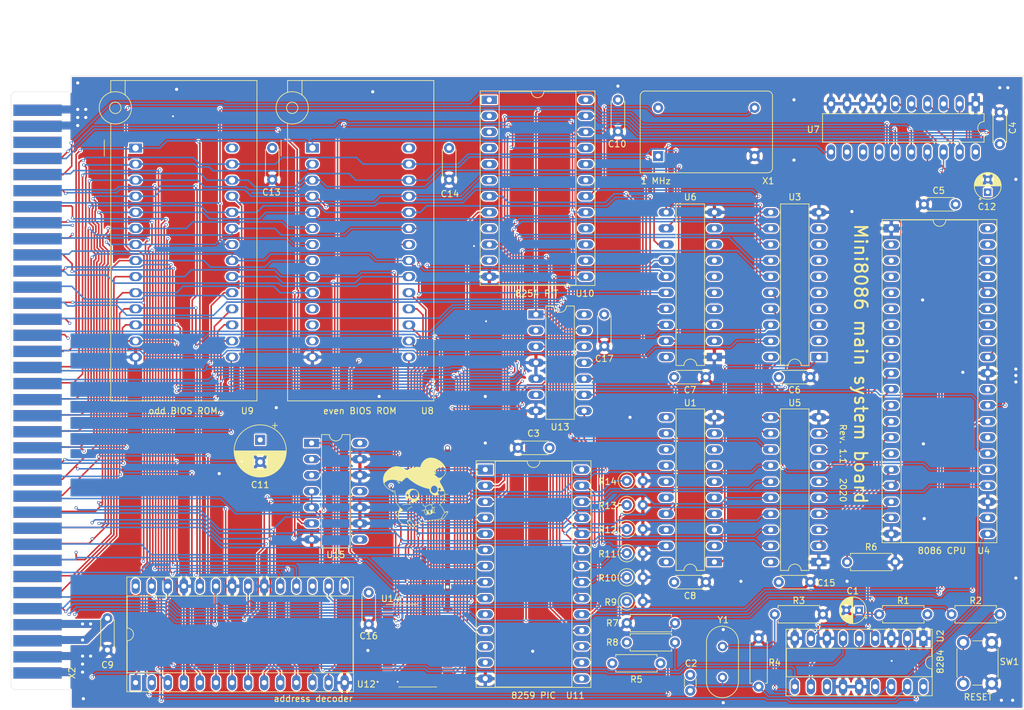
<source format=kicad_pcb>
(kicad_pcb (version 20171130) (host pcbnew "(5.1.6)-1")
  (layers (0 F.Cu signal) (1 In1.Cu signal hide) (2 In2.Cu power hide) (31 B.Cu signal hide) (34 B.Paste user hide) (35 F.Paste user hide) (36 B.SilkS user hide) (37 F.SilkS user) (38 B.Mask user hide) (39 F.Mask user hide) (44 Edge.Cuts user))
  (net 0 "")
  (net 1 GND)
  (net 2 VCC)
  (net 3 "Net-(C2-Pad1)")
  (net 4 "Net-(R2-Pad1)")
  (net 5 "Net-(R3-Pad2)")
  (net 6 ~DEN)
  (net 7 AD7)
  (net 8 D0)
  (net 9 AD6)
  (net 10 D1)
  (net 11 AD5)
  (net 12 D2)
  (net 13 AD4)
  (net 14 D3)
  (net 15 AD3)
  (net 16 D4)
  (net 17 AD2)
  (net 18 D5)
  (net 19 AD1)
  (net 20 D6)
  (net 21 AD0)
  (net 22 D7)
  (net 23 DT_~R)
  (net 24 RDY1)
  (net 25 RDY2)
  (net 26 "Net-(U2-Pad12)")
  (net 27 PCLK)
  (net 28 RESET)
  (net 29 AD15)
  (net 30 D8)
  (net 31 AD14)
  (net 32 D9)
  (net 33 AD13)
  (net 34 D10)
  (net 35 AD12)
  (net 36 D11)
  (net 37 AD11)
  (net 38 D12)
  (net 39 AD10)
  (net 40 D13)
  (net 41 AD9)
  (net 42 D14)
  (net 43 AD8)
  (net 44 D15)
  (net 45 AD16)
  (net 46 INT)
  (net 47 AD17)
  (net 48 NMI)
  (net 49 AD18)
  (net 50 AD19)
  (net 51 "Net-(U4-Pad34)")
  (net 52 ~RD)
  (net 53 "Net-(U4-Pad30)")
  (net 54 ~WR)
  (net 55 M_~IO)
  (net 56 ~INTA)
  (net 57 A0)
  (net 58 A1)
  (net 59 A2)
  (net 60 A3)
  (net 61 A4)
  (net 62 A5)
  (net 63 A6)
  (net 64 A7)
  (net 65 A8)
  (net 66 A9)
  (net 67 A10)
  (net 68 A11)
  (net 69 A12)
  (net 70 A13)
  (net 71 A14)
  (net 72 A15)
  (net 73 A16)
  (net 74 A17)
  (net 75 A18)
  (net 76 A19)
  (net 77 ~BHE)
  (net 78 "Net-(U7-Pad14)")
  (net 79 "Net-(U7-Pad13)")
  (net 80 "Net-(U7-Pad12)")
  (net 81 ~ROMRD)
  (net 82 "Net-(U10-Pad15)")
  (net 83 "Net-(U11-Pad13)")
  (net 84 "Net-(U11-Pad12)")
  (net 85 IRQ7)
  (net 86 IRQ6)
  (net 87 IRQ5)
  (net 88 IRQ4)
  (net 89 IRQ3)
  (net 90 "Net-(U11-Pad15)")
  (net 91 ~MEMWR)
  (net 92 ~MEMRD)
  (net 93 ~VGA_IO)
  (net 94 ~VGA_MEM)
  (net 95 "Net-(X2-Pad70)")
  (net 96 "Net-(X2-Pad34)")
  (net 97 "Net-(X2-Pad25)")
  (net 98 "Net-(R5-Pad2)")
  (net 99 ~IO_DBG)
  (net 100 ~IO_TIMER)
  (net 101 ~IO_PIC)
  (net 102 "/PIC TIMER/IRQ0")
  (net 103 TMR2)
  (net 104 "/PIC TIMER/IRQ2")
  (net 105 IRQ1)
  (net 106 "Net-(U2-Pad15)")
  (net 107 "Net-(U13-Pad6)")
  (net 108 /CPU/~RES)
  (net 109 /CPU/CLK)
  (net 110 /CPU/READY)
  (net 111 /CPU/ALE)
  (net 112 /CPU/~CE_DLO)
  (net 113 /CPU/~CE_DHI)
  (net 114 "/glue logic/~CE_HI2LO")
  (net 115 "Net-(U13-Pad10)")
  (net 116 "Net-(U15-Pad11)")
  (net 117 "Net-(U15-Pad8)")
  (net 118 /CPU/CPU_RESET)
  (module Package_DIP:DIP-18_W7.62mm_Socket_LongPads (layer F.Cu) (at 206.375 126.365 270)
    (fp_text reference U2 (at -0.381 -2.667 90) (layer F.SilkS))
    (fp_text value 8284)
    (pad 18 thru_hole oval (at 7.62 0 270) (size 2.4 1.3) (drill 0.8) (layers *.Cu *.Mask) (net 2 VCC))
    (pad 9 thru_hole oval (at 0 20.32 270) (size 2.4 1.3) (drill 0.8) (layers *.Cu *.Mask) (net 1 GND))
    (pad 17 thru_hole oval (at 7.62 2.54 270) (size 2.4 1.3) (drill 0.8) (layers *.Cu *.Mask) (net 3 "Net-(C2-Pad1)"))
    (pad 8 thru_hole oval (at 0 17.78 270) (size 2.4 1.3) (drill 0.8) (layers *.Cu *.Mask) (net 109 /CPU/CLK))
    (pad 16 thru_hole oval (at 7.62 5.08 270) (size 2.4 1.3) (drill 0.8) (layers *.Cu *.Mask) (net 5 "Net-(R3-Pad2)"))
    (pad 7 thru_hole oval (at 0 15.24 270) (size 2.4 1.3) (drill 0.8) (layers *.Cu *.Mask) (net 1 GND))
    (pad 15 thru_hole oval (at 7.62 7.62 270) (size 2.4 1.3) (drill 0.8) (layers *.Cu *.Mask) (net 106 "Net-(U2-Pad15)"))
    (pad 6 thru_hole oval (at 0 12.7 270) (size 2.4 1.3) (drill 0.8) (layers *.Cu *.Mask) (net 24 RDY1))
    (pad 14 thru_hole oval (at 7.62 10.16 270) (size 2.4 1.3) (drill 0.8) (layers *.Cu *.Mask) (net 1 GND))
    (pad 5 thru_hole oval (at 0 10.16 270) (size 2.4 1.3) (drill 0.8) (layers *.Cu *.Mask) (net 110 /CPU/READY))
    (pad 13 thru_hole oval (at 7.62 12.7 270) (size 2.4 1.3) (drill 0.8) (layers *.Cu *.Mask) (net 1 GND))
    (pad 4 thru_hole oval (at 0 7.62 270) (size 2.4 1.3) (drill 0.8) (layers *.Cu *.Mask) (net 25 RDY2))
    (pad 12 thru_hole oval (at 7.62 15.24 270) (size 2.4 1.3) (drill 0.8) (layers *.Cu *.Mask) (net 26 "Net-(U2-Pad12)"))
    (pad 3 thru_hole oval (at 0 5.08 270) (size 2.4 1.3) (drill 0.8) (layers *.Cu *.Mask) (net 1 GND))
    (pad 11 thru_hole oval (at 7.62 17.78 270) (size 2.4 1.3) (drill 0.8) (layers *.Cu *.Mask) (net 108 /CPU/~RES))
    (pad 2 thru_hole oval (at 0 2.54 270) (size 2.4 1.3) (drill 0.8) (layers *.Cu *.Mask) (net 27 PCLK))
    (pad 10 thru_hole oval (at 7.62 20.32 270) (size 2.4 1.3) (drill 0.8) (layers *.Cu *.Mask) (net 118 /CPU/CPU_RESET))
    (pad 1 thru_hole rect (at 0 0 270) (size 2.4 1.3) (drill 0.8) (layers *.Cu *.Mask) (net 1 GND))
  )
  (module Package_DIP:DIP-14_W7.62mm_LongPads (layer F.Cu) (at 109.728 95.504)
    (fp_text reference U15 (at 3.81 17.653) (layer F.SilkS))
    (fp_text value 74HC08)
    (pad 14 thru_hole oval (at 7.62 0) (size 2.4 1.3) (drill 0.8) (layers *.Cu *.Mask) (net 2 VCC))
    (pad 7 thru_hole oval (at 0 15.24) (size 2.4 1.3) (drill 0.8) (layers *.Cu *.Mask) (net 1 GND))
    (pad 13 thru_hole oval (at 7.62 2.54) (size 2.4 1.3) (drill 0.8) (layers *.Cu *.Mask) (net 1 GND))
    (pad 6 thru_hole oval (at 0 12.7) (size 2.4 1.3) (drill 0.8) (layers *.Cu *.Mask) (net 28 RESET))
    (pad 12 thru_hole oval (at 7.62 5.08) (size 2.4 1.3) (drill 0.8) (layers *.Cu *.Mask) (net 1 GND))
    (pad 5 thru_hole oval (at 0 10.16) (size 2.4 1.3) (drill 0.8) (layers *.Cu *.Mask) (net 118 /CPU/CPU_RESET))
    (pad 11 thru_hole oval (at 7.62 7.62) (size 2.4 1.3) (drill 0.8) (layers *.Cu *.Mask) (net 116 "Net-(U15-Pad11)"))
    (pad 4 thru_hole oval (at 0 7.62) (size 2.4 1.3) (drill 0.8) (layers *.Cu *.Mask) (net 118 /CPU/CPU_RESET))
    (pad 10 thru_hole oval (at 7.62 10.16) (size 2.4 1.3) (drill 0.8) (layers *.Cu *.Mask) (net 1 GND))
    (pad 3 thru_hole oval (at 0 5.08) (size 2.4 1.3) (drill 0.8) (layers *.Cu *.Mask) (net 115 "Net-(U13-Pad10)"))
    (pad 9 thru_hole oval (at 7.62 12.7) (size 2.4 1.3) (drill 0.8) (layers *.Cu *.Mask) (net 1 GND))
    (pad 2 thru_hole oval (at 0 2.54) (size 2.4 1.3) (drill 0.8) (layers *.Cu *.Mask) (net 56 ~INTA))
    (pad 8 thru_hole oval (at 7.62 15.24) (size 2.4 1.3) (drill 0.8) (layers *.Cu *.Mask) (net 117 "Net-(U15-Pad8)"))
    (pad 1 thru_hole rect (at 0 0) (size 2.4 1.3) (drill 0.8) (layers *.Cu *.Mask) (net 57 A0))
  )
  (module Oscillator:Oscillator_DIP-14 (layer F.Cu) (at 164.465 50.165)
    (fp_text reference X1 (at 17.399 3.937) (layer F.SilkS))
    (fp_text value "1 MHz")
    (pad 7 thru_hole circle (at 15.24 0) (size 1.6 1.6) (drill 0.8) (layers *.Cu *.Mask) (net 1 GND))
    (pad 8 thru_hole circle (at 15.24 -7.62) (size 1.6 1.6) (drill 0.8) (layers *.Cu *.Mask) (net 82 "Net-(U10-Pad15)"))
    (pad 14 thru_hole circle (at 0 -7.62) (size 1.6 1.6) (drill 0.8) (layers *.Cu *.Mask) (net 2 VCC))
    (pad 1 thru_hole rect (at 0 0) (size 1.6 1.6) (drill 0.8) (layers *.Cu *.Mask) (net 2 VCC))
  )
  (module Capacitor_THT:CP_Radial_D8.0mm_P3.50mm (layer F.Cu) (at 101.6 94.996 270)
    (fp_text reference C11 (at 7.112 0 180) (layer F.SilkS))
    (fp_text value 100µ)
    (pad 2 thru_hole circle (at 3.5 0 270) (size 1.6 1.6) (drill 0.8) (layers *.Cu *.Mask) (net 1 GND))
    (pad 1 thru_hole rect (at 0 0 270) (size 1.6 1.6) (drill 0.8) (layers *.Cu *.Mask) (net 2 VCC))
  )
  (module Resistor_THT:R_Axial_DIN0207_L6.3mm_D2.5mm_P2.54mm_Vertical (layer F.Cu) (at 159.512 101.473)
    (fp_text reference R14 (at -3.048 0.127) (layer F.SilkS))
    (fp_text value 3K3)
    (pad 2 thru_hole oval (at 2.54 0) (size 1.6 1.6) (drill 0.8) (layers *.Cu *.Mask) (net 1 GND))
    (pad 1 thru_hole circle (at 0 0) (size 1.6 1.6) (drill 0.8) (layers *.Cu *.Mask) (net 85 IRQ7))
  )
  (module Resistor_THT:R_Axial_DIN0207_L6.3mm_D2.5mm_P2.54mm_Vertical (layer F.Cu) (at 159.512 105.283)
    (fp_text reference R13 (at -3.048 0.127) (layer F.SilkS))
    (fp_text value 3K3)
    (pad 2 thru_hole oval (at 2.54 0) (size 1.6 1.6) (drill 0.8) (layers *.Cu *.Mask) (net 1 GND))
    (pad 1 thru_hole circle (at 0 0) (size 1.6 1.6) (drill 0.8) (layers *.Cu *.Mask) (net 86 IRQ6))
  )
  (module Resistor_THT:R_Axial_DIN0207_L6.3mm_D2.5mm_P2.54mm_Vertical (layer F.Cu) (at 159.512 109.093)
    (fp_text reference R12 (at -3.048 0.127) (layer F.SilkS))
    (fp_text value 3K3)
    (pad 2 thru_hole oval (at 2.54 0) (size 1.6 1.6) (drill 0.8) (layers *.Cu *.Mask) (net 1 GND))
    (pad 1 thru_hole circle (at 0 0) (size 1.6 1.6) (drill 0.8) (layers *.Cu *.Mask) (net 87 IRQ5))
  )
  (module Resistor_THT:R_Axial_DIN0207_L6.3mm_D2.5mm_P2.54mm_Vertical (layer F.Cu) (at 159.512 112.903)
    (fp_text reference R11 (at -3.048 0.127) (layer F.SilkS))
    (fp_text value 3K3)
    (pad 2 thru_hole oval (at 2.54 0) (size 1.6 1.6) (drill 0.8) (layers *.Cu *.Mask) (net 1 GND))
    (pad 1 thru_hole circle (at 0 0) (size 1.6 1.6) (drill 0.8) (layers *.Cu *.Mask) (net 88 IRQ4))
  )
  (module Resistor_THT:R_Axial_DIN0207_L6.3mm_D2.5mm_P2.54mm_Vertical (layer F.Cu) (at 159.512 116.713)
    (fp_text reference R10 (at -3.048 0.127) (layer F.SilkS))
    (fp_text value 3K3)
    (pad 2 thru_hole oval (at 2.54 0) (size 1.6 1.6) (drill 0.8) (layers *.Cu *.Mask) (net 1 GND))
    (pad 1 thru_hole circle (at 0 0) (size 1.6 1.6) (drill 0.8) (layers *.Cu *.Mask) (net 89 IRQ3))
  )
  (module Resistor_THT:R_Axial_DIN0207_L6.3mm_D2.5mm_P2.54mm_Vertical (layer F.Cu) (at 159.512 120.523)
    (fp_text reference R9 (at -2.54 0.127) (layer F.SilkS))
    (fp_text value 3K3)
    (pad 2 thru_hole oval (at 2.54 0) (size 1.6 1.6) (drill 0.8) (layers *.Cu *.Mask) (net 1 GND))
    (pad 1 thru_hole circle (at 0 0) (size 1.6 1.6) (drill 0.8) (layers *.Cu *.Mask) (net 105 IRQ1))
  )
  (module Package_DIP:DIP-14_W7.62mm_LongPads (layer F.Cu) (at 145.161 75.184)
    (fp_text reference U13 (at 3.81 17.78) (layer F.SilkS))
    (fp_text value 74HC32)
    (pad 14 thru_hole oval (at 7.62 0) (size 2.4 1.3) (drill 0.8) (layers *.Cu *.Mask) (net 2 VCC))
    (pad 7 thru_hole oval (at 0 15.24) (size 2.4 1.3) (drill 0.8) (layers *.Cu *.Mask) (net 1 GND))
    (pad 13 thru_hole oval (at 7.62 2.54) (size 2.4 1.3) (drill 0.8) (layers *.Cu *.Mask) (net 77 ~BHE))
    (pad 6 thru_hole oval (at 0 12.7) (size 2.4 1.3) (drill 0.8) (layers *.Cu *.Mask) (net 107 "Net-(U13-Pad6)"))
    (pad 12 thru_hole oval (at 7.62 5.08) (size 2.4 1.3) (drill 0.8) (layers *.Cu *.Mask) (net 6 ~DEN))
    (pad 5 thru_hole oval (at 0 10.16) (size 2.4 1.3) (drill 0.8) (layers *.Cu *.Mask) (net 1 GND))
    (pad 11 thru_hole oval (at 7.62 7.62) (size 2.4 1.3) (drill 0.8) (layers *.Cu *.Mask) (net 113 /CPU/~CE_DHI))
    (pad 4 thru_hole oval (at 0 7.62) (size 2.4 1.3) (drill 0.8) (layers *.Cu *.Mask) (net 1 GND))
    (pad 10 thru_hole oval (at 7.62 10.16) (size 2.4 1.3) (drill 0.8) (layers *.Cu *.Mask) (net 115 "Net-(U13-Pad10)"))
    (pad 3 thru_hole oval (at 0 5.08) (size 2.4 1.3) (drill 0.8) (layers *.Cu *.Mask) (net 114 "/glue logic/~CE_HI2LO"))
    (pad 9 thru_hole oval (at 7.62 12.7) (size 2.4 1.3) (drill 0.8) (layers *.Cu *.Mask) (net 6 ~DEN))
    (pad 2 thru_hole oval (at 0 2.54) (size 2.4 1.3) (drill 0.8) (layers *.Cu *.Mask) (net 55 M_~IO))
    (pad 8 thru_hole oval (at 7.62 15.24) (size 2.4 1.3) (drill 0.8) (layers *.Cu *.Mask) (net 112 /CPU/~CE_DLO))
    (pad 1 thru_hole rect (at 0 0) (size 2.4 1.3) (drill 0.8) (layers *.Cu *.Mask) (net 77 ~BHE))
  )
  (module Capacitor_THT:C_Disc_D4.3mm_W1.9mm_P5.00mm (layer F.Cu) (at 155.956 75.184 270)
    (fp_text reference C17 (at 6.985 0 180) (layer F.SilkS))
    (fp_text value 100n)
    (pad 2 thru_hole circle (at 5 0 270) (size 1.6 1.6) (drill 0.8) (layers *.Cu *.Mask) (net 1 GND))
    (pad 1 thru_hole circle (at 0 0 270) (size 1.6 1.6) (drill 0.8) (layers *.Cu *.Mask) (net 2 VCC))
  )
  (module Capacitor_THT:C_Disc_D4.3mm_W1.9mm_P5.00mm (layer F.Cu) (at 118.745 119.126 270)
    (fp_text reference C16 (at 6.858 0 180) (layer F.SilkS))
    (fp_text value 100n)
    (pad 2 thru_hole circle (at 5 0 270) (size 1.6 1.6) (drill 0.8) (layers *.Cu *.Mask) (net 1 GND))
    (pad 1 thru_hole circle (at 0 0 270) (size 1.6 1.6) (drill 0.8) (layers *.Cu *.Mask) (net 2 VCC))
  )
  (module Socket:DIP_Socket-28_W11.9_W12.7_W15.24_W17.78_W18.5_3M_228-1277-00-0602J (layer F.Cu) (at 81.915 48.895)
    (fp_text reference U9 (at 17.653 41.529) (layer F.SilkS))
    (fp_text value 27C512)
    (pad 15 thru_hole oval (at 15.24 33.02) (size 2 1.4) (drill 1) (layers *.Cu *.Mask) (net 36 D11))
    (pad 14 thru_hole oval (at 0 33.02) (size 2 1.4) (drill 1) (layers *.Cu *.Mask) (net 1 GND))
    (pad 16 thru_hole oval (at 15.24 30.48) (size 2 1.4) (drill 1) (layers *.Cu *.Mask) (net 38 D12))
    (pad 13 thru_hole oval (at 0 30.48) (size 2 1.4) (drill 1) (layers *.Cu *.Mask) (net 34 D10))
    (pad 17 thru_hole oval (at 15.24 27.94) (size 2 1.4) (drill 1) (layers *.Cu *.Mask) (net 40 D13))
    (pad 12 thru_hole oval (at 0 27.94) (size 2 1.4) (drill 1) (layers *.Cu *.Mask) (net 32 D9))
    (pad 18 thru_hole oval (at 15.24 25.4) (size 2 1.4) (drill 1) (layers *.Cu *.Mask) (net 42 D14))
    (pad 11 thru_hole oval (at 0 25.4) (size 2 1.4) (drill 1) (layers *.Cu *.Mask) (net 30 D8))
    (pad 19 thru_hole oval (at 15.24 22.86) (size 2 1.4) (drill 1) (layers *.Cu *.Mask) (net 44 D15))
    (pad 10 thru_hole oval (at 0 22.86) (size 2 1.4) (drill 1) (layers *.Cu *.Mask) (net 58 A1))
    (pad 20 thru_hole oval (at 15.24 20.32) (size 2 1.4) (drill 1) (layers *.Cu *.Mask) (net 81 ~ROMRD))
    (pad 9 thru_hole oval (at 0 20.32) (size 2 1.4) (drill 1) (layers *.Cu *.Mask) (net 59 A2))
    (pad 21 thru_hole oval (at 15.24 17.78) (size 2 1.4) (drill 1) (layers *.Cu *.Mask) (net 68 A11))
    (pad 8 thru_hole oval (at 0 17.78) (size 2 1.4) (drill 1) (layers *.Cu *.Mask) (net 60 A3))
    (pad 22 thru_hole oval (at 15.24 15.24) (size 2 1.4) (drill 1) (layers *.Cu *.Mask) (net 77 ~BHE))
    (pad 7 thru_hole oval (at 0 15.24) (size 2 1.4) (drill 1) (layers *.Cu *.Mask) (net 61 A4))
    (pad 23 thru_hole oval (at 15.24 12.7) (size 2 1.4) (drill 1) (layers *.Cu *.Mask) (net 69 A12))
    (pad 6 thru_hole oval (at 0 12.7) (size 2 1.4) (drill 1) (layers *.Cu *.Mask) (net 62 A5))
    (pad 24 thru_hole oval (at 15.24 10.16) (size 2 1.4) (drill 1) (layers *.Cu *.Mask) (net 67 A10))
    (pad 5 thru_hole oval (at 0 10.16) (size 2 1.4) (drill 1) (layers *.Cu *.Mask) (net 63 A6))
    (pad 25 thru_hole oval (at 15.24 7.62) (size 2 1.4) (drill 1) (layers *.Cu *.Mask) (net 66 A9))
    (pad 4 thru_hole oval (at 0 7.62) (size 2 1.4) (drill 1) (layers *.Cu *.Mask) (net 64 A7))
    (pad 26 thru_hole oval (at 15.24 5.08) (size 2 1.4) (drill 1) (layers *.Cu *.Mask) (net 71 A14))
    (pad 3 thru_hole oval (at 0 5.08) (size 2 1.4) (drill 1) (layers *.Cu *.Mask) (net 65 A8))
    (pad 27 thru_hole oval (at 15.24 2.54) (size 2 1.4) (drill 1) (layers *.Cu *.Mask) (net 72 A15))
    (pad 2 thru_hole oval (at 0 2.54) (size 2 1.4) (drill 1) (layers *.Cu *.Mask) (net 70 A13))
    (pad 28 thru_hole oval (at 15.24 0) (size 2 1.4) (drill 1) (layers *.Cu *.Mask) (net 2 VCC))
    (pad 1 thru_hole rect (at 0 0) (size 2 1.44) (drill 1) (layers *.Cu *.Mask) (net 73 A16))
  )
  (module Socket:DIP_Socket-28_W11.9_W12.7_W15.24_W17.78_W18.5_3M_228-1277-00-0602J (layer F.Cu) (at 109.855 48.895)
    (fp_text reference U8 (at 18.161 41.529) (layer F.SilkS))
    (fp_text value 27C512)
    (pad 15 thru_hole oval (at 15.24 33.02) (size 2 1.4) (drill 1) (layers *.Cu *.Mask) (net 14 D3))
    (pad 14 thru_hole oval (at 0 33.02) (size 2 1.4) (drill 1) (layers *.Cu *.Mask) (net 1 GND))
    (pad 16 thru_hole oval (at 15.24 30.48) (size 2 1.4) (drill 1) (layers *.Cu *.Mask) (net 16 D4))
    (pad 13 thru_hole oval (at 0 30.48) (size 2 1.4) (drill 1) (layers *.Cu *.Mask) (net 12 D2))
    (pad 17 thru_hole oval (at 15.24 27.94) (size 2 1.4) (drill 1) (layers *.Cu *.Mask) (net 18 D5))
    (pad 12 thru_hole oval (at 0 27.94) (size 2 1.4) (drill 1) (layers *.Cu *.Mask) (net 10 D1))
    (pad 18 thru_hole oval (at 15.24 25.4) (size 2 1.4) (drill 1) (layers *.Cu *.Mask) (net 20 D6))
    (pad 11 thru_hole oval (at 0 25.4) (size 2 1.4) (drill 1) (layers *.Cu *.Mask) (net 8 D0))
    (pad 19 thru_hole oval (at 15.24 22.86) (size 2 1.4) (drill 1) (layers *.Cu *.Mask) (net 22 D7))
    (pad 10 thru_hole oval (at 0 22.86) (size 2 1.4) (drill 1) (layers *.Cu *.Mask) (net 58 A1))
    (pad 20 thru_hole oval (at 15.24 20.32) (size 2 1.4) (drill 1) (layers *.Cu *.Mask) (net 81 ~ROMRD))
    (pad 9 thru_hole oval (at 0 20.32) (size 2 1.4) (drill 1) (layers *.Cu *.Mask) (net 59 A2))
    (pad 21 thru_hole oval (at 15.24 17.78) (size 2 1.4) (drill 1) (layers *.Cu *.Mask) (net 68 A11))
    (pad 8 thru_hole oval (at 0 17.78) (size 2 1.4) (drill 1) (layers *.Cu *.Mask) (net 60 A3))
    (pad 22 thru_hole oval (at 15.24 15.24) (size 2 1.4) (drill 1) (layers *.Cu *.Mask) (net 57 A0))
    (pad 7 thru_hole oval (at 0 15.24) (size 2 1.4) (drill 1) (layers *.Cu *.Mask) (net 61 A4))
    (pad 23 thru_hole oval (at 15.24 12.7) (size 2 1.4) (drill 1) (layers *.Cu *.Mask) (net 69 A12))
    (pad 6 thru_hole oval (at 0 12.7) (size 2 1.4) (drill 1) (layers *.Cu *.Mask) (net 62 A5))
    (pad 24 thru_hole oval (at 15.24 10.16) (size 2 1.4) (drill 1) (layers *.Cu *.Mask) (net 67 A10))
    (pad 5 thru_hole oval (at 0 10.16) (size 2 1.4) (drill 1) (layers *.Cu *.Mask) (net 63 A6))
    (pad 25 thru_hole oval (at 15.24 7.62) (size 2 1.4) (drill 1) (layers *.Cu *.Mask) (net 66 A9))
    (pad 4 thru_hole oval (at 0 7.62) (size 2 1.4) (drill 1) (layers *.Cu *.Mask) (net 64 A7))
    (pad 26 thru_hole oval (at 15.24 5.08) (size 2 1.4) (drill 1) (layers *.Cu *.Mask) (net 71 A14))
    (pad 3 thru_hole oval (at 0 5.08) (size 2 1.4) (drill 1) (layers *.Cu *.Mask) (net 65 A8))
    (pad 27 thru_hole oval (at 15.24 2.54) (size 2 1.4) (drill 1) (layers *.Cu *.Mask) (net 72 A15))
    (pad 2 thru_hole oval (at 0 2.54) (size 2 1.4) (drill 1) (layers *.Cu *.Mask) (net 70 A13))
    (pad 28 thru_hole oval (at 15.24 0) (size 2 1.4) (drill 1) (layers *.Cu *.Mask) (net 2 VCC))
    (pad 1 thru_hole rect (at 0 0) (size 2 1.44) (drill 1) (layers *.Cu *.Mask) (net 73 A16))
  )
  (module Package_SO:SO-20_12.8x7.5mm_P1.27mm (layer F.Cu) (at 126.492 127.508)
    (fp_text reference U14 (at -4.318 -7.42) (layer F.SilkS))
    (fp_text value 74HC245)
    (pad 20 smd rect (at 4.75 -5.715) (size 1.5 0.6) (layers F.Cu F.Paste F.Mask) (net 2 VCC))
    (pad 19 smd rect (at 4.75 -4.445) (size 1.5 0.6) (layers F.Cu F.Paste F.Mask) (net 114 "/glue logic/~CE_HI2LO"))
    (pad 18 smd rect (at 4.75 -3.175) (size 1.5 0.6) (layers F.Cu F.Paste F.Mask) (net 30 D8))
    (pad 17 smd rect (at 4.75 -1.905) (size 1.5 0.6) (layers F.Cu F.Paste F.Mask) (net 32 D9))
    (pad 16 smd rect (at 4.75 -0.635) (size 1.5 0.6) (layers F.Cu F.Paste F.Mask) (net 34 D10))
    (pad 15 smd rect (at 4.75 0.635) (size 1.5 0.6) (layers F.Cu F.Paste F.Mask) (net 36 D11))
    (pad 14 smd rect (at 4.75 1.905) (size 1.5 0.6) (layers F.Cu F.Paste F.Mask) (net 38 D12))
    (pad 13 smd rect (at 4.75 3.175) (size 1.5 0.6) (layers F.Cu F.Paste F.Mask) (net 40 D13))
    (pad 12 smd rect (at 4.75 4.445) (size 1.5 0.6) (layers F.Cu F.Paste F.Mask) (net 42 D14))
    (pad 11 smd rect (at 4.75 5.715) (size 1.5 0.6) (layers F.Cu F.Paste F.Mask) (net 44 D15))
    (pad 10 smd rect (at -4.75 5.715) (size 1.5 0.6) (layers F.Cu F.Paste F.Mask) (net 1 GND))
    (pad 9 smd rect (at -4.75 4.445) (size 1.5 0.6) (layers F.Cu F.Paste F.Mask) (net 22 D7))
    (pad 8 smd rect (at -4.75 3.175) (size 1.5 0.6) (layers F.Cu F.Paste F.Mask) (net 20 D6))
    (pad 7 smd rect (at -4.75 1.905) (size 1.5 0.6) (layers F.Cu F.Paste F.Mask) (net 18 D5))
    (pad 1 smd rect (at -4.75 -5.715) (size 1.5 0.6) (layers F.Cu F.Paste F.Mask) (net 54 ~WR))
    (pad 2 smd rect (at -4.75 -4.445) (size 1.5 0.6) (layers F.Cu F.Paste F.Mask) (net 8 D0))
    (pad 3 smd rect (at -4.75 -3.175) (size 1.5 0.6) (layers F.Cu F.Paste F.Mask) (net 10 D1))
    (pad 4 smd rect (at -4.75 -1.905) (size 1.5 0.6) (layers F.Cu F.Paste F.Mask) (net 12 D2))
    (pad 5 smd rect (at -4.75 -0.635) (size 1.5 0.6) (layers F.Cu F.Paste F.Mask) (net 14 D3))
    (pad 6 smd rect (at -4.75 0.635) (size 1.5 0.6) (layers F.Cu F.Paste F.Mask) (net 16 D4))
  )
  (module Mini8086:hamtaro (layer F.Cu) (at 127.381 103.251)
    (fp_text reference G*** hide)
    (fp_text value LOGO hide)
  )
  (module Resistor_THT:R_Axial_DIN0207_L6.3mm_D2.5mm_P7.62mm_Horizontal (layer F.Cu) (at 159.512 127)
    (fp_text reference R8 (at -2.286 0) (layer F.SilkS))
    (fp_text value 4K7)
    (pad 2 thru_hole oval (at 7.62 0) (size 1.6 1.6) (drill 0.8) (layers *.Cu *.Mask) (net 24 RDY1))
    (pad 1 thru_hole circle (at 0 0) (size 1.6 1.6) (drill 0.8) (layers *.Cu *.Mask) (net 2 VCC))
  )
  (module Resistor_THT:R_Axial_DIN0207_L6.3mm_D2.5mm_P7.62mm_Horizontal (layer F.Cu) (at 159.512 123.952)
    (fp_text reference R7 (at -2.286 0) (layer F.SilkS))
    (fp_text value 4K7)
    (pad 2 thru_hole oval (at 7.62 0) (size 1.6 1.6) (drill 0.8) (layers *.Cu *.Mask) (net 25 RDY2))
    (pad 1 thru_hole circle (at 0 0) (size 1.6 1.6) (drill 0.8) (layers *.Cu *.Mask) (net 1 GND))
  )
  (module Mini8086:BUS_72 (layer F.Cu) (at 66.421 131.826 270)
    (fp_text reference X2 (at 0 -5.461 90) (layer F.SilkS))
    (fp_text value Edge72)
    (pad 72 connect rect (at -88.9 0 270) (size 1.78 7.62) (layers B.Cu B.Mask) (net 1 GND))
    (pad 71 connect rect (at -86.36 0 270) (size 1.78 7.62) (layers B.Cu B.Mask) (net 1 GND))
    (pad 70 connect rect (at -83.82 0 270) (size 1.78 7.62) (layers B.Cu B.Mask) (net 95 "Net-(X2-Pad70)"))
    (pad 69 connect rect (at -81.28 0 270) (size 1.78 7.62) (layers B.Cu B.Mask) (net 28 RESET))
    (pad 68 connect rect (at -78.74 0 270) (size 1.78 7.62) (layers B.Cu B.Mask) (net 91 ~MEMWR))
    (pad 36 connect rect (at -88.9 0 270) (size 1.78 7.62) (layers F.Cu F.Mask) (net 1 GND))
    (pad 35 connect rect (at -86.36 0 270) (size 1.78 7.62) (layers F.Cu F.Mask) (net 1 GND))
    (pad 34 connect rect (at -83.82 0 270) (size 1.78 7.62) (layers F.Cu F.Mask) (net 96 "Net-(X2-Pad34)"))
    (pad 33 connect rect (at -81.28 0 270) (size 1.78 7.62) (layers F.Cu F.Mask) (net 103 TMR2))
    (pad 32 connect rect (at -78.74 0 270) (size 1.78 7.62) (layers F.Cu F.Mask) (net 48 NMI))
    (pad 31 connect rect (at -76.2 0 270) (size 1.78 7.62) (layers F.Cu F.Mask) (net 99 ~IO_DBG))
    (pad 30 connect rect (at -73.66 0 270) (size 1.78 7.62) (layers F.Cu F.Mask) (net 27 PCLK))
    (pad 29 connect rect (at -71.12 0 270) (size 1.78 7.62) (layers F.Cu F.Mask) (net 25 RDY2))
    (pad 28 connect rect (at -68.58 0 270) (size 1.78 7.62) (layers F.Cu F.Mask) (net 24 RDY1))
    (pad 27 connect rect (at -66.04 0 270) (size 1.78 7.62) (layers F.Cu F.Mask) (net 94 ~VGA_MEM))
    (pad 26 connect rect (at -63.5 0 270) (size 1.78 7.62) (layers F.Cu F.Mask) (net 93 ~VGA_IO))
    (pad 25 connect rect (at -60.96 0 270) (size 1.78 7.62) (layers F.Cu F.Mask) (net 97 "Net-(X2-Pad25)"))
    (pad 24 connect rect (at -58.42 0 270) (size 1.78 7.62) (layers F.Cu F.Mask) (net 76 A19))
    (pad 23 connect rect (at -55.88 0 270) (size 1.78 7.62) (layers F.Cu F.Mask) (net 75 A18))
    (pad 22 connect rect (at -53.34 0 270) (size 1.78 7.62) (layers F.Cu F.Mask) (net 74 A17))
    (pad 21 connect rect (at -50.8 0 270) (size 1.78 7.62) (layers F.Cu F.Mask) (net 73 A16))
    (pad 20 connect rect (at -48.26 0 270) (size 1.78 7.62) (layers F.Cu F.Mask) (net 72 A15))
    (pad 19 connect rect (at -45.72 0 270) (size 1.78 7.62) (layers F.Cu F.Mask) (net 71 A14))
    (pad 18 connect rect (at -43.18 0 270) (size 1.78 7.62) (layers F.Cu F.Mask) (net 70 A13))
    (pad 17 connect rect (at -40.64 0 270) (size 1.78 7.62) (layers F.Cu F.Mask) (net 69 A12))
    (pad 16 connect rect (at -38.1 0 270) (size 1.78 7.62) (layers F.Cu F.Mask) (net 68 A11))
    (pad 15 connect rect (at -35.56 0 270) (size 1.78 7.62) (layers F.Cu F.Mask) (net 67 A10))
    (pad 14 connect rect (at -33.02 0 270) (size 1.78 7.62) (layers F.Cu F.Mask) (net 66 A9))
    (pad 13 connect rect (at -30.48 0 270) (size 1.78 7.62) (layers F.Cu F.Mask) (net 65 A8))
    (pad 12 connect rect (at -27.94 0 270) (size 1.78 7.62) (layers F.Cu F.Mask) (net 64 A7))
    (pad 11 connect rect (at -25.4 0 270) (size 1.78 7.62) (layers F.Cu F.Mask) (net 63 A6))
    (pad 10 connect rect (at -22.86 0 270) (size 1.78 7.62) (layers F.Cu F.Mask) (net 62 A5))
    (pad 9 connect rect (at -20.32 0 270) (size 1.78 7.62) (layers F.Cu F.Mask) (net 61 A4))
    (pad 8 connect rect (at -17.78 0 270) (size 1.78 7.62) (layers F.Cu F.Mask) (net 60 A3))
    (pad 7 connect rect (at -15.24 0 270) (size 1.78 7.62) (layers F.Cu F.Mask) (net 59 A2))
    (pad 6 connect rect (at -12.7 0 270) (size 1.78 7.62) (layers F.Cu F.Mask) (net 58 A1))
    (pad 5 connect rect (at -10.16 0 270) (size 1.78 7.62) (layers F.Cu F.Mask) (net 57 A0))
    (pad 4 connect rect (at -7.62 0 270) (size 1.78 7.62) (layers F.Cu F.Mask) (net 2 VCC))
    (pad 3 connect rect (at -5.08 0 270) (size 1.78 7.62) (layers F.Cu F.Mask) (net 2 VCC))
    (pad 2 connect rect (at -2.54 0 270) (size 1.78 7.62) (layers F.Cu F.Mask) (net 1 GND))
    (pad 1 connect rect (at 0 0 270) (size 1.78 7.62) (layers F.Cu F.Mask) (net 1 GND))
    (pad 67 connect rect (at -76.2 0 270) (size 1.78 7.62) (layers B.Cu B.Mask) (net 92 ~MEMRD))
    (pad 66 connect rect (at -73.66 0 270) (size 1.78 7.62) (layers B.Cu B.Mask) (net 77 ~BHE))
    (pad 65 connect rect (at -71.12 0 270) (size 1.78 7.62) (layers B.Cu B.Mask) (net 55 M_~IO))
    (pad 64 connect rect (at -68.58 0 270) (size 1.78 7.62) (layers B.Cu B.Mask) (net 54 ~WR))
    (pad 63 connect rect (at -66.04 0 270) (size 1.78 7.62) (layers B.Cu B.Mask) (net 52 ~RD))
    (pad 62 connect rect (at -63.5 0 270) (size 1.78 7.62) (layers B.Cu B.Mask) (net 85 IRQ7))
    (pad 61 connect rect (at -60.96 0 270) (size 1.78 7.62) (layers B.Cu B.Mask) (net 86 IRQ6))
    (pad 60 connect rect (at -58.42 0 270) (size 1.78 7.62) (layers B.Cu B.Mask) (net 87 IRQ5))
    (pad 59 connect rect (at -55.88 0 270) (size 1.78 7.62) (layers B.Cu B.Mask) (net 88 IRQ4))
    (pad 58 connect rect (at -53.34 0 270) (size 1.78 7.62) (layers B.Cu B.Mask) (net 89 IRQ3))
    (pad 57 connect rect (at -50.8 0 270) (size 1.78 7.62) (layers B.Cu B.Mask) (net 105 IRQ1))
    (pad 56 connect rect (at -48.26 0 270) (size 1.78 7.62) (layers B.Cu B.Mask) (net 44 D15))
    (pad 55 connect rect (at -45.72 0 270) (size 1.78 7.62) (layers B.Cu B.Mask) (net 42 D14))
    (pad 54 connect rect (at -43.18 0 270) (size 1.78 7.62) (layers B.Cu B.Mask) (net 40 D13))
    (pad 53 connect rect (at -40.64 0 270) (size 1.78 7.62) (layers B.Cu B.Mask) (net 38 D12))
    (pad 52 connect rect (at -38.1 0 270) (size 1.78 7.62) (layers B.Cu B.Mask) (net 36 D11))
    (pad 51 connect rect (at -35.56 0 270) (size 1.78 7.62) (layers B.Cu B.Mask) (net 34 D10))
    (pad 50 connect rect (at -33.02 0 270) (size 1.78 7.62) (layers B.Cu B.Mask) (net 32 D9))
    (pad 49 connect rect (at -30.48 0 270) (size 1.78 7.62) (layers B.Cu B.Mask) (net 30 D8))
    (pad 48 connect rect (at -27.94 0 270) (size 1.78 7.62) (layers B.Cu B.Mask) (net 22 D7))
    (pad 47 connect rect (at -25.4 0 270) (size 1.78 7.62) (layers B.Cu B.Mask) (net 20 D6))
    (pad 46 connect rect (at -22.86 0 270) (size 1.78 7.62) (layers B.Cu B.Mask) (net 18 D5))
    (pad 45 connect rect (at -20.32 0 270) (size 1.78 7.62) (layers B.Cu B.Mask) (net 16 D4))
    (pad 44 connect rect (at -17.78 0 270) (size 1.78 7.62) (layers B.Cu B.Mask) (net 14 D3))
    (pad 43 connect rect (at -15.24 0 270) (size 1.78 7.62) (layers B.Cu B.Mask) (net 12 D2))
    (pad 42 connect rect (at -12.7 0 270) (size 1.78 7.62) (layers B.Cu B.Mask) (net 10 D1))
    (pad 41 connect rect (at -10.16 0 270) (size 1.78 7.62) (layers B.Cu B.Mask) (net 8 D0))
    (pad 40 connect rect (at -7.62 0 270) (size 1.78 7.62) (layers B.Cu B.Mask) (net 2 VCC))
    (pad 39 connect rect (at -5.08 0 270) (size 1.78 7.62) (layers B.Cu B.Mask) (net 2 VCC))
    (pad 38 connect rect (at -2.54 0 270) (size 1.78 7.62) (layers B.Cu B.Mask) (net 1 GND))
    (pad 37 connect rect (at 0 0 270) (size 1.78 7.62) (layers B.Cu B.Mask) (net 1 GND))
  )
  (module Resistor_THT:R_Axial_DIN0207_L6.3mm_D2.5mm_P7.62mm_Horizontal (layer F.Cu) (at 194.31 114.3)
    (fp_text reference R6 (at 3.81 -2.37) (layer F.SilkS))
    (fp_text value 4K7)
    (pad 2 thru_hole oval (at 7.62 0) (size 1.6 1.6) (drill 0.8) (layers *.Cu *.Mask) (net 1 GND))
    (pad 1 thru_hole circle (at 0 0) (size 1.6 1.6) (drill 0.8) (layers *.Cu *.Mask) (net 48 NMI))
  )
  (module Resistor_THT:R_Axial_DIN0207_L6.3mm_D2.5mm_P7.62mm_Horizontal (layer F.Cu) (at 164.846 130.302 180)
    (fp_text reference R5 (at 3.81 -2.54) (layer F.SilkS))
    (fp_text value 4K7)
    (pad 2 thru_hole oval (at 7.62 0 180) (size 1.6 1.6) (drill 0.8) (layers *.Cu *.Mask) (net 98 "Net-(R5-Pad2)"))
    (pad 1 thru_hole circle (at 0 0 180) (size 1.6 1.6) (drill 0.8) (layers *.Cu *.Mask) (net 2 VCC))
  )
  (module Package_DIP:DIP-20_W7.62mm_LongPads (layer F.Cu) (at 173.355 114.3 180)
    (fp_text reference U1 (at 3.81 25.146) (layer F.SilkS))
    (fp_text value 74HC245)
    (pad 20 thru_hole oval (at 7.62 0 180) (size 2.4 1.3) (drill 0.8) (layers *.Cu *.Mask) (net 2 VCC))
    (pad 10 thru_hole oval (at 0 22.86 180) (size 2.4 1.3) (drill 0.8) (layers *.Cu *.Mask) (net 1 GND))
    (pad 19 thru_hole oval (at 7.62 2.54 180) (size 2.4 1.3) (drill 0.8) (layers *.Cu *.Mask) (net 112 /CPU/~CE_DLO))
    (pad 9 thru_hole oval (at 0 20.32 180) (size 2.4 1.3) (drill 0.8) (layers *.Cu *.Mask) (net 7 AD7))
    (pad 18 thru_hole oval (at 7.62 5.08 180) (size 2.4 1.3) (drill 0.8) (layers *.Cu *.Mask) (net 8 D0))
    (pad 8 thru_hole oval (at 0 17.78 180) (size 2.4 1.3) (drill 0.8) (layers *.Cu *.Mask) (net 9 AD6))
    (pad 17 thru_hole oval (at 7.62 7.62 180) (size 2.4 1.3) (drill 0.8) (layers *.Cu *.Mask) (net 10 D1))
    (pad 7 thru_hole oval (at 0 15.24 180) (size 2.4 1.3) (drill 0.8) (layers *.Cu *.Mask) (net 11 AD5))
    (pad 16 thru_hole oval (at 7.62 10.16 180) (size 2.4 1.3) (drill 0.8) (layers *.Cu *.Mask) (net 12 D2))
    (pad 6 thru_hole oval (at 0 12.7 180) (size 2.4 1.3) (drill 0.8) (layers *.Cu *.Mask) (net 13 AD4))
    (pad 15 thru_hole oval (at 7.62 12.7 180) (size 2.4 1.3) (drill 0.8) (layers *.Cu *.Mask) (net 14 D3))
    (pad 5 thru_hole oval (at 0 10.16 180) (size 2.4 1.3) (drill 0.8) (layers *.Cu *.Mask) (net 15 AD3))
    (pad 14 thru_hole oval (at 7.62 15.24 180) (size 2.4 1.3) (drill 0.8) (layers *.Cu *.Mask) (net 16 D4))
    (pad 4 thru_hole oval (at 0 7.62 180) (size 2.4 1.3) (drill 0.8) (layers *.Cu *.Mask) (net 17 AD2))
    (pad 13 thru_hole oval (at 7.62 17.78 180) (size 2.4 1.3) (drill 0.8) (layers *.Cu *.Mask) (net 18 D5))
    (pad 3 thru_hole oval (at 0 5.08 180) (size 2.4 1.3) (drill 0.8) (layers *.Cu *.Mask) (net 19 AD1))
    (pad 12 thru_hole oval (at 7.62 20.32 180) (size 2.4 1.3) (drill 0.8) (layers *.Cu *.Mask) (net 20 D6))
    (pad 2 thru_hole oval (at 0 2.54 180) (size 2.4 1.3) (drill 0.8) (layers *.Cu *.Mask) (net 21 AD0))
    (pad 11 thru_hole oval (at 7.62 22.86 180) (size 2.4 1.3) (drill 0.8) (layers *.Cu *.Mask) (net 22 D7))
    (pad 1 thru_hole rect (at 0 0 180) (size 2.4 1.3) (drill 0.8) (layers *.Cu *.Mask) (net 23 DT_~R))
  )
  (module Capacitor_THT:C_Disc_D4.3mm_W1.9mm_P5.00mm (layer F.Cu) (at 183.515 117.475)
    (fp_text reference C15 (at 7.493 0.127) (layer F.SilkS))
    (fp_text value 100n)
    (pad 2 thru_hole circle (at 5 0) (size 1.6 1.6) (drill 0.8) (layers *.Cu *.Mask) (net 1 GND))
    (pad 1 thru_hole circle (at 0 0) (size 1.6 1.6) (drill 0.8) (layers *.Cu *.Mask) (net 2 VCC))
  )
  (module Capacitor_THT:C_Disc_D4.3mm_W1.9mm_P5.00mm (layer F.Cu) (at 131.445 48.895 270)
    (fp_text reference C14 (at 7.239 -0.127 180) (layer F.SilkS))
    (fp_text value 100n)
    (pad 2 thru_hole circle (at 5 0 270) (size 1.6 1.6) (drill 0.8) (layers *.Cu *.Mask) (net 1 GND))
    (pad 1 thru_hole circle (at 0 0 270) (size 1.6 1.6) (drill 0.8) (layers *.Cu *.Mask) (net 2 VCC))
  )
  (module Capacitor_THT:C_Disc_D4.3mm_W1.9mm_P5.00mm (layer F.Cu) (at 103.505 48.895 270)
    (fp_text reference C13 (at 6.985 0.127 180) (layer F.SilkS))
    (fp_text value 100n)
    (pad 2 thru_hole circle (at 5 0 270) (size 1.6 1.6) (drill 0.8) (layers *.Cu *.Mask) (net 1 GND))
    (pad 1 thru_hole circle (at 0 0 270) (size 1.6 1.6) (drill 0.8) (layers *.Cu *.Mask) (net 2 VCC))
  )
  (module Capacitor_THT:CP_Radial_D4.0mm_P2.00mm (layer F.Cu) (at 216.535 55.88 90)
    (fp_text reference C12 (at -2.286 -0.127) (layer F.SilkS))
    (fp_text value 47µ)
    (pad 2 thru_hole circle (at 2 0 90) (size 1.2 1.2) (drill 0.6) (layers *.Cu *.Mask) (net 1 GND))
    (pad 1 thru_hole rect (at 0 0 90) (size 1.2 1.2) (drill 0.6) (layers *.Cu *.Mask) (net 2 VCC))
  )
  (module Capacitor_THT:CP_Radial_D4.0mm_P2.00mm (layer F.Cu) (at 196.215 121.92 180)
    (fp_text reference C1 (at 1 3.048) (layer F.SilkS))
    (fp_text value 10µ)
    (pad 2 thru_hole circle (at 2 0 180) (size 1.2 1.2) (drill 0.6) (layers *.Cu *.Mask) (net 1 GND))
    (pad 1 thru_hole rect (at 0 0 180) (size 1.2 1.2) (drill 0.6) (layers *.Cu *.Mask) (net 108 /CPU/~RES))
  )
  (module Crystal:Crystal_HC18-U_Vertical (layer F.Cu) (at 174.625 127.635 270)
    (fp_text reference Y1 (at -4.191 -0.127 180) (layer F.SilkS))
    (fp_text value "30 MHz")
    (pad 2 thru_hole circle (at 4.9 0 270) (size 1.5 1.5) (drill 0.8) (layers *.Cu *.Mask) (net 3 "Net-(C2-Pad1)"))
    (pad 1 thru_hole circle (at 0 0 270) (size 1.5 1.5) (drill 0.8) (layers *.Cu *.Mask) (net 5 "Net-(R3-Pad2)"))
  )
  (module Package_DIP:DIP-28_W15.24mm_Socket_LongPads (layer F.Cu) (at 81.915 133.35 90)
    (fp_text reference U12 (at -0.254 36.449 180) (layer F.SilkS))
    (fp_text value 27C512)
    (pad 28 thru_hole oval (at 15.24 0 90) (size 2.4 1.3) (drill 0.8) (layers *.Cu *.Mask) (net 2 VCC))
    (pad 14 thru_hole oval (at 0 33.02 90) (size 2.4 1.3) (drill 0.8) (layers *.Cu *.Mask) (net 1 GND))
    (pad 27 thru_hole oval (at 15.24 2.54 90) (size 2.4 1.3) (drill 0.8) (layers *.Cu *.Mask) (net 52 ~RD))
    (pad 13 thru_hole oval (at 0 30.48 90) (size 2.4 1.3) (drill 0.8) (layers *.Cu *.Mask) (net 81 ~ROMRD))
    (pad 26 thru_hole oval (at 15.24 5.08 90) (size 2.4 1.3) (drill 0.8) (layers *.Cu *.Mask) (net 55 M_~IO))
    (pad 12 thru_hole oval (at 0 27.94 90) (size 2.4 1.3) (drill 0.8) (layers *.Cu *.Mask) (net 91 ~MEMWR))
    (pad 25 thru_hole oval (at 15.24 7.62 90) (size 2.4 1.3) (drill 0.8) (layers *.Cu *.Mask) (net 1 GND))
    (pad 11 thru_hole oval (at 0 25.4 90) (size 2.4 1.3) (drill 0.8) (layers *.Cu *.Mask) (net 92 ~MEMRD))
    (pad 24 thru_hole oval (at 15.24 10.16 90) (size 2.4 1.3) (drill 0.8) (layers *.Cu *.Mask) (net 73 A16))
    (pad 10 thru_hole oval (at 0 22.86 90) (size 2.4 1.3) (drill 0.8) (layers *.Cu *.Mask) (net 60 A3))
    (pad 23 thru_hole oval (at 15.24 12.7 90) (size 2.4 1.3) (drill 0.8) (layers *.Cu *.Mask) (net 75 A18))
    (pad 9 thru_hole oval (at 0 20.32 90) (size 2.4 1.3) (drill 0.8) (layers *.Cu *.Mask) (net 61 A4))
    (pad 22 thru_hole oval (at 15.24 15.24 90) (size 2.4 1.3) (drill 0.8) (layers *.Cu *.Mask) (net 1 GND))
    (pad 8 thru_hole oval (at 0 17.78 90) (size 2.4 1.3) (drill 0.8) (layers *.Cu *.Mask) (net 62 A5))
    (pad 21 thru_hole oval (at 15.24 17.78 90) (size 2.4 1.3) (drill 0.8) (layers *.Cu *.Mask) (net 74 A17))
    (pad 7 thru_hole oval (at 0 15.24 90) (size 2.4 1.3) (drill 0.8) (layers *.Cu *.Mask) (net 63 A6))
    (pad 20 thru_hole oval (at 15.24 20.32 90) (size 2.4 1.3) (drill 0.8) (layers *.Cu *.Mask) (net 1 GND))
    (pad 6 thru_hole oval (at 0 12.7 90) (size 2.4 1.3) (drill 0.8) (layers *.Cu *.Mask) (net 64 A7))
    (pad 19 thru_hole oval (at 15.24 22.86 90) (size 2.4 1.3) (drill 0.8) (layers *.Cu *.Mask) (net 93 ~VGA_IO))
    (pad 5 thru_hole oval (at 0 10.16 90) (size 2.4 1.3) (drill 0.8) (layers *.Cu *.Mask) (net 65 A8))
    (pad 18 thru_hole oval (at 15.24 25.4 90) (size 2.4 1.3) (drill 0.8) (layers *.Cu *.Mask) (net 94 ~VGA_MEM))
    (pad 4 thru_hole oval (at 0 7.62 90) (size 2.4 1.3) (drill 0.8) (layers *.Cu *.Mask) (net 66 A9))
    (pad 17 thru_hole oval (at 15.24 27.94 90) (size 2.4 1.3) (drill 0.8) (layers *.Cu *.Mask) (net 99 ~IO_DBG))
    (pad 3 thru_hole oval (at 0 5.08 90) (size 2.4 1.3) (drill 0.8) (layers *.Cu *.Mask) (net 67 A10))
    (pad 16 thru_hole oval (at 15.24 30.48 90) (size 2.4 1.3) (drill 0.8) (layers *.Cu *.Mask) (net 101 ~IO_PIC))
    (pad 2 thru_hole oval (at 0 2.54 90) (size 2.4 1.3) (drill 0.8) (layers *.Cu *.Mask) (net 76 A19))
    (pad 15 thru_hole oval (at 15.24 33.02 90) (size 2.4 1.3) (drill 0.8) (layers *.Cu *.Mask) (net 100 ~IO_TIMER))
    (pad 1 thru_hole rect (at 0 0 90) (size 2.4 1.6) (drill 0.8) (layers *.Cu *.Mask) (net 54 ~WR))
  )
  (module Package_DIP:DIP-28_W15.24mm_Socket_LongPads (layer F.Cu) (at 137.16 99.695)
    (fp_text reference U11 (at 14.224 35.687) (layer F.SilkS))
    (fp_text value 8259)
    (pad 28 thru_hole oval (at 15.24 0) (size 2.4 1.3) (drill 0.8) (layers *.Cu *.Mask) (net 2 VCC))
    (pad 14 thru_hole oval (at 0 33.02) (size 2.4 1.3) (drill 0.8) (layers *.Cu *.Mask) (net 1 GND))
    (pad 27 thru_hole oval (at 15.24 2.54) (size 2.4 1.3) (drill 0.8) (layers *.Cu *.Mask) (net 57 A0))
    (pad 13 thru_hole oval (at 0 30.48) (size 2.4 1.3) (drill 0.8) (layers *.Cu *.Mask) (net 83 "Net-(U11-Pad13)"))
    (pad 26 thru_hole oval (at 15.24 5.08) (size 2.4 1.3) (drill 0.8) (layers *.Cu *.Mask) (net 56 ~INTA))
    (pad 12 thru_hole oval (at 0 27.94) (size 2.4 1.3) (drill 0.8) (layers *.Cu *.Mask) (net 84 "Net-(U11-Pad12)"))
    (pad 25 thru_hole oval (at 15.24 7.62) (size 2.4 1.3) (drill 0.8) (layers *.Cu *.Mask) (net 85 IRQ7))
    (pad 11 thru_hole oval (at 0 25.4) (size 2.4 1.3) (drill 0.8) (layers *.Cu *.Mask) (net 8 D0))
    (pad 24 thru_hole oval (at 15.24 10.16) (size 2.4 1.3) (drill 0.8) (layers *.Cu *.Mask) (net 86 IRQ6))
    (pad 10 thru_hole oval (at 0 22.86) (size 2.4 1.3) (drill 0.8) (layers *.Cu *.Mask) (net 10 D1))
    (pad 23 thru_hole oval (at 15.24 12.7) (size 2.4 1.3) (drill 0.8) (layers *.Cu *.Mask) (net 87 IRQ5))
    (pad 9 thru_hole oval (at 0 20.32) (size 2.4 1.3) (drill 0.8) (layers *.Cu *.Mask) (net 12 D2))
    (pad 22 thru_hole oval (at 15.24 15.24) (size 2.4 1.3) (drill 0.8) (layers *.Cu *.Mask) (net 88 IRQ4))
    (pad 8 thru_hole oval (at 0 17.78) (size 2.4 1.3) (drill 0.8) (layers *.Cu *.Mask) (net 14 D3))
    (pad 21 thru_hole oval (at 15.24 17.78) (size 2.4 1.3) (drill 0.8) (layers *.Cu *.Mask) (net 89 IRQ3))
    (pad 7 thru_hole oval (at 0 15.24) (size 2.4 1.3) (drill 0.8) (layers *.Cu *.Mask) (net 16 D4))
    (pad 20 thru_hole oval (at 15.24 20.32) (size 2.4 1.3) (drill 0.8) (layers *.Cu *.Mask) (net 104 "/PIC TIMER/IRQ2"))
    (pad 6 thru_hole oval (at 0 12.7) (size 2.4 1.3) (drill 0.8) (layers *.Cu *.Mask) (net 18 D5))
    (pad 19 thru_hole oval (at 15.24 22.86) (size 2.4 1.3) (drill 0.8) (layers *.Cu *.Mask) (net 105 IRQ1))
    (pad 5 thru_hole oval (at 0 10.16) (size 2.4 1.3) (drill 0.8) (layers *.Cu *.Mask) (net 20 D6))
    (pad 18 thru_hole oval (at 15.24 25.4) (size 2.4 1.3) (drill 0.8) (layers *.Cu *.Mask) (net 102 "/PIC TIMER/IRQ0"))
    (pad 4 thru_hole oval (at 0 7.62) (size 2.4 1.3) (drill 0.8) (layers *.Cu *.Mask) (net 22 D7))
    (pad 17 thru_hole oval (at 15.24 27.94) (size 2.4 1.3) (drill 0.8) (layers *.Cu *.Mask) (net 46 INT))
    (pad 3 thru_hole oval (at 0 5.08) (size 2.4 1.3) (drill 0.8) (layers *.Cu *.Mask) (net 52 ~RD))
    (pad 16 thru_hole oval (at 15.24 30.48) (size 2.4 1.3) (drill 0.8) (layers *.Cu *.Mask) (net 98 "Net-(R5-Pad2)"))
    (pad 2 thru_hole oval (at 0 2.54) (size 2.4 1.3) (drill 0.8) (layers *.Cu *.Mask) (net 54 ~WR))
    (pad 15 thru_hole oval (at 15.24 33.02) (size 2.4 1.3) (drill 0.8) (layers *.Cu *.Mask) (net 90 "Net-(U11-Pad15)"))
    (pad 1 thru_hole rect (at 0 0) (size 2.4 1.6) (drill 0.8) (layers *.Cu *.Mask) (net 101 ~IO_PIC))
  )
  (module Package_DIP:DIP-24_W15.24mm_Socket_LongPads (layer F.Cu) (at 137.795 41.275)
    (fp_text reference U10 (at 15.113 30.607) (layer F.SilkS))
    (fp_text value 8254)
    (pad 24 thru_hole oval (at 15.24 0) (size 2.4 1.3) (drill 0.8) (layers *.Cu *.Mask) (net 2 VCC))
    (pad 12 thru_hole oval (at 0 27.94) (size 2.4 1.3) (drill 0.8) (layers *.Cu *.Mask) (net 1 GND))
    (pad 23 thru_hole oval (at 15.24 2.54) (size 2.4 1.3) (drill 0.8) (layers *.Cu *.Mask) (net 54 ~WR))
    (pad 11 thru_hole oval (at 0 25.4) (size 2.4 1.3) (drill 0.8) (layers *.Cu *.Mask) (net 2 VCC))
    (pad 22 thru_hole oval (at 15.24 5.08) (size 2.4 1.3) (drill 0.8) (layers *.Cu *.Mask) (net 52 ~RD))
    (pad 10 thru_hole oval (at 0 22.86) (size 2.4 1.3) (drill 0.8) (layers *.Cu *.Mask) (net 102 "/PIC TIMER/IRQ0"))
    (pad 21 thru_hole oval (at 15.24 7.62) (size 2.4 1.3) (drill 0.8) (layers *.Cu *.Mask) (net 100 ~IO_TIMER))
    (pad 9 thru_hole oval (at 0 20.32) (size 2.4 1.3) (drill 0.8) (layers *.Cu *.Mask) (net 82 "Net-(U10-Pad15)"))
    (pad 20 thru_hole oval (at 15.24 10.16) (size 2.4 1.3) (drill 0.8) (layers *.Cu *.Mask) (net 58 A1))
    (pad 8 thru_hole oval (at 0 17.78) (size 2.4 1.3) (drill 0.8) (layers *.Cu *.Mask) (net 8 D0))
    (pad 19 thru_hole oval (at 15.24 12.7) (size 2.4 1.3) (drill 0.8) (layers *.Cu *.Mask) (net 57 A0))
    (pad 7 thru_hole oval (at 0 15.24) (size 2.4 1.3) (drill 0.8) (layers *.Cu *.Mask) (net 10 D1))
    (pad 18 thru_hole oval (at 15.24 15.24) (size 2.4 1.3) (drill 0.8) (layers *.Cu *.Mask) (net 82 "Net-(U10-Pad15)"))
    (pad 6 thru_hole oval (at 0 12.7) (size 2.4 1.3) (drill 0.8) (layers *.Cu *.Mask) (net 12 D2))
    (pad 17 thru_hole oval (at 15.24 17.78) (size 2.4 1.3) (drill 0.8) (layers *.Cu *.Mask) (net 103 TMR2))
    (pad 5 thru_hole oval (at 0 10.16) (size 2.4 1.3) (drill 0.8) (layers *.Cu *.Mask) (net 14 D3))
    (pad 16 thru_hole oval (at 15.24 20.32) (size 2.4 1.3) (drill 0.8) (layers *.Cu *.Mask) (net 2 VCC))
    (pad 4 thru_hole oval (at 0 7.62) (size 2.4 1.3) (drill 0.8) (layers *.Cu *.Mask) (net 16 D4))
    (pad 15 thru_hole oval (at 15.24 22.86) (size 2.4 1.3) (drill 0.8) (layers *.Cu *.Mask) (net 82 "Net-(U10-Pad15)"))
    (pad 3 thru_hole oval (at 0 5.08) (size 2.4 1.3) (drill 0.8) (layers *.Cu *.Mask) (net 18 D5))
    (pad 14 thru_hole oval (at 15.24 25.4) (size 2.4 1.3) (drill 0.8) (layers *.Cu *.Mask) (net 2 VCC))
    (pad 2 thru_hole oval (at 0 2.54) (size 2.4 1.3) (drill 0.8) (layers *.Cu *.Mask) (net 20 D6))
    (pad 13 thru_hole oval (at 15.24 27.94) (size 2.4 1.3) (drill 0.8) (layers *.Cu *.Mask) (net 104 "/PIC TIMER/IRQ2"))
    (pad 1 thru_hole rect (at 0 0) (size 2.4 1.3) (drill 0.8) (layers *.Cu *.Mask) (net 22 D7))
  )
  (module Package_DIP:DIP-20_W7.62mm_LongPads (layer F.Cu) (at 214.63 41.91 270)
    (fp_text reference U7 (at 4.064 25.654 180) (layer F.SilkS))
    (fp_text value 74HC573)
    (pad 20 thru_hole oval (at 7.62 0 270) (size 2.4 1.3) (drill 0.8) (layers *.Cu *.Mask) (net 2 VCC))
    (pad 10 thru_hole oval (at 0 22.86 270) (size 2.4 1.3) (drill 0.8) (layers *.Cu *.Mask) (net 1 GND))
    (pad 19 thru_hole oval (at 7.62 2.54 270) (size 2.4 1.3) (drill 0.8) (layers *.Cu *.Mask) (net 73 A16))
    (pad 9 thru_hole oval (at 0 20.32 270) (size 2.4 1.3) (drill 0.8) (layers *.Cu *.Mask) (net 1 GND))
    (pad 18 thru_hole oval (at 7.62 5.08 270) (size 2.4 1.3) (drill 0.8) (layers *.Cu *.Mask) (net 74 A17))
    (pad 8 thru_hole oval (at 0 17.78 270) (size 2.4 1.3) (drill 0.8) (layers *.Cu *.Mask) (net 1 GND))
    (pad 17 thru_hole oval (at 7.62 7.62 270) (size 2.4 1.3) (drill 0.8) (layers *.Cu *.Mask) (net 75 A18))
    (pad 7 thru_hole oval (at 0 15.24 270) (size 2.4 1.3) (drill 0.8) (layers *.Cu *.Mask) (net 1 GND))
    (pad 16 thru_hole oval (at 7.62 10.16 270) (size 2.4 1.3) (drill 0.8) (layers *.Cu *.Mask) (net 76 A19))
    (pad 6 thru_hole oval (at 0 12.7 270) (size 2.4 1.3) (drill 0.8) (layers *.Cu *.Mask) (net 51 "Net-(U4-Pad34)"))
    (pad 15 thru_hole oval (at 7.62 12.7 270) (size 2.4 1.3) (drill 0.8) (layers *.Cu *.Mask) (net 77 ~BHE))
    (pad 5 thru_hole oval (at 0 10.16 270) (size 2.4 1.3) (drill 0.8) (layers *.Cu *.Mask) (net 50 AD19))
    (pad 14 thru_hole oval (at 7.62 15.24 270) (size 2.4 1.3) (drill 0.8) (layers *.Cu *.Mask) (net 78 "Net-(U7-Pad14)"))
    (pad 4 thru_hole oval (at 0 7.62 270) (size 2.4 1.3) (drill 0.8) (layers *.Cu *.Mask) (net 49 AD18))
    (pad 13 thru_hole oval (at 7.62 17.78 270) (size 2.4 1.3) (drill 0.8) (layers *.Cu *.Mask) (net 79 "Net-(U7-Pad13)"))
    (pad 3 thru_hole oval (at 0 5.08 270) (size 2.4 1.3) (drill 0.8) (layers *.Cu *.Mask) (net 47 AD17))
    (pad 12 thru_hole oval (at 7.62 20.32 270) (size 2.4 1.3) (drill 0.8) (layers *.Cu *.Mask) (net 80 "Net-(U7-Pad12)"))
    (pad 2 thru_hole oval (at 0 2.54 270) (size 2.4 1.3) (drill 0.8) (layers *.Cu *.Mask) (net 45 AD16))
    (pad 11 thru_hole oval (at 7.62 22.86 270) (size 2.4 1.3) (drill 0.8) (layers *.Cu *.Mask) (net 111 /CPU/ALE))
    (pad 1 thru_hole rect (at 0 0 270) (size 2.4 1.3) (drill 0.8) (layers *.Cu *.Mask) (net 1 GND))
  )
  (module Package_DIP:DIP-20_W7.62mm_LongPads (layer F.Cu) (at 173.355 81.915 180)
    (fp_text reference U6 (at 3.81 25.273) (layer F.SilkS))
    (fp_text value 74HC573)
    (pad 20 thru_hole oval (at 7.62 0 180) (size 2.4 1.3) (drill 0.8) (layers *.Cu *.Mask) (net 2 VCC))
    (pad 10 thru_hole oval (at 0 22.86 180) (size 2.4 1.3) (drill 0.8) (layers *.Cu *.Mask) (net 1 GND))
    (pad 19 thru_hole oval (at 7.62 2.54 180) (size 2.4 1.3) (drill 0.8) (layers *.Cu *.Mask) (net 65 A8))
    (pad 9 thru_hole oval (at 0 20.32 180) (size 2.4 1.3) (drill 0.8) (layers *.Cu *.Mask) (net 29 AD15))
    (pad 18 thru_hole oval (at 7.62 5.08 180) (size 2.4 1.3) (drill 0.8) (layers *.Cu *.Mask) (net 66 A9))
    (pad 8 thru_hole oval (at 0 17.78 180) (size 2.4 1.3) (drill 0.8) (layers *.Cu *.Mask) (net 31 AD14))
    (pad 17 thru_hole oval (at 7.62 7.62 180) (size 2.4 1.3) (drill 0.8) (layers *.Cu *.Mask) (net 67 A10))
    (pad 7 thru_hole oval (at 0 15.24 180) (size 2.4 1.3) (drill 0.8) (layers *.Cu *.Mask) (net 33 AD13))
    (pad 16 thru_hole oval (at 7.62 10.16 180) (size 2.4 1.3) (drill 0.8) (layers *.Cu *.Mask) (net 68 A11))
    (pad 6 thru_hole oval (at 0 12.7 180) (size 2.4 1.3) (drill 0.8) (layers *.Cu *.Mask) (net 35 AD12))
    (pad 15 thru_hole oval (at 7.62 12.7 180) (size 2.4 1.3) (drill 0.8) (layers *.Cu *.Mask) (net 69 A12))
    (pad 5 thru_hole oval (at 0 10.16 180) (size 2.4 1.3) (drill 0.8) (layers *.Cu *.Mask) (net 37 AD11))
    (pad 14 thru_hole oval (at 7.62 15.24 180) (size 2.4 1.3) (drill 0.8) (layers *.Cu *.Mask) (net 70 A13))
    (pad 4 thru_hole oval (at 0 7.62 180) (size 2.4 1.3) (drill 0.8) (layers *.Cu *.Mask) (net 39 AD10))
    (pad 13 thru_hole oval (at 7.62 17.78 180) (size 2.4 1.3) (drill 0.8) (layers *.Cu *.Mask) (net 71 A14))
    (pad 3 thru_hole oval (at 0 5.08 180) (size 2.4 1.3) (drill 0.8) (layers *.Cu *.Mask) (net 41 AD9))
    (pad 12 thru_hole oval (at 7.62 20.32 180) (size 2.4 1.3) (drill 0.8) (layers *.Cu *.Mask) (net 72 A15))
    (pad 2 thru_hole oval (at 0 2.54 180) (size 2.4 1.3) (drill 0.8) (layers *.Cu *.Mask) (net 43 AD8))
    (pad 11 thru_hole oval (at 7.62 22.86 180) (size 2.4 1.3) (drill 0.8) (layers *.Cu *.Mask) (net 111 /CPU/ALE))
    (pad 1 thru_hole rect (at 0 0 180) (size 2.4 1.3) (drill 0.8) (layers *.Cu *.Mask) (net 1 GND))
  )
  (module Package_DIP:DIP-20_W7.62mm_LongPads (layer F.Cu) (at 189.865 114.3 180)
    (fp_text reference U5 (at 3.81 25.146) (layer F.SilkS))
    (fp_text value 74HC573)
    (pad 20 thru_hole oval (at 7.62 0 180) (size 2.4 1.3) (drill 0.8) (layers *.Cu *.Mask) (net 2 VCC))
    (pad 10 thru_hole oval (at 0 22.86 180) (size 2.4 1.3) (drill 0.8) (layers *.Cu *.Mask) (net 1 GND))
    (pad 19 thru_hole oval (at 7.62 2.54 180) (size 2.4 1.3) (drill 0.8) (layers *.Cu *.Mask) (net 57 A0))
    (pad 9 thru_hole oval (at 0 20.32 180) (size 2.4 1.3) (drill 0.8) (layers *.Cu *.Mask) (net 7 AD7))
    (pad 18 thru_hole oval (at 7.62 5.08 180) (size 2.4 1.3) (drill 0.8) (layers *.Cu *.Mask) (net 58 A1))
    (pad 8 thru_hole oval (at 0 17.78 180) (size 2.4 1.3) (drill 0.8) (layers *.Cu *.Mask) (net 9 AD6))
    (pad 17 thru_hole oval (at 7.62 7.62 180) (size 2.4 1.3) (drill 0.8) (layers *.Cu *.Mask) (net 59 A2))
    (pad 7 thru_hole oval (at 0 15.24 180) (size 2.4 1.3) (drill 0.8) (layers *.Cu *.Mask) (net 11 AD5))
    (pad 16 thru_hole oval (at 7.62 10.16 180) (size 2.4 1.3) (drill 0.8) (layers *.Cu *.Mask) (net 60 A3))
    (pad 6 thru_hole oval (at 0 12.7 180) (size 2.4 1.3) (drill 0.8) (layers *.Cu *.Mask) (net 13 AD4))
    (pad 15 thru_hole oval (at 7.62 12.7 180) (size 2.4 1.3) (drill 0.8) (layers *.Cu *.Mask) (net 61 A4))
    (pad 5 thru_hole oval (at 0 10.16 180) (size 2.4 1.3) (drill 0.8) (layers *.Cu *.Mask) (net 15 AD3))
    (pad 14 thru_hole oval (at 7.62 15.24 180) (size 2.4 1.3) (drill 0.8) (layers *.Cu *.Mask) (net 62 A5))
    (pad 4 thru_hole oval (at 0 7.62 180) (size 2.4 1.3) (drill 0.8) (layers *.Cu *.Mask) (net 17 AD2))
    (pad 13 thru_hole oval (at 7.62 17.78 180) (size 2.4 1.3) (drill 0.8) (layers *.Cu *.Mask) (net 63 A6))
    (pad 3 thru_hole oval (at 0 5.08 180) (size 2.4 1.3) (drill 0.8) (layers *.Cu *.Mask) (net 19 AD1))
    (pad 12 thru_hole oval (at 7.62 20.32 180) (size 2.4 1.3) (drill 0.8) (layers *.Cu *.Mask) (net 64 A7))
    (pad 2 thru_hole oval (at 0 2.54 180) (size 2.4 1.3) (drill 0.8) (layers *.Cu *.Mask) (net 21 AD0))
    (pad 11 thru_hole oval (at 7.62 22.86 180) (size 2.4 1.3) (drill 0.8) (layers *.Cu *.Mask) (net 111 /CPU/ALE))
    (pad 1 thru_hole rect (at 0 0 180) (size 2.4 1.3) (drill 0.8) (layers *.Cu *.Mask) (net 1 GND))
  )
  (module Package_DIP:DIP-40_W15.24mm_Socket_LongPads (layer F.Cu) (at 201.295 61.595)
    (fp_text reference U4 (at 14.605 50.927) (layer F.SilkS))
    (fp_text value 8086)
    (pad 40 thru_hole oval (at 15.24 0) (size 2.4 1.3) (drill 0.8) (layers *.Cu *.Mask) (net 2 VCC))
    (pad 20 thru_hole oval (at 0 48.26) (size 2.4 1.3) (drill 0.8) (layers *.Cu *.Mask) (net 1 GND))
    (pad 39 thru_hole oval (at 15.24 2.54) (size 2.4 1.3) (drill 0.8) (layers *.Cu *.Mask) (net 29 AD15))
    (pad 19 thru_hole oval (at 0 45.72) (size 2.4 1.3) (drill 0.8) (layers *.Cu *.Mask) (net 109 /CPU/CLK))
    (pad 38 thru_hole oval (at 15.24 5.08) (size 2.4 1.3) (drill 0.8) (layers *.Cu *.Mask) (net 45 AD16))
    (pad 18 thru_hole oval (at 0 43.18) (size 2.4 1.3) (drill 0.8) (layers *.Cu *.Mask) (net 46 INT))
    (pad 37 thru_hole oval (at 15.24 7.62) (size 2.4 1.3) (drill 0.8) (layers *.Cu *.Mask) (net 47 AD17))
    (pad 17 thru_hole oval (at 0 40.64) (size 2.4 1.3) (drill 0.8) (layers *.Cu *.Mask) (net 48 NMI))
    (pad 36 thru_hole oval (at 15.24 10.16) (size 2.4 1.3) (drill 0.8) (layers *.Cu *.Mask) (net 49 AD18))
    (pad 16 thru_hole oval (at 0 38.1) (size 2.4 1.3) (drill 0.8) (layers *.Cu *.Mask) (net 21 AD0))
    (pad 35 thru_hole oval (at 15.24 12.7) (size 2.4 1.3) (drill 0.8) (layers *.Cu *.Mask) (net 50 AD19))
    (pad 15 thru_hole oval (at 0 35.56) (size 2.4 1.3) (drill 0.8) (layers *.Cu *.Mask) (net 19 AD1))
    (pad 34 thru_hole oval (at 15.24 15.24) (size 2.4 1.3) (drill 0.8) (layers *.Cu *.Mask) (net 51 "Net-(U4-Pad34)"))
    (pad 14 thru_hole oval (at 0 33.02) (size 2.4 1.3) (drill 0.8) (layers *.Cu *.Mask) (net 17 AD2))
    (pad 33 thru_hole oval (at 15.24 17.78) (size 2.4 1.3) (drill 0.8) (layers *.Cu *.Mask) (net 2 VCC))
    (pad 13 thru_hole oval (at 0 30.48) (size 2.4 1.3) (drill 0.8) (layers *.Cu *.Mask) (net 15 AD3))
    (pad 32 thru_hole oval (at 15.24 20.32) (size 2.4 1.3) (drill 0.8) (layers *.Cu *.Mask) (net 52 ~RD))
    (pad 12 thru_hole oval (at 0 27.94) (size 2.4 1.3) (drill 0.8) (layers *.Cu *.Mask) (net 13 AD4))
    (pad 31 thru_hole oval (at 15.24 22.86) (size 2.4 1.3) (drill 0.8) (layers *.Cu *.Mask) (net 1 GND))
    (pad 11 thru_hole oval (at 0 25.4) (size 2.4 1.3) (drill 0.8) (layers *.Cu *.Mask) (net 11 AD5))
    (pad 30 thru_hole oval (at 15.24 25.4) (size 2.4 1.3) (drill 0.8) (layers *.Cu *.Mask) (net 53 "Net-(U4-Pad30)"))
    (pad 10 thru_hole oval (at 0 22.86) (size 2.4 1.3) (drill 0.8) (layers *.Cu *.Mask) (net 9 AD6))
    (pad 29 thru_hole oval (at 15.24 27.94) (size 2.4 1.3) (drill 0.8) (layers *.Cu *.Mask) (net 54 ~WR))
    (pad 9 thru_hole oval (at 0 20.32) (size 2.4 1.3) (drill 0.8) (layers *.Cu *.Mask) (net 7 AD7))
    (pad 28 thru_hole oval (at 15.24 30.48) (size 2.4 1.3) (drill 0.8) (layers *.Cu *.Mask) (net 55 M_~IO))
    (pad 8 thru_hole oval (at 0 17.78) (size 2.4 1.3) (drill 0.8) (layers *.Cu *.Mask) (net 43 AD8))
    (pad 27 thru_hole oval (at 15.24 33.02) (size 2.4 1.3) (drill 0.8) (layers *.Cu *.Mask) (net 23 DT_~R))
    (pad 7 thru_hole oval (at 0 15.24) (size 2.4 1.3) (drill 0.8) (layers *.Cu *.Mask) (net 41 AD9))
    (pad 26 thru_hole oval (at 15.24 35.56) (size 2.4 1.3) (drill 0.8) (layers *.Cu *.Mask) (net 6 ~DEN))
    (pad 6 thru_hole oval (at 0 12.7) (size 2.4 1.3) (drill 0.8) (layers *.Cu *.Mask) (net 39 AD10))
    (pad 25 thru_hole oval (at 15.24 38.1) (size 2.4 1.3) (drill 0.8) (layers *.Cu *.Mask) (net 111 /CPU/ALE))
    (pad 5 thru_hole oval (at 0 10.16) (size 2.4 1.3) (drill 0.8) (layers *.Cu *.Mask) (net 37 AD11))
    (pad 24 thru_hole oval (at 15.24 40.64) (size 2.4 1.3) (drill 0.8) (layers *.Cu *.Mask) (net 56 ~INTA))
    (pad 4 thru_hole oval (at 0 7.62) (size 2.4 1.3) (drill 0.8) (layers *.Cu *.Mask) (net 35 AD12))
    (pad 23 thru_hole oval (at 15.24 43.18) (size 2.4 1.3) (drill 0.8) (layers *.Cu *.Mask) (net 1 GND))
    (pad 3 thru_hole oval (at 0 5.08) (size 2.4 1.3) (drill 0.8) (layers *.Cu *.Mask) (net 33 AD13))
    (pad 22 thru_hole oval (at 15.24 45.72) (size 2.4 1.3) (drill 0.8) (layers *.Cu *.Mask) (net 110 /CPU/READY))
    (pad 2 thru_hole oval (at 0 2.54) (size 2.4 1.3) (drill 0.8) (layers *.Cu *.Mask) (net 31 AD14))
    (pad 21 thru_hole oval (at 15.24 48.26) (size 2.4 1.3) (drill 0.8) (layers *.Cu *.Mask) (net 118 /CPU/CPU_RESET))
    (pad 1 thru_hole rect (at 0 0) (size 2.4 1.3) (drill 0.8) (layers *.Cu *.Mask) (net 1 GND))
  )
  (module Package_DIP:DIP-20_W7.62mm_LongPads (layer F.Cu) (at 189.865 81.915 180)
    (fp_text reference U3 (at 3.81 25.273) (layer F.SilkS))
    (fp_text value 74HC245)
    (pad 20 thru_hole oval (at 7.62 0 180) (size 2.4 1.3) (drill 0.8) (layers *.Cu *.Mask) (net 2 VCC))
    (pad 10 thru_hole oval (at 0 22.86 180) (size 2.4 1.3) (drill 0.8) (layers *.Cu *.Mask) (net 1 GND))
    (pad 19 thru_hole oval (at 7.62 2.54 180) (size 2.4 1.3) (drill 0.8) (layers *.Cu *.Mask) (net 113 /CPU/~CE_DHI))
    (pad 9 thru_hole oval (at 0 20.32 180) (size 2.4 1.3) (drill 0.8) (layers *.Cu *.Mask) (net 29 AD15))
    (pad 18 thru_hole oval (at 7.62 5.08 180) (size 2.4 1.3) (drill 0.8) (layers *.Cu *.Mask) (net 30 D8))
    (pad 8 thru_hole oval (at 0 17.78 180) (size 2.4 1.3) (drill 0.8) (layers *.Cu *.Mask) (net 31 AD14))
    (pad 17 thru_hole oval (at 7.62 7.62 180) (size 2.4 1.3) (drill 0.8) (layers *.Cu *.Mask) (net 32 D9))
    (pad 7 thru_hole oval (at 0 15.24 180) (size 2.4 1.3) (drill 0.8) (layers *.Cu *.Mask) (net 33 AD13))
    (pad 16 thru_hole oval (at 7.62 10.16 180) (size 2.4 1.3) (drill 0.8) (layers *.Cu *.Mask) (net 34 D10))
    (pad 6 thru_hole oval (at 0 12.7 180) (size 2.4 1.3) (drill 0.8) (layers *.Cu *.Mask) (net 35 AD12))
    (pad 15 thru_hole oval (at 7.62 12.7 180) (size 2.4 1.3) (drill 0.8) (layers *.Cu *.Mask) (net 36 D11))
    (pad 5 thru_hole oval (at 0 10.16 180) (size 2.4 1.3) (drill 0.8) (layers *.Cu *.Mask) (net 37 AD11))
    (pad 14 thru_hole oval (at 7.62 15.24 180) (size 2.4 1.3) (drill 0.8) (layers *.Cu *.Mask) (net 38 D12))
    (pad 4 thru_hole oval (at 0 7.62 180) (size 2.4 1.3) (drill 0.8) (layers *.Cu *.Mask) (net 39 AD10))
    (pad 13 thru_hole oval (at 7.62 17.78 180) (size 2.4 1.3) (drill 0.8) (layers *.Cu *.Mask) (net 40 D13))
    (pad 3 thru_hole oval (at 0 5.08 180) (size 2.4 1.3) (drill 0.8) (layers *.Cu *.Mask) (net 41 AD9))
    (pad 12 thru_hole oval (at 7.62 20.32 180) (size 2.4 1.3) (drill 0.8) (layers *.Cu *.Mask) (net 42 D14))
    (pad 2 thru_hole oval (at 0 2.54 180) (size 2.4 1.3) (drill 0.8) (layers *.Cu *.Mask) (net 43 AD8))
    (pad 11 thru_hole oval (at 7.62 22.86 180) (size 2.4 1.3) (drill 0.8) (layers *.Cu *.Mask) (net 44 D15))
    (pad 1 thru_hole rect (at 0 0 180) (size 2.4 1.3) (drill 0.8) (layers *.Cu *.Mask) (net 23 DT_~R))
  )
  (module Button_Switch_THT:SW_PUSH_6mm (layer F.Cu) (at 217.17 127 270)
    (fp_text reference SW1 (at 3.048 -2.794 180) (layer F.SilkS))
    (fp_text value SW_Push)
    (pad 1 thru_hole circle (at 6.5 0) (size 2 2) (drill 1.1) (layers *.Cu *.Mask) (net 1 GND))
    (pad 2 thru_hole circle (at 6.5 4.5) (size 2 2) (drill 1.1) (layers *.Cu *.Mask) (net 4 "Net-(R2-Pad1)"))
    (pad 1 thru_hole circle (at 0 0) (size 2 2) (drill 1.1) (layers *.Cu *.Mask) (net 1 GND))
    (pad 2 thru_hole circle (at 0 4.5) (size 2 2) (drill 1.1) (layers *.Cu *.Mask) (net 4 "Net-(R2-Pad1)"))
  )
  (module Resistor_THT:R_Axial_DIN0207_L6.3mm_D2.5mm_P7.62mm_Horizontal (layer F.Cu) (at 180.34 126.365 270)
    (fp_text reference R4 (at 3.81 -2.54 180) (layer F.SilkS))
    (fp_text value 510)
    (pad 2 thru_hole oval (at 7.62 0 270) (size 1.6 1.6) (drill 0.8) (layers *.Cu *.Mask) (net 3 "Net-(C2-Pad1)"))
    (pad 1 thru_hole circle (at 0 0 270) (size 1.6 1.6) (drill 0.8) (layers *.Cu *.Mask) (net 1 GND))
  )
  (module Resistor_THT:R_Axial_DIN0207_L6.3mm_D2.5mm_P7.62mm_Horizontal (layer F.Cu) (at 190.5 122.555 180)
    (fp_text reference R3 (at 3.81 2.159) (layer F.SilkS))
    (fp_text value 510)
    (pad 2 thru_hole oval (at 7.62 0 180) (size 1.6 1.6) (drill 0.8) (layers *.Cu *.Mask) (net 5 "Net-(R3-Pad2)"))
    (pad 1 thru_hole circle (at 0 0 180) (size 1.6 1.6) (drill 0.8) (layers *.Cu *.Mask) (net 1 GND))
  )
  (module Resistor_THT:R_Axial_DIN0207_L6.3mm_D2.5mm_P7.62mm_Horizontal (layer F.Cu) (at 218.44 122.555 180)
    (fp_text reference R2 (at 3.81 2.159) (layer F.SilkS))
    (fp_text value 39)
    (pad 2 thru_hole oval (at 7.62 0 180) (size 1.6 1.6) (drill 0.8) (layers *.Cu *.Mask) (net 108 /CPU/~RES))
    (pad 1 thru_hole circle (at 0 0 180) (size 1.6 1.6) (drill 0.8) (layers *.Cu *.Mask) (net 4 "Net-(R2-Pad1)"))
  )
  (module Resistor_THT:R_Axial_DIN0207_L6.3mm_D2.5mm_P7.62mm_Horizontal (layer F.Cu) (at 199.39 122.555)
    (fp_text reference R1 (at 3.81 -2.159) (layer F.SilkS))
    (fp_text value 4K7)
    (pad 2 thru_hole oval (at 7.62 0) (size 1.6 1.6) (drill 0.8) (layers *.Cu *.Mask) (net 2 VCC))
    (pad 1 thru_hole circle (at 0 0) (size 1.6 1.6) (drill 0.8) (layers *.Cu *.Mask) (net 108 /CPU/~RES))
  )
  (module Capacitor_THT:C_Disc_D4.3mm_W1.9mm_P5.00mm (layer F.Cu) (at 158.115 41.275 270)
    (fp_text reference C10 (at 6.985 0.127 180) (layer F.SilkS))
    (fp_text value 100n)
    (pad 2 thru_hole circle (at 5 0 270) (size 1.6 1.6) (drill 0.8) (layers *.Cu *.Mask) (net 1 GND))
    (pad 1 thru_hole circle (at 0 0 270) (size 1.6 1.6) (drill 0.8) (layers *.Cu *.Mask) (net 2 VCC))
  )
  (module Capacitor_THT:C_Disc_D4.3mm_W1.9mm_P5.00mm (layer F.Cu) (at 77.47 123.19 270)
    (fp_text reference C9 (at 7.366 0 180) (layer F.SilkS))
    (fp_text value 100n)
    (pad 2 thru_hole circle (at 5 0 270) (size 1.6 1.6) (drill 0.8) (layers *.Cu *.Mask) (net 1 GND))
    (pad 1 thru_hole circle (at 0 0 270) (size 1.6 1.6) (drill 0.8) (layers *.Cu *.Mask) (net 2 VCC))
  )
  (module Capacitor_THT:C_Disc_D4.3mm_W1.9mm_P5.00mm (layer F.Cu) (at 167.005 117.475)
    (fp_text reference C8 (at 2.5 2.159) (layer F.SilkS))
    (fp_text value 100n)
    (pad 2 thru_hole circle (at 5 0) (size 1.6 1.6) (drill 0.8) (layers *.Cu *.Mask) (net 1 GND))
    (pad 1 thru_hole circle (at 0 0) (size 1.6 1.6) (drill 0.8) (layers *.Cu *.Mask) (net 2 VCC))
  )
  (module Capacitor_THT:C_Disc_D4.3mm_W1.9mm_P5.00mm (layer F.Cu) (at 167.005 85.09)
    (fp_text reference C7 (at 2.5 2.032) (layer F.SilkS))
    (fp_text value 100n)
    (pad 2 thru_hole circle (at 5 0) (size 1.6 1.6) (drill 0.8) (layers *.Cu *.Mask) (net 1 GND))
    (pad 1 thru_hole circle (at 0 0) (size 1.6 1.6) (drill 0.8) (layers *.Cu *.Mask) (net 2 VCC))
  )
  (module Capacitor_THT:C_Disc_D4.3mm_W1.9mm_P5.00mm (layer F.Cu) (at 183.515 85.09)
    (fp_text reference C6 (at 2.5 2.032) (layer F.SilkS))
    (fp_text value 100n)
    (pad 2 thru_hole circle (at 5 0) (size 1.6 1.6) (drill 0.8) (layers *.Cu *.Mask) (net 1 GND))
    (pad 1 thru_hole circle (at 0 0) (size 1.6 1.6) (drill 0.8) (layers *.Cu *.Mask) (net 2 VCC))
  )
  (module Capacitor_THT:C_Disc_D4.3mm_W1.9mm_P5.00mm (layer F.Cu) (at 211.455 57.785 180)
    (fp_text reference C5 (at 2.667 2.159) (layer F.SilkS))
    (fp_text value 100n)
    (pad 2 thru_hole circle (at 5 0 180) (size 1.6 1.6) (drill 0.8) (layers *.Cu *.Mask) (net 1 GND))
    (pad 1 thru_hole circle (at 0 0 180) (size 1.6 1.6) (drill 0.8) (layers *.Cu *.Mask) (net 2 VCC))
  )
  (module Capacitor_THT:C_Disc_D4.3mm_W1.9mm_P5.00mm (layer F.Cu) (at 218.44 48.26 90)
    (fp_text reference C4 (at 2.54 2.032 90) (layer F.SilkS))
    (fp_text value 100n)
    (pad 2 thru_hole circle (at 5 0 90) (size 1.6 1.6) (drill 0.8) (layers *.Cu *.Mask) (net 1 GND))
    (pad 1 thru_hole circle (at 0 0 90) (size 1.6 1.6) (drill 0.8) (layers *.Cu *.Mask) (net 2 VCC))
  )
  (module Capacitor_THT:C_Disc_D4.3mm_W1.9mm_P5.00mm (layer F.Cu) (at 147.32 96.266 180)
    (fp_text reference C3 (at 2.54 2.286) (layer F.SilkS))
    (fp_text value 100n)
    (pad 2 thru_hole circle (at 5 0 180) (size 1.6 1.6) (drill 0.8) (layers *.Cu *.Mask) (net 1 GND))
    (pad 1 thru_hole circle (at 0 0 180) (size 1.6 1.6) (drill 0.8) (layers *.Cu *.Mask) (net 2 VCC))
  )
  (module Capacitor_THT:C_Disc_D3.0mm_W1.6mm_P2.50mm (layer F.Cu) (at 169.545 134.62 90)
    (fp_text reference C2 (at 4.318 0.127 180) (layer F.SilkS))
    (fp_text value 30p)
    (pad 2 thru_hole circle (at 2.5 0 90) (size 1.6 1.6) (drill 0.8) (layers *.Cu *.Mask) (net 2 VCC))
    (pad 1 thru_hole circle (at 0 0 90) (size 1.6 1.6) (drill 0.8) (layers *.Cu *.Mask) (net 3 "Net-(C2-Pad1)"))
  )
  (gr_text "1 MHz" (at 164.084 54.102) (layer F.SilkS) (effects (font (size 1 1))))
  (gr_line (start 62.23 40.513) (end 62.738 40.005) (layer Edge.Cuts) (width 0.05))
  (gr_line (start 62.23 40.513) (end 62.23 133.985) (layer Edge.Cuts) (width 0.05))
  (gr_line (start 62.738 40.005) (end 71.628 40.005) (layer Edge.Cuts) (width 0.05))
  (gr_line (start 62.23 133.985) (end 62.738 134.493) (layer Edge.Cuts) (width 0.05))
  (gr_line (start 62.738 134.493) (end 71.628 134.493) (layer Edge.Cuts) (width 0.05))
  (gr_line (start 62.23 133.985) (end 62.23 133.985) (layer Edge.Cuts) (width 0.05))
  (gr_text "Rev. 1.1   2020" (at 193.675 98.679 270) (layer F.SilkS) (effects (font (size 1 1))))
  (gr_text "8284\n" (at 209.042 130.048 90) (layer F.SilkS) (effects (font (size 1 1))))
  (gr_text "Mini8086 main system board" (at 196.469 60.706 270) (layer F.SilkS) (effects (font (size 2 2) (thickness 0.3)) (justify left)))
  (gr_text "address decoder" (at 109.982 135.89) (layer F.SilkS) (effects (font (size 1 1))))
  (gr_text "8254 PIT" (at 145.288 71.882) (layer F.SilkS) (effects (font (size 1 1))))
  (gr_text "8259 PIC" (at 144.78 135.382) (layer F.SilkS) (effects (font (size 1 1))))
  (gr_text "odd BIOS ROM\n" (at 89.408 90.424) (layer F.SilkS) (effects (font (size 1 1))))
  (gr_text "even BIOS ROM\n" (at 117.348 90.424) (layer F.SilkS) (effects (font (size 1 1))))
  (gr_text RESET (at 215.011 135.636) (layer F.SilkS) (effects (font (size 1 1))))
  (gr_text "8086 CPU\n" (at 209.296 112.522) (layer F.SilkS) (effects (font (size 1 1))))
  (gr_line (start 222.25 137.541) (end 222.25 37.465) (layer Edge.Cuts) (width 0.05))
  (gr_line (start 71.628 137.541) (end 222.25 137.541) (layer Edge.Cuts) (width 0.05))
  (gr_line (start 71.628 134.493) (end 71.628 137.541) (layer Edge.Cuts) (width 0.05))
  (gr_line (start 71.628 37.465) (end 222.25 37.465) (layer Edge.Cuts) (width 0.05))
  (gr_line (start 71.628 40.005) (end 71.628 37.465) (layer Edge.Cuts) (width 0.05))
  (segment (start 76.501 129.159) (end 77.47 128.19) (width 1.25) (layer F.Cu) (net 1))
  (segment (start 66.294 129.159) (end 73.152 129.159) (width 1.25) (layer F.Cu) (net 1))
  (segment (start 73.961 131.699) (end 76.501 129.159) (width 1.25) (layer F.Cu) (net 1))
  (segment (start 66.294 131.699) (end 73.152 131.699) (width 1.25) (layer F.Cu) (net 1))
  (segment (start 76.501 129.159) (end 77.47 128.19) (width 1.25) (layer B.Cu) (net 1))
  (segment (start 66.294 129.159) (end 73.533 129.159) (width 1.25) (layer B.Cu) (net 1))
  (segment (start 73.961 131.699) (end 76.501 129.159) (width 1.25) (layer B.Cu) (net 1))
  (segment (start 66.294 131.699) (end 73.533 131.699) (width 1.25) (layer B.Cu) (net 1))
  (segment (start 66.294 45.339) (end 72.771 45.339) (width 1.25) (layer B.Cu) (net 1))
  (segment (start 66.294 45.339) (end 72.771 45.339) (width 1.25) (layer F.Cu) (net 1))
  (segment (start 73.533 131.699) (end 73.961 131.699) (width 1.25) (layer B.Cu) (net 1))
  (segment (start 73.533 129.159) (end 76.501 129.159) (width 1.25) (layer B.Cu) (net 1))
  (segment (start 66.294 42.799) (end 72.771 42.799) (width 1.25) (layer B.Cu) (net 1))
  (segment (start 66.294 42.799) (end 72.771 42.799) (width 1.25) (layer F.Cu) (net 1))
  (segment (start 72.771 42.799) (end 72.771 42.799) (width 1.25) (layer F.Cu) (net 1))
  (segment (start 72.771 45.339) (end 72.771 45.339) (width 1.25) (layer F.Cu) (net 1))
  (via (at 135.382 64.389) (size 0.5) (drill 0.3) (layers F.Cu B.Cu) (net 1))
  (segment (start 73.152 129.159) (end 74.803 129.159) (width 1.25) (layer F.Cu) (net 1))
  (via (at 73.533 129.159) (size 0.8) (drill 0.5) (layers F.Cu B.Cu) (net 1))
  (segment (start 73.152 131.699) (end 73.533 131.699) (width 1.25) (layer F.Cu) (net 1))
  (segment (start 72.771 42.799) (end 72.771 42.799) (width 1.25) (layer F.Cu) (net 1))
  (via (at 72.771 42.799) (size 0.8) (drill 0.5) (layers F.Cu B.Cu) (net 1))
  (segment (start 72.771 45.339) (end 72.771 45.339) (width 1.25) (layer F.Cu) (net 1))
  (via (at 72.771 45.339) (size 0.8) (drill 0.5) (layers F.Cu B.Cu) (net 1))
  (via (at 137.287 76.2635) (size 0.5) (drill 0.3) (layers F.Cu B.Cu) (net 1))
  (via (at 87.8205 43.8785) (size 0.5) (drill 0.3) (layers F.Cu B.Cu) (net 1))
  (via (at 201.3585 129.921) (size 0.5) (drill 0.3) (layers F.Cu B.Cu) (net 1))
  (segment (start 73.533 131.699) (end 73.961 131.699) (width 1.25) (layer F.Cu) (net 1))
  (via (at 73.533 131.699) (size 0.8) (drill 0.5) (layers F.Cu B.Cu) (net 1))
  (via (at 74.041 42.799) (size 0.8) (drill 0.5) (layers F.Cu B.Cu) (net 1))
  (via (at 72.771 44.069) (size 0.8) (drill 0.5) (layers F.Cu B.Cu) (net 1))
  (via (at 74.041 44.069) (size 0.8) (drill 0.5) (layers F.Cu B.Cu) (net 1))
  (via (at 73.533 130.429) (size 0.8) (drill 0.5) (layers F.Cu B.Cu) (net 1))
  (segment (start 74.803 129.159) (end 76.501 129.159) (width 1.25) (layer F.Cu) (net 1))
  (via (at 74.803 129.159) (size 0.8) (drill 0.5) (layers F.Cu B.Cu) (net 1))
  (via (at 123.317 133.223) (size 0.5) (drill 0.3) (layers F.Cu B.Cu) (net 1))
  (via (at 160.02 91.44) (size 0.8) (drill 0.5) (layers F.Cu B.Cu) (net 1))
  (via (at 220.98 83.82) (size 0.8) (drill 0.5) (layers F.Cu B.Cu) (net 1))
  (via (at 220.98 84.836) (size 0.8) (drill 0.5) (layers F.Cu B.Cu) (net 1))
  (via (at 220.98 85.852) (size 0.8) (drill 0.5) (layers F.Cu B.Cu) (net 1))
  (via (at 206.248 72.898) (size 0.8) (drill 0.5) (layers F.Cu B.Cu) (net 1))
  (via (at 206.375 95.631) (size 0.8) (drill 0.5) (layers F.Cu B.Cu) (net 1))
  (via (at 120.142 133.223) (size 0.5) (drill 0.3) (layers F.Cu B.Cu) (net 1))
  (via (at 144.653 128.397) (size 0.8) (drill 0.5) (layers F.Cu B.Cu) (net 1))
  (via (at 185.928 41.275) (size 0.8) (drill 0.5) (layers F.Cu B.Cu) (net 1))
  (via (at 119.38 40.005) (size 0.8) (drill 0.5) (layers F.Cu B.Cu) (net 1))
  (via (at 88.392 39.624) (size 0.8) (drill 0.5) (layers F.Cu B.Cu) (net 1))
  (via (at 73.66 135.89) (size 0.8) (drill 0.5) (layers F.Cu B.Cu) (net 1))
  (via (at 72.771 38.608) (size 0.8) (drill 0.5) (layers F.Cu B.Cu) (net 1))
  (via (at 95.123 100.33) (size 0.8) (drill 0.5) (layers F.Cu B.Cu) (net 1))
  (via (at 219.71 39.37) (size 0.8) (drill 0.5) (layers F.Cu B.Cu) (net 1))
  (via (at 174.752 136.525) (size 0.8) (drill 0.5) (layers F.Cu B.Cu) (net 1))
  (via (at 158.115 39.116) (size 0.8) (drill 0.5) (layers F.Cu B.Cu) (net 1))
  (via (at 118.618 128.27) (size 0.8) (drill 0.5) (layers F.Cu B.Cu) (net 1))
  (via (at 218.44 39.37) (size 0.8) (drill 0.5) (layers F.Cu B.Cu) (net 1))
  (via (at 220.472 136.144) (size 0.8) (drill 0.5) (layers F.Cu B.Cu) (net 1))
  (via (at 218.694 136.144) (size 0.8) (drill 0.5) (layers F.Cu B.Cu) (net 1))
  (via (at 174.752 124.968) (size 0.8) (drill 0.5) (layers F.Cu B.Cu) (net 1))
  (via (at 137.16 95.504) (size 0.8) (drill 0.5) (layers F.Cu B.Cu) (net 1))
  (via (at 220.98 53.848) (size 0.8) (drill 0.5) (layers F.Cu B.Cu) (net 1))
  (via (at 220.98 116.84) (size 0.8) (drill 0.5) (layers F.Cu B.Cu) (net 1))
  (via (at 177.546 117.348) (size 0.8) (drill 0.5) (layers F.Cu B.Cu) (net 1))
  (via (at 194.31 117.348) (size 0.8) (drill 0.5) (layers F.Cu B.Cu) (net 1))
  (via (at 206.502 107.442) (size 0.8) (drill 0.5) (layers F.Cu B.Cu) (net 1))
  (via (at 195.072 58.928) (size 0.8) (drill 0.5) (layers F.Cu B.Cu) (net 1))
  (via (at 185.928 50.8) (size 0.8) (drill 0.5) (layers F.Cu B.Cu) (net 1))
  (via (at 104.14 89.916) (size 0.8) (drill 0.5) (layers F.Cu B.Cu) (net 1))
  (via (at 137.16 88.138) (size 0.8) (drill 0.5) (layers F.Cu B.Cu) (net 1))
  (via (at 120.396 88.138) (size 0.8) (drill 0.5) (layers F.Cu B.Cu) (net 1))
  (via (at 212.598 84.328) (size 0.8) (drill 0.5) (layers F.Cu B.Cu) (net 1))
  (segment (start 76.581 124.079) (end 77.47 123.19) (width 1.25) (layer B.Cu) (net 2))
  (segment (start 66.294 124.079) (end 76.581 124.079) (width 1.25) (layer B.Cu) (net 2))
  (segment (start 74.041 126.619) (end 76.581 124.079) (width 1.25) (layer B.Cu) (net 2))
  (segment (start 66.294 126.619) (end 74.041 126.619) (width 1.25) (layer B.Cu) (net 2))
  (segment (start 76.581 124.079) (end 77.47 123.19) (width 1.25) (layer F.Cu) (net 2))
  (segment (start 66.294 124.079) (end 73.533 124.079) (width 1.25) (layer F.Cu) (net 2))
  (segment (start 74.041 126.619) (end 76.581 124.079) (width 1.25) (layer F.Cu) (net 2))
  (segment (start 66.294 126.619) (end 73.533 126.619) (width 1.25) (layer F.Cu) (net 2))
  (segment (start 131.191 121.742) (end 131.242 121.793) (width 0.8) (layer F.Cu) (net 2))
  (via (at 131.191 96.266) (size 0.8) (drill 0.5) (layers F.Cu B.Cu) (net 2))
  (via (at 131.191 118.237) (size 0.8) (drill 0.5) (layers F.Cu B.Cu) (net 2))
  (segment (start 131.191 118.237) (end 131.191 121.742) (width 0.8) (layer F.Cu) (net 2))
  (segment (start 131.191 96.266) (end 131.191 118.237) (width 0.8) (layer F.Cu) (net 2))
  (segment (start 73.533 124.079) (end 74.803 124.079) (width 1.25) (layer F.Cu) (net 2))
  (via (at 73.533 124.079) (size 0.8) (drill 0.5) (layers F.Cu B.Cu) (net 2))
  (segment (start 73.533 126.619) (end 74.041 126.619) (width 1.25) (layer F.Cu) (net 2))
  (via (at 73.533 126.619) (size 0.8) (drill 0.5) (layers F.Cu B.Cu) (net 2))
  (segment (start 74.803 124.079) (end 76.581 124.079) (width 1.25) (layer F.Cu) (net 2))
  (via (at 74.803 124.079) (size 0.8) (drill 0.5) (layers F.Cu B.Cu) (net 2))
  (segment (start 170.18 133.985) (end 169.545 134.62) (width 0.25) (layer B.Cu) (net 3))
  (segment (start 174.625 132.535) (end 174.625 133.985) (width 0.25) (layer B.Cu) (net 3))
  (segment (start 180.34 133.985) (end 174.625 133.985) (width 0.25) (layer B.Cu) (net 3))
  (segment (start 174.625 133.985) (end 170.18 133.985) (width 0.25) (layer B.Cu) (net 3))
  (segment (start 201.85998 135.96002) (end 185.464737 135.96002) (width 0.25) (layer B.Cu) (net 3))
  (segment (start 185.464737 135.96002) (end 185.071706 135.566988) (width 0.25) (layer B.Cu) (net 3))
  (segment (start 203.835 133.985) (end 201.85998 135.96002) (width 0.25) (layer B.Cu) (net 3))
  (segment (start 185.071706 135.566988) (end 181.921988 135.566988) (width 0.25) (layer B.Cu) (net 3))
  (segment (start 181.921988 135.566988) (end 180.34 133.985) (width 0.25) (layer B.Cu) (net 3))
  (segment (start 212.67 127) (end 212.67 133.5) (width 0.25) (layer F.Cu) (net 4))
  (segment (start 217.17 122.555) (end 218.44 122.555) (width 0.25) (layer B.Cu) (net 4))
  (segment (start 212.67 127) (end 212.725 127) (width 0.25) (layer B.Cu) (net 4))
  (segment (start 212.725 127) (end 217.17 122.555) (width 0.25) (layer B.Cu) (net 4))
  (segment (start 182.88 122.555) (end 182.88 122.682) (width 0.25) (layer B.Cu) (net 5))
  (segment (start 182.88 122.555) (end 182.88 134.112) (width 0.25) (layer F.Cu) (net 5))
  (via (at 182.88 134.112) (size 0.5) (drill 0.3) (layers F.Cu B.Cu) (net 5))
  (segment (start 174.625 127.635) (end 181.991 127.635) (width 0.25) (layer B.Cu) (net 5))
  (segment (start 182.88 126.746) (end 182.88 122.555) (width 0.25) (layer B.Cu) (net 5))
  (segment (start 181.991 127.635) (end 182.88 126.746) (width 0.25) (layer B.Cu) (net 5))
  (segment (start 185.651137 135.510009) (end 199.158862 135.510009) (width 0.25) (layer B.Cu) (net 5))
  (segment (start 183.007 134.612999) (end 184.754127 134.612999) (width 0.25) (layer B.Cu) (net 5))
  (segment (start 184.754127 134.612999) (end 185.651137 135.510009) (width 0.25) (layer B.Cu) (net 5))
  (segment (start 182.88 134.112) (end 182.88 134.485999) (width 0.25) (layer B.Cu) (net 5))
  (segment (start 182.88 134.485999) (end 183.007 134.612999) (width 0.25) (layer B.Cu) (net 5))
  (segment (start 199.158862 135.510009) (end 200.683872 133.985) (width 0.25) (layer B.Cu) (net 5))
  (segment (start 200.683872 133.985) (end 201.295 133.985) (width 0.25) (layer B.Cu) (net 5))
  (segment (start 214.757 96.2025) (end 215.7095 97.155) (width 0.25) (layer B.Cu) (net 6))
  (segment (start 215.7095 97.155) (end 216.535 97.155) (width 0.25) (layer B.Cu) (net 6))
  (segment (start 214.757 88.7095) (end 214.757 96.2025) (width 0.25) (layer B.Cu) (net 6))
  (segment (start 214.01751 87.97001) (end 214.757 88.7095) (width 0.25) (layer B.Cu) (net 6))
  (segment (start 154.79699 87.31801) (end 198.88751 87.31801) (width 0.25) (layer B.Cu) (net 6))
  (segment (start 152.781 87.884) (end 154.231 87.884) (width 0.25) (layer B.Cu) (net 6))
  (segment (start 198.88751 87.31801) (end 199.53951 87.97001) (width 0.25) (layer B.Cu) (net 6))
  (segment (start 154.231 87.884) (end 154.79699 87.31801) (width 0.25) (layer B.Cu) (net 6))
  (segment (start 199.53951 87.97001) (end 214.01751 87.97001) (width 0.25) (layer B.Cu) (net 6))
  (segment (start 189.865 93.98) (end 197.731945 93.98) (width 0.25) (layer F.Cu) (net 7))
  (segment (start 197.731945 93.98) (end 197.739 93.972946) (width 0.25) (layer F.Cu) (net 7))
  (segment (start 197.739 85.471) (end 201.295 81.915) (width 0.25) (layer F.Cu) (net 7))
  (segment (start 197.739 93.972946) (end 197.739 85.471) (width 0.25) (layer F.Cu) (net 7))
  (segment (start 135.636 125.095) (end 137.16 125.095) (width 0.25) (layer B.Cu) (net 8))
  (segment (start 132.88104 122.34004) (end 135.636 125.095) (width 0.25) (layer B.Cu) (net 8))
  (segment (start 86.73959 120.396) (end 88.68363 122.34004) (width 0.25) (layer B.Cu) (net 8))
  (segment (start 70.485 121.539) (end 71.628 120.396) (width 0.25) (layer B.Cu) (net 8))
  (segment (start 66.294 121.539) (end 70.485 121.539) (width 0.25) (layer B.Cu) (net 8))
  (segment (start 71.628 120.396) (end 86.73959 120.396) (width 0.25) (layer B.Cu) (net 8))
  (via (at 123.063 123.571) (size 0.5) (drill 0.3) (layers F.Cu B.Cu) (net 8))
  (segment (start 121.742 123.063) (end 122.555 123.063) (width 0.25) (layer F.Cu) (net 8))
  (segment (start 122.555 123.063) (end 123.063 123.571) (width 0.25) (layer F.Cu) (net 8))
  (segment (start 124.11804 123.092002) (end 124.11804 122.34004) (width 0.25) (layer B.Cu) (net 8))
  (segment (start 123.639042 123.571) (end 124.11804 123.092002) (width 0.25) (layer B.Cu) (net 8))
  (segment (start 123.063 123.571) (end 123.639042 123.571) (width 0.25) (layer B.Cu) (net 8))
  (segment (start 88.68363 122.34004) (end 124.11804 122.34004) (width 0.25) (layer B.Cu) (net 8))
  (segment (start 124.11804 122.34004) (end 132.88104 122.34004) (width 0.25) (layer B.Cu) (net 8))
  (segment (start 134.298999 60.773001) (end 136.017 59.055) (width 0.25) (layer F.Cu) (net 8))
  (segment (start 136.017 59.055) (end 137.795 59.055) (width 0.25) (layer F.Cu) (net 8))
  (segment (start 134.298999 123.757999) (end 134.298999 60.773001) (width 0.25) (layer F.Cu) (net 8))
  (segment (start 137.16 125.095) (end 135.636 125.095) (width 0.25) (layer F.Cu) (net 8))
  (segment (start 135.636 125.095) (end 134.298999 123.757999) (width 0.25) (layer F.Cu) (net 8))
  (segment (start 198.189011 94.159346) (end 198.189011 87.560989) (width 0.25) (layer F.Cu) (net 9))
  (segment (start 198.189011 87.560989) (end 201.295 84.455) (width 0.25) (layer F.Cu) (net 9))
  (segment (start 195.828357 96.52) (end 198.189011 94.159346) (width 0.25) (layer F.Cu) (net 9))
  (segment (start 189.865 96.52) (end 195.828357 96.52) (width 0.25) (layer F.Cu) (net 9))
  (via (at 84.836 119.821) (size 0.5) (drill 0.3) (layers F.Cu B.Cu) (net 10))
  (via (at 159.385 56.12499) (size 0.5) (drill 0.3) (layers F.Cu B.Cu) (net 10))
  (segment (start 162.052 81.802002) (end 162.052 58.79199) (width 0.25) (layer F.Cu) (net 10))
  (segment (start 162.052 58.79199) (end 159.385 56.12499) (width 0.25) (layer F.Cu) (net 10))
  (segment (start 167.26001 87.010012) (end 162.052 81.802002) (width 0.25) (layer F.Cu) (net 10))
  (segment (start 165.735 106.68) (end 167.26001 105.15499) (width 0.25) (layer F.Cu) (net 10))
  (segment (start 167.26001 105.15499) (end 167.26001 87.010012) (width 0.25) (layer F.Cu) (net 10))
  (segment (start 140.80201 57.49001) (end 139.827 56.515) (width 0.25) (layer B.Cu) (net 10))
  (segment (start 156.152985 57.49001) (end 140.80201 57.49001) (width 0.25) (layer B.Cu) (net 10))
  (segment (start 159.385 56.12499) (end 157.518005 56.12499) (width 0.25) (layer B.Cu) (net 10))
  (segment (start 139.827 56.515) (end 137.795 56.515) (width 0.25) (layer B.Cu) (net 10))
  (segment (start 157.518005 56.12499) (end 156.152985 57.49001) (width 0.25) (layer B.Cu) (net 10))
  (via (at 123.317 124.333) (size 0.5) (drill 0.3) (layers F.Cu B.Cu) (net 10))
  (segment (start 121.742 124.333) (end 123.317 124.333) (width 0.25) (layer F.Cu) (net 10))
  (segment (start 67.116 119.821) (end 66.294 118.999) (width 0.25) (layer B.Cu) (net 10))
  (segment (start 84.836 119.821) (end 67.116 119.821) (width 0.25) (layer B.Cu) (net 10))
  (segment (start 189.865 99.06) (end 193.924767 99.06) (width 0.25) (layer F.Cu) (net 11))
  (segment (start 193.924767 99.06) (end 198.639022 94.345746) (width 0.25) (layer F.Cu) (net 11))
  (segment (start 198.639022 94.345746) (end 198.639022 89.650978) (width 0.25) (layer F.Cu) (net 11))
  (segment (start 198.639022 89.650978) (end 201.295 86.995) (width 0.25) (layer F.Cu) (net 11))
  (segment (start 136.985009 119.840009) (end 137.16 120.015) (width 0.25) (layer B.Cu) (net 12))
  (via (at 117.340999 114.172999) (size 0.5) (drill 0.3) (layers F.Cu B.Cu) (net 12))
  (segment (start 117.340999 114.165999) (end 117.340999 114.172999) (width 0.25) (layer B.Cu) (net 12))
  (via (at 117.191993 82.478999) (size 0.5) (drill 0.3) (layers F.Cu B.Cu) (net 12))
  (segment (start 121.742 125.603) (end 123.19 125.603) (width 0.25) (layer F.Cu) (net 12))
  (segment (start 124.031009 124.761991) (end 124.031009 119.840009) (width 0.25) (layer F.Cu) (net 12))
  (segment (start 123.19 125.603) (end 124.031009 124.761991) (width 0.25) (layer F.Cu) (net 12))
  (via (at 124.031009 119.840009) (size 0.5) (drill 0.3) (layers F.Cu B.Cu) (net 12))
  (segment (start 124.031009 119.840009) (end 136.985009 119.840009) (width 0.25) (layer B.Cu) (net 12))
  (segment (start 84.208001 114.165999) (end 117.340999 114.165999) (width 0.25) (layer B.Cu) (net 12))
  (segment (start 82.423 115.951) (end 84.208001 114.165999) (width 0.25) (layer B.Cu) (net 12))
  (segment (start 66.294 116.459) (end 66.802 115.951) (width 0.25) (layer B.Cu) (net 12))
  (segment (start 66.802 115.951) (end 82.423 115.951) (width 0.25) (layer B.Cu) (net 12))
  (segment (start 118.356999 114.165999) (end 124.031009 119.840009) (width 0.25) (layer B.Cu) (net 12))
  (segment (start 117.340999 114.165999) (end 118.356999 114.165999) (width 0.25) (layer B.Cu) (net 12))
  (segment (start 115.824 83.846992) (end 117.191993 82.478999) (width 0.25) (layer F.Cu) (net 12))
  (segment (start 115.824 95.099128) (end 115.824 83.846992) (width 0.25) (layer F.Cu) (net 12))
  (segment (start 115.82299 95.100138) (end 115.824 95.099128) (width 0.25) (layer F.Cu) (net 12))
  (segment (start 115.82299 95.907862) (end 115.82299 95.100138) (width 0.25) (layer F.Cu) (net 12))
  (segment (start 115.824 95.908872) (end 115.82299 95.907862) (width 0.25) (layer F.Cu) (net 12))
  (segment (start 115.824 97.639128) (end 115.824 95.908872) (width 0.25) (layer F.Cu) (net 12))
  (segment (start 115.82299 97.640138) (end 115.824 97.639128) (width 0.25) (layer F.Cu) (net 12))
  (segment (start 115.82299 98.447862) (end 115.82299 97.640138) (width 0.25) (layer F.Cu) (net 12))
  (segment (start 115.824 107.799128) (end 115.824 106.068872) (width 0.25) (layer F.Cu) (net 12))
  (segment (start 115.824 103.528872) (end 115.82299 103.527862) (width 0.25) (layer F.Cu) (net 12))
  (segment (start 115.82299 100.987862) (end 115.82299 100.180138) (width 0.25) (layer F.Cu) (net 12))
  (segment (start 115.824 108.608872) (end 115.82299 108.607862) (width 0.25) (layer F.Cu) (net 12))
  (segment (start 115.824 106.068872) (end 115.82299 106.067862) (width 0.25) (layer F.Cu) (net 12))
  (segment (start 115.82299 103.527862) (end 115.82299 102.720138) (width 0.25) (layer F.Cu) (net 12))
  (segment (start 115.82299 108.607862) (end 115.82299 107.800138) (width 0.25) (layer F.Cu) (net 12))
  (segment (start 115.824 102.719128) (end 115.824 100.988872) (width 0.25) (layer F.Cu) (net 12))
  (segment (start 115.82299 107.800138) (end 115.824 107.799128) (width 0.25) (layer F.Cu) (net 12))
  (segment (start 115.824 110.339128) (end 115.824 108.608872) (width 0.25) (layer F.Cu) (net 12))
  (segment (start 115.82299 105.260138) (end 115.824 105.259128) (width 0.25) (layer F.Cu) (net 12))
  (segment (start 115.824 112.656) (end 115.824 111.148872) (width 0.25) (layer F.Cu) (net 12))
  (segment (start 115.824 105.259128) (end 115.824 103.528872) (width 0.25) (layer F.Cu) (net 12))
  (segment (start 115.824 100.988872) (end 115.82299 100.987862) (width 0.25) (layer F.Cu) (net 12))
  (segment (start 115.82299 111.147862) (end 115.82299 110.340138) (width 0.25) (layer F.Cu) (net 12))
  (segment (start 115.824 100.179128) (end 115.824 98.448872) (width 0.25) (layer F.Cu) (net 12))
  (segment (start 117.340999 114.172999) (end 115.824 112.656) (width 0.25) (layer F.Cu) (net 12))
  (segment (start 115.82299 110.340138) (end 115.824 110.339128) (width 0.25) (layer F.Cu) (net 12))
  (segment (start 115.824 111.148872) (end 115.82299 111.147862) (width 0.25) (layer F.Cu) (net 12))
  (segment (start 115.82299 106.067862) (end 115.82299 105.260138) (width 0.25) (layer F.Cu) (net 12))
  (segment (start 115.82299 102.720138) (end 115.824 102.719128) (width 0.25) (layer F.Cu) (net 12))
  (segment (start 115.82299 100.180138) (end 115.824 100.179128) (width 0.25) (layer F.Cu) (net 12))
  (segment (start 115.824 98.448872) (end 115.82299 98.447862) (width 0.25) (layer F.Cu) (net 12))
  (segment (start 199.089033 94.532146) (end 199.089033 91.740967) (width 0.25) (layer F.Cu) (net 13))
  (segment (start 199.089033 91.740967) (end 201.295 89.535) (width 0.25) (layer F.Cu) (net 13))
  (segment (start 192.021178 101.6) (end 199.089033 94.532146) (width 0.25) (layer F.Cu) (net 13))
  (segment (start 189.865 101.6) (end 192.021178 101.6) (width 0.25) (layer F.Cu) (net 13))
  (segment (start 121.742 126.873) (end 122.742 126.873) (width 0.25) (layer F.Cu) (net 14))
  (segment (start 124.820957 124.794043) (end 124.820957 117.475) (width 0.25) (layer F.Cu) (net 14))
  (segment (start 137.16 117.475) (end 124.820957 117.475) (width 0.25) (layer B.Cu) (net 14))
  (via (at 124.820957 117.475) (size 0.5) (drill 0.3) (layers F.Cu B.Cu) (net 14))
  (segment (start 122.742 126.873) (end 124.820957 124.794043) (width 0.25) (layer F.Cu) (net 14))
  (segment (start 118.550999 113.597999) (end 122.428 117.475) (width 0.25) (layer B.Cu) (net 14))
  (segment (start 72.711001 113.597999) (end 118.550999 113.597999) (width 0.25) (layer B.Cu) (net 14))
  (segment (start 66.294 113.919) (end 72.39 113.919) (width 0.25) (layer B.Cu) (net 14))
  (segment (start 122.428 117.475) (end 124.820957 117.475) (width 0.25) (layer B.Cu) (net 14))
  (segment (start 72.39 113.919) (end 72.711001 113.597999) (width 0.25) (layer B.Cu) (net 14))
  (segment (start 124.570958 117.225001) (end 124.820957 117.475) (width 0.25) (layer F.Cu) (net 14))
  (segment (start 124.570958 111.803606) (end 124.570958 117.225001) (width 0.25) (layer F.Cu) (net 14))
  (segment (start 124.968 111.406564) (end 124.570958 111.803606) (width 0.25) (layer F.Cu) (net 14))
  (segment (start 125.095 81.915) (end 125.095 82.865) (width 0.25) (layer F.Cu) (net 14))
  (segment (start 125.095 82.865) (end 124.968 82.992) (width 0.25) (layer F.Cu) (net 14))
  (segment (start 124.968 82.992) (end 124.968 111.406564) (width 0.25) (layer F.Cu) (net 14))
  (segment (start 199.539044 93.830956) (end 201.295 92.075) (width 0.25) (layer F.Cu) (net 15))
  (segment (start 198.766024 95.491566) (end 199.539044 94.718546) (width 0.25) (layer F.Cu) (net 15))
  (segment (start 195.06777 104.14) (end 198.766024 100.441746) (width 0.25) (layer F.Cu) (net 15))
  (segment (start 189.865 104.14) (end 195.06777 104.14) (width 0.25) (layer F.Cu) (net 15))
  (segment (start 198.766024 100.441746) (end 198.766024 95.491566) (width 0.25) (layer F.Cu) (net 15))
  (segment (start 199.539044 94.718546) (end 199.539044 93.830956) (width 0.25) (layer F.Cu) (net 15))
  (segment (start 128.524 114.935) (end 137.16 114.935) (width 0.25) (layer B.Cu) (net 16))
  (segment (start 125.339989 113.147989) (end 126.736989 113.147989) (width 0.25) (layer B.Cu) (net 16))
  (segment (start 126.736989 113.147989) (end 128.524 114.935) (width 0.25) (layer B.Cu) (net 16))
  (segment (start 125.395967 125.489033) (end 125.395967 113.535999) (width 0.25) (layer F.Cu) (net 16))
  (segment (start 125.395967 113.535999) (end 125.270968 113.411) (width 0.25) (layer F.Cu) (net 16))
  (segment (start 125.339989 113.341979) (end 125.270968 113.411) (width 0.25) (layer B.Cu) (net 16))
  (via (at 125.270968 113.411) (size 0.5) (drill 0.3) (layers F.Cu B.Cu) (net 16))
  (segment (start 122.742 128.143) (end 125.395967 125.489033) (width 0.25) (layer F.Cu) (net 16))
  (segment (start 125.339989 113.147989) (end 125.339989 113.341979) (width 0.25) (layer B.Cu) (net 16))
  (segment (start 121.742 128.143) (end 122.742 128.143) (width 0.25) (layer F.Cu) (net 16))
  (segment (start 82.7405 111.4425) (end 84.445989 113.147989) (width 0.25) (layer B.Cu) (net 16))
  (segment (start 84.445989 113.147989) (end 125.339989 113.147989) (width 0.25) (layer B.Cu) (net 16))
  (segment (start 66.294 111.379) (end 66.3575 111.4425) (width 0.25) (layer B.Cu) (net 16))
  (segment (start 66.3575 111.4425) (end 82.7405 111.4425) (width 0.25) (layer B.Cu) (net 16))
  (segment (start 125.020969 113.161001) (end 125.270968 113.411) (width 0.25) (layer F.Cu) (net 16))
  (segment (start 125.020969 111.990006) (end 125.020969 113.161001) (width 0.25) (layer F.Cu) (net 16))
  (segment (start 125.468988 111.541987) (end 125.020969 111.990006) (width 0.25) (layer F.Cu) (net 16))
  (segment (start 125.468988 84.081012) (end 125.468988 111.541987) (width 0.25) (layer F.Cu) (net 16))
  (segment (start 126.420008 80.700008) (end 126.420008 83.129992) (width 0.25) (layer F.Cu) (net 16))
  (segment (start 125.095 79.375) (end 126.420008 80.700008) (width 0.25) (layer F.Cu) (net 16))
  (segment (start 126.420008 83.129992) (end 125.468988 84.081012) (width 0.25) (layer F.Cu) (net 16))
  (segment (start 199.31998 100.5242) (end 199.31998 96.04002) (width 0.25) (layer F.Cu) (net 17))
  (segment (start 193.16418 106.68) (end 199.31998 100.5242) (width 0.25) (layer F.Cu) (net 17))
  (segment (start 200.745 94.615) (end 201.295 94.615) (width 0.25) (layer F.Cu) (net 17))
  (segment (start 189.865 106.68) (end 193.16418 106.68) (width 0.25) (layer F.Cu) (net 17))
  (segment (start 199.31998 96.04002) (end 200.745 94.615) (width 0.25) (layer F.Cu) (net 17))
  (segment (start 136.779 112.014) (end 137.16 112.395) (width 0.25) (layer B.Cu) (net 18))
  (segment (start 92.280726 108.839) (end 95.455726 112.014) (width 0.25) (layer B.Cu) (net 18))
  (segment (start 66.294 108.839) (end 92.280726 108.839) (width 0.25) (layer B.Cu) (net 18))
  (segment (start 95.455726 112.014) (end 126.492 112.014) (width 0.25) (layer B.Cu) (net 18))
  (segment (start 126.492 112.014) (end 136.779 112.014) (width 0.25) (layer B.Cu) (net 18))
  (segment (start 122.742 129.413) (end 125.845978 126.309022) (width 0.25) (layer F.Cu) (net 18))
  (segment (start 121.742 129.413) (end 122.742 129.413) (width 0.25) (layer F.Cu) (net 18))
  (segment (start 125.845978 112.265999) (end 125.720979 112.141) (width 0.25) (layer F.Cu) (net 18))
  (segment (start 125.845978 126.309022) (end 125.845978 112.265999) (width 0.25) (layer F.Cu) (net 18))
  (segment (start 126.365 112.141) (end 125.720979 112.141) (width 0.25) (layer B.Cu) (net 18))
  (segment (start 126.492 112.014) (end 126.365 112.141) (width 0.25) (layer B.Cu) (net 18))
  (via (at 125.720979 112.141) (size 0.5) (drill 0.3) (layers F.Cu B.Cu) (net 18))
  (segment (start 125.720979 111.926407) (end 125.720979 112.141) (width 0.25) (layer F.Cu) (net 18))
  (segment (start 125.974979 111.672407) (end 125.720979 111.926407) (width 0.25) (layer F.Cu) (net 18))
  (segment (start 125.974979 84.211431) (end 125.974979 111.672407) (width 0.25) (layer F.Cu) (net 18))
  (segment (start 125.095 76.835) (end 126.870019 78.610019) (width 0.25) (layer F.Cu) (net 18))
  (segment (start 126.870019 83.316392) (end 125.974979 84.211431) (width 0.25) (layer F.Cu) (net 18))
  (segment (start 126.870019 78.610019) (end 126.870019 83.316392) (width 0.25) (layer F.Cu) (net 18))
  (segment (start 199.769991 97.230009) (end 199.845 97.155) (width 0.25) (layer F.Cu) (net 19))
  (segment (start 199.769991 100.710599) (end 199.769991 97.230009) (width 0.25) (layer F.Cu) (net 19))
  (segment (start 191.26059 109.22) (end 199.769991 100.710599) (width 0.25) (layer F.Cu) (net 19))
  (segment (start 199.845 97.155) (end 201.295 97.155) (width 0.25) (layer F.Cu) (net 19))
  (segment (start 189.865 109.22) (end 191.26059 109.22) (width 0.25) (layer F.Cu) (net 19))
  (segment (start 137.033 109.728) (end 137.16 109.855) (width 0.25) (layer B.Cu) (net 20))
  (segment (start 126.345 74.295) (end 127.320029 75.270029) (width 0.25) (layer F.Cu) (net 20))
  (segment (start 125.095 74.295) (end 126.345 74.295) (width 0.25) (layer F.Cu) (net 20))
  (segment (start 127.320029 75.270029) (end 127.320028 83.502792) (width 0.25) (layer F.Cu) (net 20))
  (segment (start 127.320028 83.502792) (end 126.44503 84.37779) (width 0.25) (layer F.Cu) (net 20))
  (segment (start 126.44503 84.37779) (end 126.44503 92.075) (width 0.25) (layer F.Cu) (net 20))
  (via (at 126.57002 110.109) (size 0.5) (drill 0.3) (layers F.Cu B.Cu) (net 20))
  (segment (start 126.44503 92.075) (end 126.44503 109.98401) (width 0.25) (layer F.Cu) (net 20))
  (segment (start 126.44503 109.98401) (end 126.57002 110.109) (width 0.25) (layer F.Cu) (net 20))
  (segment (start 126.746 109.93302) (end 126.746 109.728) (width 0.25) (layer B.Cu) (net 20))
  (segment (start 126.57002 110.109) (end 126.746 109.93302) (width 0.25) (layer B.Cu) (net 20))
  (segment (start 126.746 109.728) (end 137.033 109.728) (width 0.25) (layer B.Cu) (net 20))
  (segment (start 126.111 109.22) (end 126.619 109.728) (width 0.25) (layer B.Cu) (net 20))
  (segment (start 107.247999 109.22) (end 126.111 109.22) (width 0.25) (layer B.Cu) (net 20))
  (segment (start 66.294 106.299) (end 66.548 106.553) (width 0.25) (layer B.Cu) (net 20))
  (segment (start 126.619 109.728) (end 126.746 109.728) (width 0.25) (layer B.Cu) (net 20))
  (segment (start 91.948 106.553) (end 95.123 109.728) (width 0.25) (layer B.Cu) (net 20))
  (segment (start 95.123 109.728) (end 106.739999 109.728) (width 0.25) (layer B.Cu) (net 20))
  (segment (start 66.548 106.553) (end 91.948 106.553) (width 0.25) (layer B.Cu) (net 20))
  (segment (start 106.739999 109.728) (end 107.247999 109.22) (width 0.25) (layer B.Cu) (net 20))
  (segment (start 126.295989 111.987808) (end 126.57002 111.713777) (width 0.25) (layer F.Cu) (net 20))
  (segment (start 121.742 130.683) (end 122.742 130.683) (width 0.25) (layer F.Cu) (net 20))
  (segment (start 126.295989 127.129011) (end 126.295989 111.987808) (width 0.25) (layer F.Cu) (net 20))
  (segment (start 122.742 130.683) (end 126.295989 127.129011) (width 0.25) (layer F.Cu) (net 20))
  (segment (start 126.57002 111.713777) (end 126.57002 110.109) (width 0.25) (layer F.Cu) (net 20))
  (segment (start 201.295 99.949) (end 201.295 99.695) (width 0.25) (layer F.Cu) (net 21))
  (segment (start 189.865 111.76) (end 189.865 111.379) (width 0.25) (layer F.Cu) (net 21))
  (segment (start 189.865 111.379) (end 201.295 99.949) (width 0.25) (layer F.Cu) (net 21))
  (segment (start 125.095 71.755) (end 127.770038 74.430038) (width 0.25) (layer F.Cu) (net 22))
  (segment (start 127.770038 74.430038) (end 127.770038 75.08363) (width 0.25) (layer F.Cu) (net 22))
  (segment (start 127.770038 75.08363) (end 127.770037 83.689193) (width 0.25) (layer F.Cu) (net 22))
  (segment (start 127.770037 83.689193) (end 126.89504 84.56419) (width 0.25) (layer F.Cu) (net 22))
  (segment (start 126.89504 84.56419) (end 126.89504 91.8886) (width 0.25) (layer F.Cu) (net 22))
  (segment (start 126.89504 91.8886) (end 126.89504 106.807) (width 0.25) (layer F.Cu) (net 22))
  (via (at 127.02003 107.569) (size 0.5) (drill 0.3) (layers F.Cu B.Cu) (net 22))
  (segment (start 126.89504 106.807) (end 126.89504 107.44401) (width 0.25) (layer F.Cu) (net 22))
  (segment (start 126.89504 107.44401) (end 127.02003 107.569) (width 0.25) (layer F.Cu) (net 22))
  (segment (start 127.15697 107.70594) (end 127.15697 107.97997) (width 0.25) (layer B.Cu) (net 22))
  (segment (start 127.02003 107.569) (end 127.15697 107.70594) (width 0.25) (layer B.Cu) (net 22))
  (segment (start 125.857 106.68) (end 127.15697 107.97997) (width 0.25) (layer B.Cu) (net 22))
  (segment (start 95.3135 104.267) (end 97.7265 106.68) (width 0.25) (layer B.Cu) (net 22))
  (segment (start 97.7265 106.68) (end 125.857 106.68) (width 0.25) (layer B.Cu) (net 22))
  (segment (start 66.294 103.759) (end 66.802 104.267) (width 0.25) (layer B.Cu) (net 22))
  (segment (start 66.802 104.267) (end 95.3135 104.267) (width 0.25) (layer B.Cu) (net 22))
  (segment (start 135.763 107.315) (end 137.16 107.315) (width 0.25) (layer B.Cu) (net 22))
  (segment (start 127.15697 107.97997) (end 135.09803 107.97997) (width 0.25) (layer B.Cu) (net 22))
  (segment (start 135.09803 107.97997) (end 135.763 107.315) (width 0.25) (layer B.Cu) (net 22))
  (segment (start 127.270029 111.650179) (end 127.270029 107.818999) (width 0.25) (layer F.Cu) (net 22))
  (segment (start 122.742 131.953) (end 126.746 127.949) (width 0.25) (layer F.Cu) (net 22))
  (segment (start 121.742 131.953) (end 122.742 131.953) (width 0.25) (layer F.Cu) (net 22))
  (segment (start 127.270029 107.818999) (end 127.02003 107.569) (width 0.25) (layer F.Cu) (net 22))
  (segment (start 126.746 112.174208) (end 127.270029 111.650179) (width 0.25) (layer F.Cu) (net 22))
  (segment (start 126.746 127.949) (end 126.746 112.174208) (width 0.25) (layer F.Cu) (net 22))
  (segment (start 173.355 114.3) (end 174.498 114.3) (width 0.25) (layer F.Cu) (net 23))
  (segment (start 174.498 114.3) (end 175.006 113.792) (width 0.25) (layer F.Cu) (net 23))
  (via (at 175.006 83.439) (size 0.5) (drill 0.3) (layers F.Cu B.Cu) (net 23))
  (segment (start 175.006 113.792) (end 175.006 83.439) (width 0.25) (layer F.Cu) (net 23))
  (segment (start 188.341 83.439) (end 189.865 81.915) (width 0.25) (layer B.Cu) (net 23))
  (segment (start 175.006 83.439) (end 188.341 83.439) (width 0.25) (layer B.Cu) (net 23))
  (via (at 71.942 62.53499) (size 0.5) (drill 0.3) (layers F.Cu B.Cu) (net 24))
  (segment (start 66.294 63.119) (end 71.35799 63.119) (width 0.25) (layer F.Cu) (net 24))
  (segment (start 71.35799 63.119) (end 71.942 62.53499) (width 0.25) (layer F.Cu) (net 24))
  (via (at 87.884 130.616) (size 0.5) (drill 0.3) (layers F.Cu B.Cu) (net 24))
  (via (at 87.004021 63.21501) (size 0.5) (drill 0.3) (layers F.Cu B.Cu) (net 24))
  (segment (start 167.132 127) (end 167.132 131.282002) (width 0.25) (layer B.Cu) (net 24))
  (segment (start 167.132 131.282002) (end 167.276999 131.427001) (width 0.25) (layer B.Cu) (net 24))
  (segment (start 86.879022 63.340009) (end 87.004021 63.21501) (width 0.25) (layer F.Cu) (net 24))
  (segment (start 86.879022 116.06515) (end 86.879022 63.340009) (width 0.25) (layer F.Cu) (net 24))
  (segment (start 86.741 129.473) (end 86.741 120.396) (width 0.25) (layer F.Cu) (net 24))
  (segment (start 87.884 130.616) (end 86.741 129.473) (width 0.25) (layer F.Cu) (net 24))
  (segment (start 86.741 120.396) (end 87.97001 119.16699) (width 0.25) (layer F.Cu) (net 24))
  (segment (start 87.97001 119.16699) (end 87.97001 117.156138) (width 0.25) (layer F.Cu) (net 24))
  (segment (start 87.97001 117.156138) (end 86.879022 116.06515) (width 0.25) (layer F.Cu) (net 24))
  (segment (start 165.386001 131.427001) (end 167.276999 131.427001) (width 0.25) (layer B.Cu) (net 24))
  (segment (start 156.685999 131.427001) (end 165.386001 131.427001) (width 0.25) (layer B.Cu) (net 24))
  (segment (start 88.00899 130.74099) (end 127.81999 130.74099) (width 0.25) (layer B.Cu) (net 24))
  (segment (start 127.81999 130.74099) (end 128.27 131.191) (width 0.25) (layer B.Cu) (net 24))
  (segment (start 128.27 131.191) (end 156.449998 131.191) (width 0.25) (layer B.Cu) (net 24))
  (segment (start 87.884 130.616) (end 88.00899 130.74099) (width 0.25) (layer B.Cu) (net 24))
  (segment (start 156.449998 131.191) (end 156.685999 131.427001) (width 0.25) (layer B.Cu) (net 24))
  (segment (start 193.675 128.905) (end 193.675 126.365) (width 0.25) (layer B.Cu) (net 24))
  (segment (start 192.151 130.429) (end 193.675 128.905) (width 0.25) (layer B.Cu) (net 24))
  (segment (start 168.656 130.429) (end 192.151 130.429) (width 0.25) (layer B.Cu) (net 24))
  (segment (start 167.276999 131.427001) (end 167.657999 131.427001) (width 0.25) (layer B.Cu) (net 24))
  (segment (start 167.657999 131.427001) (end 168.656 130.429) (width 0.25) (layer B.Cu) (net 24))
  (via (at 71.247 60.452) (size 0.5) (drill 0.3) (layers F.Cu B.Cu) (net 25))
  (segment (start 66.294 60.579) (end 71.12 60.579) (width 0.25) (layer F.Cu) (net 25))
  (segment (start 71.12 60.579) (end 71.247 60.452) (width 0.25) (layer F.Cu) (net 25))
  (via (at 84.074 135.255) (size 0.5) (drill 0.3) (layers F.Cu B.Cu) (net 25))
  (segment (start 84.178959 65.580984) (end 83.928967 65.330992) (width 0.25) (layer F.Cu) (net 25))
  (segment (start 71.247 60.452) (end 71.32502 60.53002) (width 0.25) (layer B.Cu) (net 25))
  (segment (start 84.50398 60.655021) (end 84.503969 60.65501) (width 0.25) (layer F.Cu) (net 25))
  (segment (start 83.928967 64.661033) (end 84.50398 64.08602) (width 0.25) (layer F.Cu) (net 25))
  (segment (start 84.178959 114.603618) (end 84.178959 65.580984) (width 0.25) (layer F.Cu) (net 25))
  (segment (start 83.928967 65.330992) (end 83.928967 64.661033) (width 0.25) (layer F.Cu) (net 25))
  (segment (start 83.47999 115.302589) (end 84.178959 114.603618) (width 0.25) (layer F.Cu) (net 25))
  (segment (start 84.074 135.255) (end 83.47999 134.66099) (width 0.25) (layer F.Cu) (net 25))
  (segment (start 84.378979 60.53002) (end 84.503969 60.65501) (width 0.25) (layer B.Cu) (net 25))
  (via (at 84.503969 60.65501) (size 0.5) (drill 0.3) (layers F.Cu B.Cu) (net 25))
  (segment (start 71.32502 60.53002) (end 84.378979 60.53002) (width 0.25) (layer B.Cu) (net 25))
  (segment (start 83.47999 134.66099) (end 83.47999 115.302589) (width 0.25) (layer F.Cu) (net 25))
  (segment (start 84.50398 64.08602) (end 84.50398 60.655021) (width 0.25) (layer F.Cu) (net 25))
  (via (at 166.116 135.128) (size 0.5) (drill 0.3) (layers F.Cu B.Cu) (net 25))
  (segment (start 166.006999 135.018999) (end 166.116 135.128) (width 0.25) (layer F.Cu) (net 25))
  (segment (start 167.132 123.952) (end 166.006999 125.077001) (width 0.25) (layer F.Cu) (net 25))
  (segment (start 166.006999 125.077001) (end 166.006999 135.018999) (width 0.25) (layer F.Cu) (net 25))
  (segment (start 85.883174 135.255) (end 84.074 135.255) (width 0.25) (layer B.Cu) (net 25))
  (segment (start 85.923165 135.294991) (end 85.883174 135.255) (width 0.25) (layer B.Cu) (net 25))
  (segment (start 166.116 135.128) (end 165.949009 135.294991) (width 0.25) (layer B.Cu) (net 25))
  (segment (start 165.949009 135.294991) (end 85.923165 135.294991) (width 0.25) (layer B.Cu) (net 25))
  (segment (start 167.132 123.952) (end 168.07899 123.00501) (width 0.25) (layer B.Cu) (net 25))
  (segment (start 168.07899 123.00501) (end 178.875401 123.005009) (width 0.25) (layer B.Cu) (net 25))
  (segment (start 178.875401 123.005009) (end 181.91238 119.96803) (width 0.25) (layer B.Cu) (net 25))
  (segment (start 181.91238 119.96803) (end 189.23 119.96803) (width 0.25) (layer B.Cu) (net 25))
  (segment (start 189.23 119.96803) (end 197.993 119.96803) (width 0.25) (layer B.Cu) (net 25))
  (via (at 198.247 120.175001) (size 0.5) (drill 0.3) (layers F.Cu B.Cu) (net 25))
  (segment (start 197.993 119.96803) (end 198.040029 119.96803) (width 0.25) (layer B.Cu) (net 25))
  (segment (start 198.040029 119.96803) (end 198.247 120.175001) (width 0.25) (layer B.Cu) (net 25))
  (segment (start 198.247 125.857) (end 198.755 126.365) (width 0.25) (layer F.Cu) (net 25))
  (segment (start 198.247 120.175001) (end 198.247 125.857) (width 0.25) (layer F.Cu) (net 25))
  (segment (start 66.294 58.039) (end 71.755 58.039) (width 0.25) (layer F.Cu) (net 27))
  (via (at 71.942 59.944) (size 0.5) (drill 0.3) (layers F.Cu B.Cu) (net 27))
  (segment (start 71.755 58.039) (end 71.942 58.226) (width 0.25) (layer F.Cu) (net 27))
  (segment (start 71.942 58.226) (end 71.942 59.944) (width 0.25) (layer F.Cu) (net 27))
  (segment (start 72.07801 60.08001) (end 86.60499 60.08001) (width 0.25) (layer B.Cu) (net 27))
  (segment (start 71.942 59.944) (end 72.07801 60.08001) (width 0.25) (layer B.Cu) (net 27))
  (via (at 86.741 60.198) (size 0.5) (drill 0.3) (layers F.Cu B.Cu) (net 27))
  (segment (start 86.60499 60.08001) (end 86.72298 60.198) (width 0.25) (layer B.Cu) (net 27))
  (segment (start 86.72298 60.198) (end 86.741 60.198) (width 0.25) (layer B.Cu) (net 27))
  (via (at 205.232 135.89) (size 0.5) (drill 0.3) (layers F.Cu B.Cu) (net 27))
  (segment (start 205.232 135.89) (end 205.232 130.556) (width 0.25) (layer F.Cu) (net 27))
  (segment (start 203.835 129.159) (end 203.835 126.365) (width 0.25) (layer F.Cu) (net 27))
  (segment (start 205.232 130.556) (end 203.835 129.159) (width 0.25) (layer F.Cu) (net 27))
  (via (at 85.979 136.144) (size 0.5) (drill 0.3) (layers F.Cu B.Cu) (net 27))
  (segment (start 85.979001 60.959999) (end 86.741 60.198) (width 0.25) (layer F.Cu) (net 27))
  (segment (start 85.979 136.144) (end 85.979001 60.959999) (width 0.25) (layer F.Cu) (net 27))
  (segment (start 185.278337 136.410031) (end 202.046379 136.410031) (width 0.25) (layer B.Cu) (net 27))
  (segment (start 181.46359 135.745001) (end 181.735588 136.016999) (width 0.25) (layer B.Cu) (net 27))
  (segment (start 184.885306 136.016999) (end 185.278337 136.410031) (width 0.25) (layer B.Cu) (net 27))
  (segment (start 86.469001 135.745001) (end 181.46359 135.745001) (width 0.25) (layer B.Cu) (net 27))
  (segment (start 85.979 136.144) (end 86.469001 135.745001) (width 0.25) (layer B.Cu) (net 27))
  (segment (start 181.735588 136.016999) (end 184.885306 136.016999) (width 0.25) (layer B.Cu) (net 27))
  (segment (start 202.046379 136.410031) (end 202.56641 135.89) (width 0.25) (layer B.Cu) (net 27))
  (segment (start 202.56641 135.89) (end 204.878447 135.89) (width 0.25) (layer B.Cu) (net 27))
  (segment (start 204.878447 135.89) (end 205.232 135.89) (width 0.25) (layer B.Cu) (net 27))
  (segment (start 70.955002 50.546) (end 72.39 49.111002) (width 0.25) (layer B.Cu) (net 28))
  (segment (start 72.39 49.111002) (end 72.39 48.89641) (width 0.25) (layer B.Cu) (net 28))
  (segment (start 66.421 50.546) (end 70.955002 50.546) (width 0.25) (layer B.Cu) (net 28))
  (segment (start 72.39 48.89641) (end 75.3704 45.91601) (width 0.25) (layer B.Cu) (net 28))
  (segment (start 87.503 45.91601) (end 104.394 45.91601) (width 0.25) (layer B.Cu) (net 28))
  (segment (start 75.3704 45.91601) (end 87.503 45.91601) (width 0.25) (layer B.Cu) (net 28))
  (segment (start 107.442 49.089) (end 104.394 46.041) (width 0.25) (layer F.Cu) (net 28))
  (via (at 104.394 46.041) (size 0.5) (drill 0.3) (layers F.Cu B.Cu) (net 28))
  (segment (start 107.636001 72.322999) (end 107.636001 71.441001) (width 0.25) (layer F.Cu) (net 28))
  (segment (start 109.728 108.204) (end 108.204 108.204) (width 0.25) (layer F.Cu) (net 28))
  (segment (start 107.442 71.247) (end 107.442 49.089) (width 0.25) (layer F.Cu) (net 28))
  (segment (start 108.204 108.204) (end 107.51101 107.51101) (width 0.25) (layer F.Cu) (net 28))
  (segment (start 107.51101 107.51101) (end 107.51101 72.44799) (width 0.25) (layer F.Cu) (net 28))
  (segment (start 107.636001 71.441001) (end 107.442 71.247) (width 0.25) (layer F.Cu) (net 28))
  (segment (start 107.51101 72.44799) (end 107.636001 72.322999) (width 0.25) (layer F.Cu) (net 28))
  (via (at 91.44 80.264) (size 0.5) (drill 0.3) (layers F.Cu B.Cu) (net 30))
  (via (at 91.44 74.168) (size 0.5) (drill 0.3) (layers F.Cu B.Cu) (net 30))
  (segment (start 91.44 80.264) (end 91.44 74.168) (width 0.25) (layer F.Cu) (net 30))
  (segment (start 82.042 74.168) (end 81.915 74.295) (width 0.25) (layer B.Cu) (net 30))
  (segment (start 91.44 74.168) (end 82.042 74.168) (width 0.25) (layer B.Cu) (net 30))
  (via (at 79.511021 100.457) (size 0.5) (drill 0.3) (layers F.Cu B.Cu) (net 30))
  (segment (start 79.38602 100.331999) (end 79.511021 100.457) (width 0.25) (layer F.Cu) (net 30))
  (segment (start 79.38602 75.04598) (end 79.38602 100.331999) (width 0.25) (layer F.Cu) (net 30))
  (segment (start 81.915 74.295) (end 80.137 74.295) (width 0.25) (layer F.Cu) (net 30))
  (segment (start 80.137 74.295) (end 79.38602 75.04598) (width 0.25) (layer F.Cu) (net 30))
  (segment (start 93.218 78.486) (end 91.44 80.264) (width 0.25) (layer B.Cu) (net 30))
  (segment (start 108.82999 78.34999) (end 93.35401 78.34999) (width 0.25) (layer B.Cu) (net 30))
  (segment (start 126.365 78.74) (end 125.97499 78.34999) (width 0.25) (layer B.Cu) (net 30))
  (segment (start 163.851148 78.74) (end 126.365 78.74) (width 0.25) (layer B.Cu) (net 30))
  (segment (start 124.21501 78.34999) (end 124.206 78.359) (width 0.25) (layer B.Cu) (net 30))
  (segment (start 108.839 78.359) (end 108.82999 78.34999) (width 0.25) (layer B.Cu) (net 30))
  (segment (start 164.781138 77.81001) (end 163.851148 78.74) (width 0.25) (layer B.Cu) (net 30))
  (segment (start 125.97499 78.34999) (end 124.21501 78.34999) (width 0.25) (layer B.Cu) (net 30))
  (segment (start 182.245 76.835) (end 181.26999 77.81001) (width 0.25) (layer B.Cu) (net 30))
  (segment (start 108.84801 78.34999) (end 108.839 78.359) (width 0.25) (layer B.Cu) (net 30))
  (segment (start 181.26999 77.81001) (end 164.781138 77.81001) (width 0.25) (layer B.Cu) (net 30))
  (segment (start 93.35401 78.34999) (end 93.218 78.486) (width 0.25) (layer B.Cu) (net 30))
  (segment (start 124.206 78.359) (end 110.871 78.359) (width 0.25) (layer B.Cu) (net 30))
  (segment (start 110.871 78.359) (end 110.86199 78.34999) (width 0.25) (layer B.Cu) (net 30))
  (segment (start 110.86199 78.34999) (end 108.84801 78.34999) (width 0.25) (layer B.Cu) (net 30))
  (segment (start 130.242 124.333) (end 129.921 124.012) (width 0.25) (layer F.Cu) (net 30))
  (segment (start 131.242 124.333) (end 130.242 124.333) (width 0.25) (layer F.Cu) (net 30))
  (segment (start 129.921 124.012) (end 129.921 123.444) (width 0.25) (layer F.Cu) (net 30))
  (segment (start 129.921 123.444) (end 129.921 122.301) (width 0.25) (layer F.Cu) (net 30))
  (segment (start 129.921 122.301) (end 129.921 112.395) (width 0.25) (layer F.Cu) (net 30))
  (segment (start 129.921 112.395) (end 129.921 88.392) (width 0.25) (layer F.Cu) (net 30))
  (via (at 129.186845 78.767848) (size 0.5) (drill 0.3) (layers F.Cu B.Cu) (net 30))
  (segment (start 130.170991 79.751994) (end 129.186845 78.767848) (width 0.25) (layer F.Cu) (net 30))
  (segment (start 129.921 88.392) (end 130.170991 88.142009) (width 0.25) (layer F.Cu) (net 30))
  (segment (start 130.170991 88.142009) (end 130.170991 79.751994) (width 0.25) (layer F.Cu) (net 30))
  (segment (start 79.193521 100.7745) (end 79.511021 100.457) (width 0.25) (layer B.Cu) (net 30))
  (segment (start 66.294 101.219) (end 66.7385 100.7745) (width 0.25) (layer B.Cu) (net 30))
  (segment (start 66.7385 100.7745) (end 79.193521 100.7745) (width 0.25) (layer B.Cu) (net 30))
  (segment (start 81.915 76.835) (end 80.34403 76.835) (width 0.25) (layer F.Cu) (net 32))
  (segment (start 80.34403 76.835) (end 79.83603 77.343) (width 0.25) (layer F.Cu) (net 32))
  (segment (start 79.83603 77.343) (end 79.83603 93.599) (width 0.25) (layer F.Cu) (net 32))
  (segment (start 79.83603 93.599) (end 79.83603 98.55401) (width 0.25) (layer F.Cu) (net 32))
  (via (at 79.96102 98.679) (size 0.5) (drill 0.3) (layers F.Cu B.Cu) (net 32))
  (segment (start 79.83603 98.55401) (end 79.96102 98.679) (width 0.25) (layer F.Cu) (net 32))
  (segment (start 79.96102 98.679) (end 66.294 98.679) (width 0.25) (layer B.Cu) (net 32))
  (via (at 184.56008 86.70836) (size 0.5) (drill 0.3) (layers F.Cu B.Cu) (net 32))
  (segment (start 184.525642 86.70836) (end 184.56008 86.70836) (width 0.25) (layer F.Cu) (net 32))
  (segment (start 184.172001 87.062001) (end 184.525642 86.70836) (width 0.25) (layer F.Cu) (net 32))
  (segment (start 183.619999 87.062001) (end 184.172001 87.062001) (width 0.25) (layer F.Cu) (net 32))
  (segment (start 183.77001 75.82001) (end 183.77001 82.318862) (width 0.25) (layer F.Cu) (net 32))
  (segment (start 182.245 74.295) (end 183.77001 75.82001) (width 0.25) (layer F.Cu) (net 32))
  (segment (start 182.245 85.687002) (end 183.619999 87.062001) (width 0.25) (layer F.Cu) (net 32))
  (segment (start 183.77001 82.318862) (end 182.245 83.843872) (width 0.25) (layer F.Cu) (net 32))
  (segment (start 182.245 83.843872) (end 182.245 85.687002) (width 0.25) (layer F.Cu) (net 32))
  (via (at 88.395811 87.312755) (size 0.5) (drill 0.3) (layers F.Cu B.Cu) (net 32))
  (via (at 88.392 76.835) (size 0.5) (drill 0.3) (layers F.Cu B.Cu) (net 32))
  (segment (start 88.967001 77.410001) (end 88.392 76.835) (width 0.25) (layer F.Cu) (net 32))
  (segment (start 88.395811 87.312755) (end 88.749364 87.312755) (width 0.25) (layer F.Cu) (net 32))
  (segment (start 88.967001 87.095118) (end 88.967001 77.410001) (width 0.25) (layer F.Cu) (net 32))
  (segment (start 88.749364 87.312755) (end 88.967001 87.095118) (width 0.25) (layer F.Cu) (net 32))
  (segment (start 88.392 76.835) (end 81.915 76.835) (width 0.25) (layer B.Cu) (net 32))
  (segment (start 130.242 125.603) (end 129.47099 124.83199) (width 0.25) (layer F.Cu) (net 32))
  (segment (start 129.47099 87.951008) (end 129.59599 87.826008) (width 0.25) (layer F.Cu) (net 32))
  (segment (start 131.242 125.603) (end 130.242 125.603) (width 0.25) (layer F.Cu) (net 32))
  (segment (start 129.47099 124.83199) (end 129.47099 87.951008) (width 0.25) (layer F.Cu) (net 32))
  (via (at 129.59599 87.826008) (size 0.5) (drill 0.3) (layers F.Cu B.Cu) (net 32))
  (segment (start 184.40044 86.868) (end 130.553998 86.868) (width 0.25) (layer B.Cu) (net 32))
  (segment (start 130.553998 86.868) (end 129.59599 87.826008) (width 0.25) (layer B.Cu) (net 32))
  (segment (start 184.56008 86.70836) (end 184.40044 86.868) (width 0.25) (layer B.Cu) (net 32))
  (segment (start 88.738495 87.06401) (end 88.48975 87.312755) (width 0.25) (layer B.Cu) (net 32))
  (segment (start 97.33999 87.06401) (end 88.738495 87.06401) (width 0.25) (layer B.Cu) (net 32))
  (segment (start 128.589007 88.076007) (end 127.19601 86.68301) (width 0.25) (layer B.Cu) (net 32))
  (segment (start 129.345991 88.076007) (end 128.589007 88.076007) (width 0.25) (layer B.Cu) (net 32))
  (segment (start 97.72099 86.68301) (end 97.33999 87.06401) (width 0.25) (layer B.Cu) (net 32))
  (segment (start 88.48975 87.312755) (end 88.395811 87.312755) (width 0.25) (layer B.Cu) (net 32))
  (segment (start 129.59599 87.826008) (end 129.345991 88.076007) (width 0.25) (layer B.Cu) (net 32))
  (segment (start 127.19601 86.68301) (end 97.72099 86.68301) (width 0.25) (layer B.Cu) (net 32))
  (segment (start 80.665 79.375) (end 80.28604 79.75396) (width 0.25) (layer F.Cu) (net 34))
  (segment (start 81.915 79.375) (end 80.665 79.375) (width 0.25) (layer F.Cu) (net 34))
  (via (at 80.41103 96.139) (size 0.5) (drill 0.3) (layers F.Cu B.Cu) (net 34))
  (segment (start 80.28604 79.75396) (end 80.28604 96.01401) (width 0.25) (layer F.Cu) (net 34))
  (segment (start 80.28604 96.01401) (end 80.41103 96.139) (width 0.25) (layer F.Cu) (net 34))
  (segment (start 80.41103 96.139) (end 66.294 96.139) (width 0.25) (layer B.Cu) (net 34))
  (via (at 88.392 79.756) (size 0.5) (drill 0.3) (layers F.Cu B.Cu) (net 34))
  (segment (start 81.915 79.375) (end 88.011 79.375) (width 0.25) (layer B.Cu) (net 34))
  (segment (start 88.011 79.375) (end 88.392 79.756) (width 0.25) (layer B.Cu) (net 34))
  (via (at 88.354042 86.614) (size 0.5) (drill 0.3) (layers F.Cu B.Cu) (net 34))
  (segment (start 88.392 79.756) (end 88.392 86.576042) (width 0.25) (layer F.Cu) (net 34))
  (segment (start 88.392 86.576042) (end 88.354042 86.614) (width 0.25) (layer F.Cu) (net 34))
  (via (at 128.982186 87.324936) (size 0.5) (drill 0.3) (layers F.Cu B.Cu) (net 34))
  (segment (start 129.02098 87.36373) (end 128.982186 87.324936) (width 0.25) (layer F.Cu) (net 34))
  (segment (start 129.02098 125.65198) (end 129.02098 87.36373) (width 0.25) (layer F.Cu) (net 34))
  (segment (start 130.242 126.873) (end 129.02098 125.65198) (width 0.25) (layer F.Cu) (net 34))
  (segment (start 131.242 126.873) (end 130.242 126.873) (width 0.25) (layer F.Cu) (net 34))
  (segment (start 96.647 86.614) (end 96.738049 86.614) (width 0.25) (layer B.Cu) (net 34))
  (segment (start 88.354042 86.614) (end 96.647 86.614) (width 0.25) (layer B.Cu) (net 34))
  (via (at 183.896 86.29299) (size 0.5) (drill 0.3) (layers F.Cu B.Cu) (net 34))
  (segment (start 184.640001 74.150001) (end 184.640001 85.630001) (width 0.25) (layer F.Cu) (net 34))
  (segment (start 183.977012 86.29299) (end 183.896 86.29299) (width 0.25) (layer F.Cu) (net 34))
  (segment (start 128.982186 87.324936) (end 129.889133 86.417989) (width 0.25) (layer B.Cu) (net 34))
  (segment (start 129.889133 86.417989) (end 183.771001 86.417989) (width 0.25) (layer B.Cu) (net 34))
  (segment (start 183.771001 86.417989) (end 183.896 86.29299) (width 0.25) (layer B.Cu) (net 34))
  (segment (start 182.245 71.755) (end 184.640001 74.150001) (width 0.25) (layer F.Cu) (net 34))
  (segment (start 184.640001 85.630001) (end 183.977012 86.29299) (width 0.25) (layer F.Cu) (net 34))
  (segment (start 127.508 86.233) (end 97.498004 86.233) (width 0.25) (layer B.Cu) (net 34))
  (segment (start 128.599936 87.324936) (end 127.508 86.233) (width 0.25) (layer B.Cu) (net 34))
  (segment (start 97.117004 86.614) (end 96.647 86.614) (width 0.25) (layer B.Cu) (net 34))
  (segment (start 97.498004 86.233) (end 97.117004 86.614) (width 0.25) (layer B.Cu) (net 34))
  (segment (start 128.982186 87.324936) (end 128.599936 87.324936) (width 0.25) (layer B.Cu) (net 34))
  (segment (start 66.294 93.599) (end 96.846 93.599) (width 0.25) (layer B.Cu) (net 36))
  (via (at 97.028 93.781) (size 0.5) (drill 0.3) (layers F.Cu B.Cu) (net 36))
  (segment (start 96.846 93.599) (end 97.028 93.781) (width 0.25) (layer B.Cu) (net 36))
  (segment (start 97.028 82.042) (end 97.155 81.915) (width 0.25) (layer F.Cu) (net 36))
  (via (at 143.03305 65.151) (size 0.5) (drill 0.3) (layers F.Cu B.Cu) (net 36))
  (segment (start 143.002 65.151) (end 142.90806 65.24494) (width 0.25) (layer F.Cu) (net 36))
  (segment (start 143.03305 65.151) (end 143.002 65.151) (width 0.25) (layer F.Cu) (net 36))
  (segment (start 142.90806 65.24494) (end 142.90806 67.691) (width 0.25) (layer F.Cu) (net 36))
  (segment (start 142.90806 81.8556) (end 143.237113 82.184653) (width 0.25) (layer F.Cu) (net 36))
  (segment (start 142.90806 67.691) (end 142.90806 81.8556) (width 0.25) (layer F.Cu) (net 36))
  (segment (start 143.362103 84.39688) (end 143.357119 84.401864) (width 0.25) (layer F.Cu) (net 36))
  (segment (start 143.237113 82.184653) (end 143.362103 82.309643) (width 0.25) (layer F.Cu) (net 36))
  (via (at 143.357119 84.401864) (size 0.5) (drill 0.3) (layers F.Cu B.Cu) (net 36))
  (segment (start 143.362103 82.309643) (end 143.362103 84.39688) (width 0.25) (layer F.Cu) (net 36))
  (segment (start 143.357119 84.401864) (end 141.890961 85.868022) (width 0.25) (layer B.Cu) (net 36))
  (segment (start 143.07404 65.11001) (end 143.03305 65.151) (width 0.25) (layer B.Cu) (net 36))
  (segment (start 176.99701 65.11001) (end 143.07404 65.11001) (width 0.25) (layer B.Cu) (net 36))
  (segment (start 182.245 69.215) (end 181.102 69.215) (width 0.25) (layer B.Cu) (net 36))
  (segment (start 181.102 69.215) (end 176.99701 65.11001) (width 0.25) (layer B.Cu) (net 36))
  (segment (start 130.242 128.143) (end 128.57097 126.47197) (width 0.25) (layer F.Cu) (net 36))
  (segment (start 131.242 128.143) (end 130.242 128.143) (width 0.25) (layer F.Cu) (net 36))
  (segment (start 128.57097 126.47197) (end 128.57097 121.5984) (width 0.25) (layer F.Cu) (net 36))
  (segment (start 128.57097 121.5984) (end 128.57097 108.585) (width 0.25) (layer F.Cu) (net 36))
  (segment (start 128.57097 108.585) (end 128.57097 93.472) (width 0.25) (layer F.Cu) (net 36))
  (segment (start 128.57097 93.472) (end 128.57097 88.011) (width 0.25) (layer F.Cu) (net 36))
  (segment (start 128.407185 87.086764) (end 128.876717 86.617232) (width 0.25) (layer F.Cu) (net 36))
  (segment (start 128.57097 88.011) (end 128.407185 87.847215) (width 0.25) (layer F.Cu) (net 36))
  (via (at 128.876717 86.617232) (size 0.5) (drill 0.3) (layers F.Cu B.Cu) (net 36))
  (segment (start 128.407185 87.847215) (end 128.407185 87.086764) (width 0.25) (layer F.Cu) (net 36))
  (segment (start 129.80269 85.868022) (end 140.572978 85.868022) (width 0.25) (layer B.Cu) (net 36))
  (segment (start 129.056712 86.614) (end 129.80269 85.868022) (width 0.25) (layer B.Cu) (net 36))
  (segment (start 128.879949 86.614) (end 129.056712 86.614) (width 0.25) (layer B.Cu) (net 36))
  (segment (start 128.876717 86.617232) (end 128.879949 86.614) (width 0.25) (layer B.Cu) (net 36))
  (segment (start 140.572978 85.868022) (end 140.445246 85.868022) (width 0.25) (layer B.Cu) (net 36))
  (segment (start 141.890961 85.868022) (end 140.572978 85.868022) (width 0.25) (layer B.Cu) (net 36))
  (via (at 96.774 85.979) (size 0.5) (drill 0.3) (layers F.Cu B.Cu) (net 36))
  (segment (start 97.028 85.725) (end 96.774 85.979) (width 0.25) (layer B.Cu) (net 36))
  (segment (start 127.984485 85.725) (end 97.028 85.725) (width 0.25) (layer B.Cu) (net 36))
  (segment (start 128.876717 86.617232) (end 127.984485 85.725) (width 0.25) (layer B.Cu) (net 36))
  (segment (start 96.901 85.979) (end 97.028 86.106) (width 0.25) (layer F.Cu) (net 36))
  (segment (start 96.774 85.979) (end 96.901 85.979) (width 0.25) (layer F.Cu) (net 36))
  (segment (start 97.028 93.781) (end 97.028 86.106) (width 0.25) (layer F.Cu) (net 36))
  (segment (start 97.028 86.106) (end 97.028 82.042) (width 0.25) (layer F.Cu) (net 36))
  (via (at 95.377 90.805) (size 0.5) (drill 0.3) (layers F.Cu B.Cu) (net 38))
  (segment (start 66.294 91.059) (end 95.123 91.059) (width 0.25) (layer B.Cu) (net 38))
  (segment (start 95.123 91.059) (end 95.377 90.805) (width 0.25) (layer B.Cu) (net 38))
  (segment (start 95.377 90.805) (end 95.377 79.903) (width 0.25) (layer F.Cu) (net 38))
  (segment (start 95.905 79.375) (end 97.155 79.375) (width 0.25) (layer F.Cu) (net 38))
  (segment (start 95.377 79.903) (end 95.905 79.375) (width 0.25) (layer F.Cu) (net 38))
  (via (at 142.607289 63.186) (size 0.5) (drill 0.3) (layers F.Cu B.Cu) (net 38))
  (via (at 142.787102 83.693) (size 0.5) (drill 0.3) (layers F.Cu B.Cu) (net 38))
  (segment (start 142.773269 63.02002) (end 142.607289 63.186) (width 0.25) (layer B.Cu) (net 38))
  (segment (start 175.66902 63.02002) (end 142.773269 63.02002) (width 0.25) (layer B.Cu) (net 38))
  (segment (start 182.245 66.675) (end 179.324 66.675) (width 0.25) (layer B.Cu) (net 38))
  (segment (start 179.324 66.675) (end 175.66902 63.02002) (width 0.25) (layer B.Cu) (net 38))
  (via (at 95.444 85.725) (size 0.5) (drill 0.3) (layers F.Cu B.Cu) (net 38))
  (segment (start 142.787102 83.12793) (end 142.787102 83.693) (width 0.25) (layer F.Cu) (net 38))
  (segment (start 142.787103 82.371053) (end 142.787102 83.12793) (width 0.25) (layer F.Cu) (net 38))
  (segment (start 142.540289 63.119) (end 142.476032 63.119) (width 0.25) (layer F.Cu) (net 38))
  (segment (start 142.476032 63.119) (end 142.45805 63.136982) (width 0.25) (layer F.Cu) (net 38))
  (segment (start 142.45805 63.136982) (end 142.45805 82.042) (width 0.25) (layer F.Cu) (net 38))
  (segment (start 142.607289 63.186) (end 142.540289 63.119) (width 0.25) (layer F.Cu) (net 38))
  (segment (start 142.45805 82.042) (end 142.787103 82.371053) (width 0.25) (layer F.Cu) (net 38))
  (segment (start 131.242 129.413) (end 130.242 129.413) (width 0.25) (layer F.Cu) (net 38))
  (via (at 128.816871 85.744199) (size 0.5) (drill 0.3) (layers F.Cu B.Cu) (net 38))
  (segment (start 142.787102 84.326323) (end 141.695411 85.418014) (width 0.25) (layer B.Cu) (net 38))
  (segment (start 127.957175 88.355215) (end 127.957175 86.603895) (width 0.25) (layer F.Cu) (net 38))
  (segment (start 142.787102 83.693) (end 142.787102 84.326323) (width 0.25) (layer B.Cu) (net 38))
  (segment (start 127.957175 86.603895) (end 128.816871 85.744199) (width 0.25) (layer F.Cu) (net 38))
  (segment (start 128.12096 127.29196) (end 128.12096 88.519) (width 0.25) (layer F.Cu) (net 38))
  (segment (start 128.12096 88.519) (end 127.957175 88.355215) (width 0.25) (layer F.Cu) (net 38))
  (segment (start 130.242 129.413) (end 128.12096 127.29196) (width 0.25) (layer F.Cu) (net 38))
  (segment (start 141.695411 85.418014) (end 129.143056 85.418014) (width 0.25) (layer B.Cu) (net 38))
  (segment (start 129.143056 85.418014) (end 128.816871 85.744199) (width 0.25) (layer B.Cu) (net 38))
  (segment (start 97.304002 85.149998) (end 97.371004 85.217) (width 0.25) (layer B.Cu) (net 38))
  (segment (start 97.371004 85.217) (end 128.289672 85.217) (width 0.25) (layer B.Cu) (net 38))
  (segment (start 128.289672 85.217) (end 128.816871 85.744199) (width 0.25) (layer B.Cu) (net 38))
  (segment (start 96.019002 85.149998) (end 97.304002 85.149998) (width 0.25) (layer B.Cu) (net 38))
  (segment (start 95.444 85.725) (end 96.019002 85.149998) (width 0.25) (layer B.Cu) (net 38))
  (via (at 94.615002 88.392) (size 0.5) (drill 0.3) (layers F.Cu B.Cu) (net 40))
  (segment (start 94.488002 88.519) (end 94.615002 88.392) (width 0.25) (layer B.Cu) (net 40))
  (segment (start 66.294 88.519) (end 94.488002 88.519) (width 0.25) (layer B.Cu) (net 40))
  (segment (start 94.865001 88.142001) (end 94.615002 88.392) (width 0.25) (layer F.Cu) (net 40))
  (segment (start 97.155 76.835) (end 95.905 76.835) (width 0.25) (layer F.Cu) (net 40))
  (segment (start 94.869 88.138002) (end 94.865001 88.142001) (width 0.25) (layer F.Cu) (net 40))
  (segment (start 95.905 76.835) (end 94.869 77.871) (width 0.25) (layer F.Cu) (net 40))
  (via (at 142.212102 82.851928) (size 0.5) (drill 0.3) (layers F.Cu B.Cu) (net 40))
  (segment (start 94.869 77.871) (end 94.869 86.233) (width 0.25) (layer F.Cu) (net 40))
  (segment (start 142.00804 62.71596) (end 142.113 62.611) (width 0.25) (layer F.Cu) (net 40))
  (via (at 142.133041 62.611) (size 0.5) (drill 0.3) (layers F.Cu B.Cu) (net 40))
  (segment (start 142.113 62.611) (end 142.133041 62.611) (width 0.25) (layer F.Cu) (net 40))
  (segment (start 142.212102 82.851928) (end 142.00804 82.647866) (width 0.25) (layer F.Cu) (net 40))
  (segment (start 142.00804 82.647866) (end 142.00804 62.736001) (width 0.25) (layer F.Cu) (net 40))
  (segment (start 142.00804 62.736001) (end 142.133041 62.611) (width 0.25) (layer F.Cu) (net 40))
  (segment (start 142.212102 82.851928) (end 142.212102 84.264913) (width 0.25) (layer B.Cu) (net 40))
  (segment (start 142.212102 84.264913) (end 141.509011 84.968004) (width 0.25) (layer B.Cu) (net 40))
  (segment (start 141.509011 84.968004) (end 140.818048 84.968004) (width 0.25) (layer B.Cu) (net 40))
  (segment (start 142.174031 62.57001) (end 142.133041 62.611) (width 0.25) (layer B.Cu) (net 40))
  (segment (start 179.53701 62.57001) (end 142.174031 62.57001) (width 0.25) (layer B.Cu) (net 40))
  (segment (start 182.245 64.135) (end 181.102 64.135) (width 0.25) (layer B.Cu) (net 40))
  (segment (start 181.102 64.135) (end 179.53701 62.57001) (width 0.25) (layer B.Cu) (net 40))
  (via (at 132.207 84.843013) (size 0.5) (drill 0.3) (layers F.Cu B.Cu) (net 40))
  (segment (start 132.207 84.843013) (end 132.331991 84.968004) (width 0.25) (layer B.Cu) (net 40))
  (segment (start 132.331991 84.968004) (end 140.716 84.968004) (width 0.25) (layer B.Cu) (net 40))
  (segment (start 131.853447 84.843013) (end 131.826 84.87046) (width 0.25) (layer B.Cu) (net 40))
  (segment (start 132.207 84.843013) (end 131.853447 84.843013) (width 0.25) (layer B.Cu) (net 40))
  (segment (start 94.869 86.233) (end 94.869 88.138002) (width 0.25) (layer F.Cu) (net 40))
  (via (at 94.802 85.09) (size 0.5) (drill 0.3) (layers F.Cu B.Cu) (net 40))
  (segment (start 132.456999 85.093012) (end 132.207 84.843013) (width 0.25) (layer F.Cu) (net 40))
  (segment (start 132.76701 85.403023) (end 132.456999 85.093012) (width 0.25) (layer F.Cu) (net 40))
  (segment (start 132.242 130.683) (end 132.76701 130.15799) (width 0.25) (layer F.Cu) (net 40))
  (segment (start 132.76701 130.15799) (end 132.76701 85.403023) (width 0.25) (layer F.Cu) (net 40))
  (segment (start 131.242 130.683) (end 132.242 130.683) (width 0.25) (layer F.Cu) (net 40))
  (segment (start 95.192013 84.699987) (end 94.802 85.09) (width 0.25) (layer B.Cu) (net 40))
  (segment (start 131.853447 84.843013) (end 131.777423 84.766989) (width 0.25) (layer B.Cu) (net 40))
  (segment (start 97.490402 84.699987) (end 95.192013 84.699987) (width 0.25) (layer B.Cu) (net 40))
  (segment (start 97.557404 84.766989) (end 97.490402 84.699987) (width 0.25) (layer B.Cu) (net 40))
  (segment (start 131.777423 84.766989) (end 97.557404 84.766989) (width 0.25) (layer B.Cu) (net 40))
  (segment (start 97.155 74.295) (end 94.356999 77.093001) (width 0.25) (layer F.Cu) (net 42))
  (via (at 141.23301 84.393003) (size 0.5) (drill 0.3) (layers F.Cu B.Cu) (net 42))
  (segment (start 141.23301 84.393003) (end 140.879457 84.393003) (width 0.25) (layer B.Cu) (net 42))
  (via (at 133.096 84.393004) (size 0.5) (drill 0.3) (layers F.Cu B.Cu) (net 42))
  (segment (start 133.096 84.393004) (end 133.22099 84.517994) (width 0.25) (layer B.Cu) (net 42))
  (segment (start 140.754466 84.517994) (end 140.879457 84.393003) (width 0.25) (layer B.Cu) (net 42))
  (segment (start 133.22099 84.517994) (end 140.754466 84.517994) (width 0.25) (layer B.Cu) (net 42))
  (via (at 94.294 84.561394) (size 0.5) (drill 0.3) (layers F.Cu B.Cu) (net 42))
  (segment (start 132.242 131.953) (end 133.21702 130.97798) (width 0.25) (layer F.Cu) (net 42))
  (segment (start 133.21702 130.97798) (end 133.21702 84.867577) (width 0.25) (layer F.Cu) (net 42))
  (segment (start 131.242 131.953) (end 132.242 131.953) (width 0.25) (layer F.Cu) (net 42))
  (segment (start 133.096 84.746557) (end 133.096 84.393004) (width 0.25) (layer F.Cu) (net 42))
  (segment (start 133.21702 84.867577) (end 133.096 84.746557) (width 0.25) (layer F.Cu) (net 42))
  (segment (start 141.558031 61.88001) (end 141.68303 61.755011) (width 0.25) (layer F.Cu) (net 42))
  (via (at 141.68303 61.755011) (size 0.5) (drill 0.3) (layers F.Cu B.Cu) (net 42))
  (segment (start 141.586563 84.393003) (end 141.808011 84.171555) (width 0.25) (layer F.Cu) (net 42))
  (segment (start 141.558031 83.011031) (end 141.558031 61.88001) (width 0.25) (layer F.Cu) (net 42))
  (segment (start 141.23301 84.393003) (end 141.586563 84.393003) (width 0.25) (layer F.Cu) (net 42))
  (segment (start 141.808011 83.261011) (end 141.558031 83.011031) (width 0.25) (layer F.Cu) (net 42))
  (segment (start 141.808011 84.171555) (end 141.808011 83.261011) (width 0.25) (layer F.Cu) (net 42))
  (segment (start 94.356999 84.498395) (end 94.294 84.561394) (width 0.25) (layer F.Cu) (net 42))
  (segment (start 94.356999 77.093001) (end 94.356999 84.498395) (width 0.25) (layer F.Cu) (net 42))
  (segment (start 93.384394 85.471) (end 94.294 84.561394) (width 0.25) (layer B.Cu) (net 42))
  (segment (start 66.294 85.979) (end 66.802 85.471) (width 0.25) (layer B.Cu) (net 42))
  (segment (start 66.802 85.471) (end 93.384394 85.471) (width 0.25) (layer B.Cu) (net 42))
  (segment (start 133.096 84.393004) (end 132.846001 84.143005) (width 0.25) (layer B.Cu) (net 42))
  (segment (start 131.842605 84.311395) (end 97.738221 84.311395) (width 0.25) (layer B.Cu) (net 42))
  (segment (start 94.605418 84.249976) (end 94.294 84.561394) (width 0.25) (layer B.Cu) (net 42))
  (segment (start 132.846001 84.143005) (end 132.010995 84.143005) (width 0.25) (layer B.Cu) (net 42))
  (segment (start 97.738221 84.311395) (end 97.676802 84.249976) (width 0.25) (layer B.Cu) (net 42))
  (segment (start 97.676802 84.249976) (end 94.605418 84.249976) (width 0.25) (layer B.Cu) (net 42))
  (segment (start 132.010995 84.143005) (end 131.842605 84.311395) (width 0.25) (layer B.Cu) (net 42))
  (segment (start 142.917031 60.52101) (end 141.68303 61.755011) (width 0.25) (layer B.Cu) (net 42))
  (segment (start 179.77401 60.52101) (end 142.917031 60.52101) (width 0.25) (layer B.Cu) (net 42))
  (segment (start 182.245 61.595) (end 180.848 61.595) (width 0.25) (layer B.Cu) (net 42))
  (segment (start 180.848 61.595) (end 179.77401 60.52101) (width 0.25) (layer B.Cu) (net 42))
  (via (at 93.726 82.804) (size 0.5) (drill 0.3) (layers F.Cu B.Cu) (net 44))
  (segment (start 93.853 82.677) (end 93.726 82.804) (width 0.25) (layer F.Cu) (net 44))
  (segment (start 93.853 73.807) (end 93.853 82.677) (width 0.25) (layer F.Cu) (net 44))
  (segment (start 97.155 71.755) (end 95.905 71.755) (width 0.25) (layer F.Cu) (net 44))
  (segment (start 95.905 71.755) (end 93.853 73.807) (width 0.25) (layer F.Cu) (net 44))
  (via (at 141.23301 83.693) (size 0.5) (drill 0.3) (layers F.Cu B.Cu) (net 44))
  (via (at 133.723999 83.854896) (size 0.5) (drill 0.3) (layers F.Cu B.Cu) (net 44))
  (segment (start 133.723999 84.066999) (end 133.724984 84.067984) (width 0.25) (layer B.Cu) (net 44))
  (segment (start 133.723999 83.854896) (end 133.723999 84.066999) (width 0.25) (layer B.Cu) (net 44))
  (segment (start 133.724984 84.067984) (end 140.468016 84.067984) (width 0.25) (layer B.Cu) (net 44))
  (segment (start 140.843 83.693) (end 141.23301 83.693) (width 0.25) (layer B.Cu) (net 44))
  (segment (start 140.468016 84.067984) (end 140.843 83.693) (width 0.25) (layer B.Cu) (net 44))
  (segment (start 133.723999 131.741001) (end 133.723999 83.854896) (width 0.25) (layer F.Cu) (net 44))
  (segment (start 131.242 133.223) (end 132.242 133.223) (width 0.25) (layer F.Cu) (net 44))
  (segment (start 132.242 133.223) (end 133.723999 131.741001) (width 0.25) (layer F.Cu) (net 44))
  (segment (start 141.10802 83.56801) (end 141.10802 61.46088) (width 0.25) (layer F.Cu) (net 44))
  (segment (start 141.10802 61.46088) (end 141.96388 60.60502) (width 0.25) (layer F.Cu) (net 44))
  (segment (start 141.23301 83.693) (end 141.10802 83.56801) (width 0.25) (layer F.Cu) (net 44))
  (via (at 141.96388 60.60502) (size 0.5) (drill 0.3) (layers F.Cu B.Cu) (net 44))
  (segment (start 92.837 84.074) (end 93.091 83.82) (width 0.25) (layer B.Cu) (net 44))
  (segment (start 66.294 83.439) (end 66.929 84.074) (width 0.25) (layer B.Cu) (net 44))
  (segment (start 66.929 84.074) (end 92.837 84.074) (width 0.25) (layer B.Cu) (net 44))
  (segment (start 93.091 83.439) (end 93.726 82.804) (width 0.25) (layer B.Cu) (net 44))
  (segment (start 93.091 83.82) (end 93.091 83.439) (width 0.25) (layer B.Cu) (net 44))
  (segment (start 93.111035 83.799965) (end 93.091 83.82) (width 0.25) (layer B.Cu) (net 44))
  (segment (start 97.863202 83.799965) (end 93.111035 83.799965) (width 0.25) (layer B.Cu) (net 44))
  (segment (start 133.474 83.604897) (end 131.787103 83.604897) (width 0.25) (layer B.Cu) (net 44))
  (segment (start 131.787103 83.604897) (end 131.572 83.82) (width 0.25) (layer B.Cu) (net 44))
  (segment (start 131.572 83.82) (end 97.883237 83.82) (width 0.25) (layer B.Cu) (net 44))
  (segment (start 133.723999 83.854896) (end 133.474 83.604897) (width 0.25) (layer B.Cu) (net 44))
  (segment (start 97.883237 83.82) (end 97.863202 83.799965) (width 0.25) (layer B.Cu) (net 44))
  (segment (start 142.4979 60.071) (end 141.96388 60.60502) (width 0.25) (layer B.Cu) (net 44))
  (segment (start 179.832 60.071) (end 142.4979 60.071) (width 0.25) (layer B.Cu) (net 44))
  (segment (start 182.245 59.055) (end 180.848 59.055) (width 0.25) (layer B.Cu) (net 44))
  (segment (start 180.848 59.055) (end 179.832 60.071) (width 0.25) (layer B.Cu) (net 44))
  (segment (start 212.09 43.942) (end 212.09 41.91) (width 0.25) (layer F.Cu) (net 45))
  (segment (start 213.65499 45.50699) (end 212.09 43.942) (width 0.25) (layer F.Cu) (net 45))
  (segment (start 213.65499 66.20799) (end 213.65499 45.50699) (width 0.25) (layer F.Cu) (net 45))
  (segment (start 216.535 66.675) (end 214.122 66.675) (width 0.25) (layer F.Cu) (net 45))
  (segment (start 214.122 66.675) (end 213.65499 66.20799) (width 0.25) (layer F.Cu) (net 45))
  (segment (start 152.4 127.635) (end 153.85 127.635) (width 0.25) (layer F.Cu) (net 46))
  (via (at 158.75 106.807) (size 0.5) (drill 0.3) (layers F.Cu B.Cu) (net 46))
  (segment (start 153.85 127.635) (end 158.373001 123.111999) (width 0.25) (layer F.Cu) (net 46))
  (segment (start 158.373001 107.183999) (end 158.75 106.807) (width 0.25) (layer F.Cu) (net 46))
  (segment (start 158.373001 123.111999) (end 158.373001 107.183999) (width 0.25) (layer F.Cu) (net 46))
  (segment (start 162.306 106.807) (end 158.75 106.807) (width 0.25) (layer B.Cu) (net 46))
  (segment (start 201.295 104.775) (end 200.406 105.664) (width 0.25) (layer B.Cu) (net 46))
  (segment (start 163.449 105.664) (end 162.306 106.807) (width 0.25) (layer B.Cu) (net 46))
  (segment (start 200.406 105.664) (end 163.449 105.664) (width 0.25) (layer B.Cu) (net 46))
  (segment (start 209.55 42.03841) (end 209.55 41.91) (width 0.25) (layer F.Cu) (net 47))
  (segment (start 213.20498 45.69339) (end 209.55 42.03841) (width 0.25) (layer F.Cu) (net 47))
  (segment (start 216.535 69.215) (end 214.757 69.215) (width 0.25) (layer F.Cu) (net 47))
  (segment (start 213.20498 67.66298) (end 213.20498 45.69339) (width 0.25) (layer F.Cu) (net 47))
  (segment (start 214.757 69.215) (end 213.20498 67.66298) (width 0.25) (layer F.Cu) (net 47))
  (via (at 71.729413 48.107413) (size 0.5) (drill 0.3) (layers F.Cu B.Cu) (net 48))
  (segment (start 71.822001 48.200001) (end 71.729413 48.107413) (width 0.25) (layer F.Cu) (net 48))
  (segment (start 71.822001 51.744999) (end 71.822001 48.200001) (width 0.25) (layer F.Cu) (net 48))
  (segment (start 66.421 53.086) (end 70.481 53.086) (width 0.25) (layer F.Cu) (net 48))
  (segment (start 70.481 53.086) (end 71.822001 51.744999) (width 0.25) (layer F.Cu) (net 48))
  (via (at 200.608194 45.024961) (size 0.5) (drill 0.3) (layers F.Cu B.Cu) (net 48))
  (segment (start 202.820001 60.684999) (end 202.820001 100.709999) (width 0.25) (layer F.Cu) (net 48))
  (segment (start 200.608194 58.473192) (end 202.820001 60.684999) (width 0.25) (layer F.Cu) (net 48))
  (segment (start 202.820001 100.709999) (end 201.295 102.235) (width 0.25) (layer F.Cu) (net 48))
  (segment (start 200.608194 45.024961) (end 200.608194 58.473192) (width 0.25) (layer F.Cu) (net 48))
  (segment (start 199.7075 102.235) (end 201.295 102.235) (width 0.25) (layer F.Cu) (net 48))
  (segment (start 194.31 114.3) (end 194.31 107.6325) (width 0.25) (layer F.Cu) (net 48))
  (segment (start 194.31 107.6325) (end 199.7075 102.235) (width 0.25) (layer F.Cu) (net 48))
  (segment (start 200.533 45.100155) (end 200.608194 45.024961) (width 0.25) (layer B.Cu) (net 48))
  (segment (start 200.533 45.149951) (end 200.533 45.100155) (width 0.25) (layer B.Cu) (net 48))
  (segment (start 161.995589 45.149951) (end 200.533 45.149951) (width 0.25) (layer B.Cu) (net 48))
  (segment (start 134.75802 41.89898) (end 136.507001 40.149999) (width 0.25) (layer B.Cu) (net 48))
  (segment (start 153.838871 40.149999) (end 154.56001 40.871138) (width 0.25) (layer B.Cu) (net 48))
  (segment (start 95.964392 41.89898) (end 134.75802 41.89898) (width 0.25) (layer B.Cu) (net 48))
  (segment (start 95.712402 41.64699) (end 95.964392 41.89898) (width 0.25) (layer B.Cu) (net 48))
  (segment (start 71.729413 48.107413) (end 78.189837 41.646989) (width 0.25) (layer B.Cu) (net 48))
  (segment (start 136.507001 40.149999) (end 153.838871 40.149999) (width 0.25) (layer B.Cu) (net 48))
  (segment (start 155.771653 43.349961) (end 160.1956 43.349962) (width 0.25) (layer B.Cu) (net 48))
  (segment (start 78.189837 41.646989) (end 95.712402 41.64699) (width 0.25) (layer B.Cu) (net 48))
  (segment (start 154.56001 40.871138) (end 154.56001 42.138318) (width 0.25) (layer B.Cu) (net 48))
  (segment (start 154.56001 42.138318) (end 155.771653 43.349961) (width 0.25) (layer B.Cu) (net 48))
  (segment (start 160.1956 43.349962) (end 161.995589 45.149951) (width 0.25) (layer B.Cu) (net 48))
  (segment (start 216.535 71.755) (end 212.75497 67.97497) (width 0.25) (layer F.Cu) (net 49))
  (segment (start 212.75497 52.123842) (end 211.074 50.442872) (width 0.25) (layer F.Cu) (net 49))
  (segment (start 212.75497 67.97497) (end 212.75497 52.123842) (width 0.25) (layer F.Cu) (net 49))
  (segment (start 211.074 45.974) (end 207.01 41.91) (width 0.25) (layer F.Cu) (net 49))
  (segment (start 211.074 50.442872) (end 211.074 45.974) (width 0.25) (layer F.Cu) (net 49))
  (segment (start 210.566 48.006) (end 204.47 41.91) (width 0.25) (layer F.Cu) (net 50))
  (segment (start 213.741 74.295) (end 210.329999 70.883999) (width 0.25) (layer F.Cu) (net 50))
  (segment (start 216.535 74.295) (end 213.741 74.295) (width 0.25) (layer F.Cu) (net 50))
  (segment (start 210.329999 50.782001) (end 210.566 50.546) (width 0.25) (layer F.Cu) (net 50))
  (segment (start 210.329999 70.883999) (end 210.329999 50.782001) (width 0.25) (layer F.Cu) (net 50))
  (segment (start 210.566 50.546) (end 210.566 48.006) (width 0.25) (layer F.Cu) (net 50))
  (segment (start 202.541128 41.91) (end 201.93 41.91) (width 0.25) (layer F.Cu) (net 51))
  (segment (start 208.342795 47.711667) (end 202.541128 41.91) (width 0.25) (layer F.Cu) (net 51))
  (segment (start 215.519 76.835) (end 209.879989 71.195989) (width 0.25) (layer F.Cu) (net 51))
  (segment (start 208.342795 50.786806) (end 208.342795 47.711667) (width 0.25) (layer F.Cu) (net 51))
  (segment (start 216.535 76.835) (end 215.519 76.835) (width 0.25) (layer F.Cu) (net 51))
  (segment (start 209.879989 71.195989) (end 209.879989 52.324) (width 0.25) (layer F.Cu) (net 51))
  (segment (start 209.879989 52.324) (end 208.342795 50.786806) (width 0.25) (layer F.Cu) (net 51))
  (via (at 215.723271 46.825001) (size 0.5) (drill 0.3) (layers F.Cu B.Cu) (net 52))
  (segment (start 215.723271 47.844683) (end 215.723271 46.825001) (width 0.25) (layer F.Cu) (net 52))
  (segment (start 218.06001 50.181422) (end 215.723271 47.844683) (width 0.25) (layer F.Cu) (net 52))
  (segment (start 216.535 81.915) (end 218.06001 80.38999) (width 0.25) (layer F.Cu) (net 52))
  (segment (start 218.06001 80.38999) (end 218.06001 50.181422) (width 0.25) (layer F.Cu) (net 52))
  (segment (start 155.575 46.355) (end 153.035 46.355) (width 0.25) (layer B.Cu) (net 52))
  (segment (start 215.683999 46.825001) (end 215.559009 46.949991) (width 0.25) (layer B.Cu) (net 52))
  (segment (start 156.780001 45.149999) (end 155.575 46.355) (width 0.25) (layer B.Cu) (net 52))
  (segment (start 161.249991 46.949991) (end 159.449999 45.149999) (width 0.25) (layer B.Cu) (net 52))
  (segment (start 215.559009 46.949991) (end 161.249991 46.949991) (width 0.25) (layer B.Cu) (net 52))
  (segment (start 215.723271 46.825001) (end 215.683999 46.825001) (width 0.25) (layer B.Cu) (net 52))
  (segment (start 159.449999 45.149999) (end 156.780001 45.149999) (width 0.25) (layer B.Cu) (net 52))
  (segment (start 66.294 65.659) (end 71.374 65.659) (width 0.25) (layer B.Cu) (net 52))
  (via (at 84.503969 65.05499) (size 0.5) (drill 0.3) (layers F.Cu B.Cu) (net 52))
  (segment (start 71.374 65.659) (end 71.85302 65.17998) (width 0.25) (layer B.Cu) (net 52))
  (segment (start 84.378989 115.039999) (end 84.62897 114.790018) (width 0.25) (layer F.Cu) (net 52))
  (segment (start 84.455 118.11) (end 84.378989 118.033989) (width 0.25) (layer F.Cu) (net 52))
  (segment (start 71.85302 65.17998) (end 84.378979 65.17998) (width 0.25) (layer B.Cu) (net 52))
  (segment (start 84.62897 65.179991) (end 84.503969 65.05499) (width 0.25) (layer F.Cu) (net 52))
  (segment (start 84.378989 118.033989) (end 84.378989 115.039999) (width 0.25) (layer F.Cu) (net 52))
  (segment (start 84.378979 65.17998) (end 84.503969 65.05499) (width 0.25) (layer B.Cu) (net 52))
  (segment (start 84.62897 114.790018) (end 84.62897 65.179991) (width 0.25) (layer F.Cu) (net 52))
  (segment (start 151.585 46.355) (end 150.990007 46.949992) (width 0.25) (layer B.Cu) (net 52))
  (segment (start 153.035 46.355) (end 151.585 46.355) (width 0.25) (layer B.Cu) (net 52))
  (via (at 140.783 46.825001) (size 0.5) (drill 0.3) (layers F.Cu B.Cu) (net 52))
  (segment (start 150.990007 46.949992) (end 140.907991 46.949992) (width 0.25) (layer B.Cu) (net 52))
  (segment (start 140.907991 46.949992) (end 140.783 46.825001) (width 0.25) (layer B.Cu) (net 52))
  (segment (start 138.811 104.775) (end 137.16 104.775) (width 0.25) (layer F.Cu) (net 52))
  (segment (start 140.716 47.244) (end 140.65801 47.30199) (width 0.25) (layer F.Cu) (net 52))
  (segment (start 140.716 46.892001) (end 140.716 47.244) (width 0.25) (layer F.Cu) (net 52))
  (segment (start 140.65801 102.92799) (end 138.811 104.775) (width 0.25) (layer F.Cu) (net 52))
  (segment (start 140.783 46.825001) (end 140.716 46.892001) (width 0.25) (layer F.Cu) (net 52))
  (segment (start 140.65801 47.30199) (end 140.65801 102.92799) (width 0.25) (layer F.Cu) (net 52))
  (via (at 216.319537 46.4583) (size 0.5) (drill 0.3) (layers F.Cu B.Cu) (net 54))
  (segment (start 219.565001 49.928999) (end 219.202 50.292) (width 0.25) (layer F.Cu) (net 54))
  (segment (start 219.565001 47.719999) (end 219.565001 49.928999) (width 0.25) (layer F.Cu) (net 54))
  (segment (start 216.319537 46.4583) (end 218.303302 46.4583) (width 0.25) (layer F.Cu) (net 54))
  (segment (start 218.303302 46.4583) (end 219.565001 47.719999) (width 0.25) (layer F.Cu) (net 54))
  (segment (start 219.202 50.419) (end 219.14401 50.47699) (width 0.25) (layer F.Cu) (net 54))
  (segment (start 219.202 50.292) (end 219.202 50.419) (width 0.25) (layer F.Cu) (net 54))
  (segment (start 219.14401 50.47699) (end 219.14401 52.578) (width 0.25) (layer F.Cu) (net 54))
  (via (at 219.269 89.535) (size 0.5) (drill 0.3) (layers F.Cu B.Cu) (net 54))
  (segment (start 219.14401 52.578) (end 219.14401 89.41001) (width 0.25) (layer F.Cu) (net 54))
  (segment (start 219.14401 89.41001) (end 219.269 89.535) (width 0.25) (layer F.Cu) (net 54))
  (segment (start 219.269 89.535) (end 216.535 89.535) (width 0.25) (layer B.Cu) (net 54))
  (via (at 83.92898 63.373) (size 0.5) (drill 0.3) (layers F.Cu B.Cu) (net 54))
  (segment (start 66.30301 63.10999) (end 66.294 63.119) (width 0.25) (layer B.Cu) (net 54))
  (segment (start 83.66597 63.10999) (end 66.30301 63.10999) (width 0.25) (layer B.Cu) (net 54))
  (segment (start 83.92898 63.373) (end 83.66597 63.10999) (width 0.25) (layer B.Cu) (net 54))
  (via (at 140.208 43.942) (size 0.5) (drill 0.3) (layers F.Cu B.Cu) (net 54))
  (segment (start 152.908 43.942) (end 153.035 43.815) (width 0.25) (layer B.Cu) (net 54))
  (segment (start 140.208 43.942) (end 152.908 43.942) (width 0.25) (layer B.Cu) (net 54))
  (segment (start 83.478956 63.823024) (end 83.92898 63.373) (width 0.25) (layer F.Cu) (net 54))
  (segment (start 83.478956 65.517392) (end 83.478956 63.823024) (width 0.25) (layer F.Cu) (net 54))
  (segment (start 83.728948 65.767384) (end 83.478956 65.517392) (width 0.25) (layer F.Cu) (net 54))
  (segment (start 81.915 132.08) (end 83.02998 130.96502) (width 0.25) (layer F.Cu) (net 54))
  (segment (start 81.915 133.35) (end 81.915 132.08) (width 0.25) (layer F.Cu) (net 54))
  (segment (start 83.02998 130.96502) (end 83.02998 115.116188) (width 0.25) (layer F.Cu) (net 54))
  (segment (start 83.02998 115.116188) (end 83.728948 114.417219) (width 0.25) (layer F.Cu) (net 54))
  (segment (start 83.728948 114.417219) (end 83.728948 65.767384) (width 0.25) (layer F.Cu) (net 54))
  (segment (start 140.208 101.346) (end 140.208 43.942) (width 0.25) (layer F.Cu) (net 54))
  (segment (start 137.16 102.235) (end 139.319 102.235) (width 0.25) (layer F.Cu) (net 54))
  (segment (start 139.319 102.235) (end 140.208 101.346) (width 0.25) (layer F.Cu) (net 54))
  (segment (start 122.99399 109.620992) (end 122.291979 108.918981) (width 0.25) (layer F.Cu) (net 54))
  (segment (start 122.99399 121.54101) (end 122.99399 109.620992) (width 0.25) (layer F.Cu) (net 54))
  (segment (start 122.291979 108.918981) (end 122.291979 102.235) (width 0.25) (layer F.Cu) (net 54))
  (segment (start 122.742 121.793) (end 122.99399 121.54101) (width 0.25) (layer F.Cu) (net 54))
  (segment (start 121.742 121.793) (end 122.742 121.793) (width 0.25) (layer F.Cu) (net 54))
  (via (at 122.291979 102.235) (size 0.5) (drill 0.3) (layers F.Cu B.Cu) (net 54))
  (segment (start 216.069538 46.208301) (end 216.319537 46.4583) (width 0.25) (layer B.Cu) (net 54))
  (segment (start 215.120018 46.499982) (end 215.411699 46.208301) (width 0.25) (layer B.Cu) (net 54))
  (segment (start 215.411699 46.208301) (end 216.069538 46.208301) (width 0.25) (layer B.Cu) (net 54))
  (segment (start 154.305 43.815) (end 155.189992 44.699992) (width 0.25) (layer B.Cu) (net 54))
  (segment (start 155.189992 44.699992) (end 159.636401 44.699992) (width 0.25) (layer B.Cu) (net 54))
  (segment (start 153.035 43.815) (end 154.305 43.815) (width 0.25) (layer B.Cu) (net 54))
  (segment (start 159.636401 44.699992) (end 161.436391 46.499982) (width 0.25) (layer B.Cu) (net 54))
  (segment (start 161.436391 46.499982) (end 215.120018 46.499982) (width 0.25) (layer B.Cu) (net 54))
  (via (at 71.942 61.10502) (size 0.5) (drill 0.3) (layers F.Cu B.Cu) (net 55))
  (segment (start 66.294 60.579) (end 66.82002 61.10502) (width 0.25) (layer B.Cu) (net 55))
  (segment (start 66.82002 61.10502) (end 71.942 61.10502) (width 0.25) (layer B.Cu) (net 55))
  (via (at 86.741 61.02) (size 0.5) (drill 0.3) (layers F.Cu B.Cu) (net 55))
  (segment (start 86.429012 117.544012) (end 86.995 118.11) (width 0.25) (layer F.Cu) (net 55))
  (segment (start 86.741 61.02) (end 86.429012 61.331988) (width 0.25) (layer F.Cu) (net 55))
  (segment (start 86.429012 61.331988) (end 86.429012 117.544012) (width 0.25) (layer F.Cu) (net 55))
  (via (at 214.122 118.745) (size 0.5) (drill 0.3) (layers F.Cu B.Cu) (net 55))
  (segment (start 214.122 118.745) (end 214.122 92.964) (width 0.25) (layer F.Cu) (net 55))
  (segment (start 215.011 92.075) (end 216.535 92.075) (width 0.25) (layer F.Cu) (net 55))
  (segment (start 214.122 92.964) (end 215.011 92.075) (width 0.25) (layer F.Cu) (net 55))
  (segment (start 134.566158 121.89003) (end 136.206138 123.53001) (width 0.25) (layer B.Cu) (net 55))
  (segment (start 86.995 118.11) (end 86.995 120.015) (width 0.25) (layer B.Cu) (net 55))
  (segment (start 86.995 120.015) (end 88.87003 121.89003) (width 0.25) (layer B.Cu) (net 55))
  (segment (start 88.87003 121.89003) (end 134.566158 121.89003) (width 0.25) (layer B.Cu) (net 55))
  (via (at 143.59601 123.53001) (size 0.5) (drill 0.3) (layers F.Cu B.Cu) (net 55))
  (segment (start 136.206138 123.53001) (end 143.59601 123.53001) (width 0.25) (layer B.Cu) (net 55))
  (via (at 143.002 85.725) (size 0.5) (drill 0.3) (layers F.Cu B.Cu) (net 55))
  (segment (start 143.59601 90.853012) (end 143.59601 123.53001) (width 0.25) (layer F.Cu) (net 55))
  (segment (start 142.426999 89.684001) (end 143.59601 90.853012) (width 0.25) (layer F.Cu) (net 55))
  (segment (start 143.002 85.725) (end 142.426999 86.300001) (width 0.25) (layer F.Cu) (net 55))
  (segment (start 142.426999 86.300001) (end 142.426999 89.684001) (width 0.25) (layer F.Cu) (net 55))
  (segment (start 153.353862 123.53001) (end 143.59601 123.53001) (width 0.25) (layer B.Cu) (net 55))
  (segment (start 181.72598 119.51802) (end 178.689 122.555) (width 0.25) (layer B.Cu) (net 55))
  (segment (start 210.185 118.745) (end 209.161999 119.768001) (width 0.25) (layer B.Cu) (net 55))
  (segment (start 154.328872 122.555) (end 153.353862 123.53001) (width 0.25) (layer B.Cu) (net 55))
  (segment (start 209.161999 119.768001) (end 208.287001 119.768001) (width 0.25) (layer B.Cu) (net 55))
  (segment (start 178.689 122.555) (end 154.328872 122.555) (width 0.25) (layer B.Cu) (net 55))
  (segment (start 214.122 118.745) (end 210.185 118.745) (width 0.25) (layer B.Cu) (net 55))
  (segment (start 208.287001 119.768001) (end 208.03702 119.51802) (width 0.25) (layer B.Cu) (net 55))
  (segment (start 208.03702 119.51802) (end 181.72598 119.51802) (width 0.25) (layer B.Cu) (net 55))
  (segment (start 155.575 104.775) (end 152.4 104.775) (width 0.25) (layer B.Cu) (net 56))
  (segment (start 157.18501 103.16499) (end 155.575 104.775) (width 0.25) (layer B.Cu) (net 56))
  (segment (start 206.41599 103.21001) (end 190.863882 103.21001) (width 0.25) (layer B.Cu) (net 56))
  (segment (start 207.391 102.235) (end 206.41599 103.21001) (width 0.25) (layer B.Cu) (net 56))
  (segment (start 216.535 102.235) (end 207.391 102.235) (width 0.25) (layer B.Cu) (net 56))
  (segment (start 190.863882 103.21001) (end 190.818862 103.16499) (width 0.25) (layer B.Cu) (net 56))
  (segment (start 190.818862 103.16499) (end 157.18501 103.16499) (width 0.25) (layer B.Cu) (net 56))
  (via (at 111.633 106.105) (size 0.5) (drill 0.3) (layers F.Cu B.Cu) (net 56))
  (segment (start 111.633 106.105) (end 111.633 98.679) (width 0.25) (layer F.Cu) (net 56))
  (segment (start 110.998 98.044) (end 109.728 98.044) (width 0.25) (layer F.Cu) (net 56))
  (segment (start 111.633 98.679) (end 110.998 98.044) (width 0.25) (layer F.Cu) (net 56))
  (via (at 123.825 111.379) (size 0.5) (drill 0.3) (layers F.Cu B.Cu) (net 57))
  (via (at 70.866 122.114) (size 0.5) (drill 0.3) (layers F.Cu B.Cu) (net 57))
  (segment (start 66.294 121.539) (end 70.291 121.539) (width 0.25) (layer F.Cu) (net 57))
  (segment (start 70.291 121.539) (end 70.866 122.114) (width 0.25) (layer F.Cu) (net 57))
  (via (at 123.444 122.91504) (size 0.5) (drill 0.3) (layers F.Cu B.Cu) (net 57))
  (segment (start 123.444 111.76) (end 123.825 111.379) (width 0.25) (layer F.Cu) (net 57))
  (segment (start 123.444 122.91504) (end 123.444 111.76) (width 0.25) (layer F.Cu) (net 57))
  (segment (start 123.319011 122.790051) (end 123.444 122.91504) (width 0.25) (layer B.Cu) (net 57))
  (segment (start 88.49723 122.790051) (end 123.319011 122.790051) (width 0.25) (layer B.Cu) (net 57))
  (segment (start 70.866 122.114) (end 72.076 120.904) (width 0.25) (layer B.Cu) (net 57))
  (segment (start 86.611179 120.904) (end 88.49723 122.790051) (width 0.25) (layer B.Cu) (net 57))
  (segment (start 72.076 120.904) (end 86.611179 120.904) (width 0.25) (layer B.Cu) (net 57))
  (via (at 154.432 111.633) (size 0.5) (drill 0.3) (layers F.Cu B.Cu) (net 57))
  (segment (start 154.432 111.506) (end 154.559 111.379) (width 0.25) (layer B.Cu) (net 57))
  (segment (start 154.432 111.633) (end 154.432 111.506) (width 0.25) (layer B.Cu) (net 57))
  (segment (start 154.559 111.379) (end 123.825 111.379) (width 0.25) (layer B.Cu) (net 57))
  (segment (start 154.432 103.632) (end 154.432 111.633) (width 0.25) (layer F.Cu) (net 57))
  (segment (start 152.4 102.235) (end 153.035 102.235) (width 0.25) (layer F.Cu) (net 57))
  (segment (start 153.035 102.235) (end 154.432 103.632) (width 0.25) (layer F.Cu) (net 57))
  (segment (start 123.845 64.135) (end 125.095 64.135) (width 0.25) (layer F.Cu) (net 57))
  (segment (start 123.317 64.663) (end 123.845 64.135) (width 0.25) (layer F.Cu) (net 57))
  (segment (start 123.317 108.107978) (end 123.317 64.663) (width 0.25) (layer F.Cu) (net 57))
  (segment (start 123.825 108.615978) (end 123.317 108.107978) (width 0.25) (layer F.Cu) (net 57))
  (segment (start 123.825 111.379) (end 123.825 108.615978) (width 0.25) (layer F.Cu) (net 57))
  (segment (start 109.728 95.504) (end 112.649 95.504) (width 0.25) (layer B.Cu) (net 57))
  (via (at 123.441989 97.155) (size 0.5) (drill 0.3) (layers F.Cu B.Cu) (net 57))
  (segment (start 123.355979 97.06899) (end 123.441989 97.155) (width 0.25) (layer B.Cu) (net 57))
  (segment (start 112.649 95.504) (end 114.21399 97.06899) (width 0.25) (layer B.Cu) (net 57))
  (segment (start 114.21399 97.06899) (end 123.355979 97.06899) (width 0.25) (layer B.Cu) (net 57))
  (segment (start 155.15301 110.78499) (end 154.559 111.379) (width 0.25) (layer B.Cu) (net 57))
  (segment (start 179.80949 110.78499) (end 155.15301 110.78499) (width 0.25) (layer B.Cu) (net 57))
  (segment (start 182.245 111.76) (end 180.7845 111.76) (width 0.25) (layer B.Cu) (net 57))
  (segment (start 180.7845 111.76) (end 179.80949 110.78499) (width 0.25) (layer B.Cu) (net 57))
  (segment (start 103.74999 70.72999) (end 104.775 71.755) (width 0.25) (layer B.Cu) (net 58))
  (segment (start 89.41701 70.72999) (end 103.74999 70.72999) (width 0.25) (layer B.Cu) (net 58))
  (segment (start 81.915 71.755) (end 88.392 71.755) (width 0.25) (layer B.Cu) (net 58))
  (segment (start 88.392 71.755) (end 89.41701 70.72999) (width 0.25) (layer B.Cu) (net 58))
  (segment (start 70.232411 118.872) (end 66.421 118.872) (width 0.25) (layer F.Cu) (net 58))
  (segment (start 74.285389 114.819022) (end 70.232411 118.872) (width 0.25) (layer F.Cu) (net 58))
  (segment (start 78.936011 110.169811) (end 74.2868 114.819022) (width 0.25) (layer F.Cu) (net 58))
  (segment (start 79.883 71.755) (end 78.936011 72.701989) (width 0.25) (layer F.Cu) (net 58))
  (segment (start 81.915 71.755) (end 79.883 71.755) (width 0.25) (layer F.Cu) (net 58))
  (segment (start 74.2868 114.819022) (end 74.285389 114.819022) (width 0.25) (layer F.Cu) (net 58))
  (segment (start 66.421 118.872) (end 66.294 118.999) (width 0.25) (layer F.Cu) (net 58))
  (segment (start 78.936011 72.701989) (end 78.936011 110.169811) (width 0.25) (layer F.Cu) (net 58))
  (via (at 106.934004 110.49) (size 0.5) (drill 0.3) (layers F.Cu B.Cu) (net 58))
  (segment (start 107.061 82.296) (end 107.061 110.363004) (width 0.25) (layer F.Cu) (net 58))
  (segment (start 107.061 110.363004) (end 106.934004 110.49) (width 0.25) (layer F.Cu) (net 58))
  (via (at 107.061 71.755) (size 0.5) (drill 0.3) (layers F.Cu B.Cu) (net 58))
  (segment (start 107.061 82.296) (end 107.061 71.755) (width 0.25) (layer F.Cu) (net 58))
  (segment (start 104.775 71.755) (end 107.061 71.755) (width 0.25) (layer B.Cu) (net 58))
  (segment (start 107.061 71.755) (end 109.855 71.755) (width 0.25) (layer B.Cu) (net 58))
  (segment (start 107.696 109.728) (end 106.934 110.49) (width 0.25) (layer B.Cu) (net 58))
  (segment (start 123.025002 109.728) (end 107.696 109.728) (width 0.25) (layer B.Cu) (net 58))
  (segment (start 124.225992 110.92899) (end 123.025002 109.728) (width 0.25) (layer B.Cu) (net 58))
  (segment (start 180.721 109.22) (end 179.705 110.236) (width 0.25) (layer B.Cu) (net 58))
  (segment (start 182.245 109.22) (end 180.721 109.22) (width 0.25) (layer B.Cu) (net 58))
  (segment (start 155.06559 110.236) (end 154.3726 110.92899) (width 0.25) (layer B.Cu) (net 58))
  (segment (start 179.705 110.236) (end 155.06559 110.236) (width 0.25) (layer B.Cu) (net 58))
  (segment (start 154.3726 110.92899) (end 124.225992 110.92899) (width 0.25) (layer B.Cu) (net 58))
  (segment (start 89.662 69.215) (end 81.915 69.215) (width 0.25) (layer B.Cu) (net 59))
  (segment (start 103.83702 68.15002) (end 90.72698 68.15002) (width 0.25) (layer B.Cu) (net 59))
  (segment (start 90.72698 68.15002) (end 89.662 69.215) (width 0.25) (layer B.Cu) (net 59))
  (segment (start 109.855 69.215) (end 104.902 69.215) (width 0.25) (layer B.Cu) (net 59))
  (segment (start 104.902 69.215) (end 103.83702 68.15002) (width 0.25) (layer B.Cu) (net 59))
  (segment (start 72.009 116.459) (end 66.294 116.459) (width 0.25) (layer F.Cu) (net 59))
  (segment (start 78.486 109.983411) (end 74.1004 114.369011) (width 0.25) (layer F.Cu) (net 59))
  (segment (start 74.1004 114.369011) (end 74.098989 114.369011) (width 0.25) (layer F.Cu) (net 59))
  (segment (start 81.915 69.215) (end 78.74 69.215) (width 0.25) (layer F.Cu) (net 59))
  (segment (start 78.74 69.215) (end 78.486 69.469) (width 0.25) (layer F.Cu) (net 59))
  (segment (start 78.486 69.469) (end 78.486 109.983411) (width 0.25) (layer F.Cu) (net 59))
  (segment (start 74.098989 114.369011) (end 72.009 116.459) (width 0.25) (layer F.Cu) (net 59))
  (via (at 123.00301 108.64499) (size 0.5) (drill 0.3) (layers F.Cu B.Cu) (net 59))
  (via (at 122.74199 68.58) (size 0.5) (drill 0.3) (layers F.Cu B.Cu) (net 59))
  (segment (start 122.866989 68.704999) (end 122.74199 68.58) (width 0.25) (layer F.Cu) (net 59))
  (segment (start 109.855 69.215) (end 116.96559 69.215) (width 0.25) (layer B.Cu) (net 59))
  (segment (start 122.866989 108.508969) (end 122.866989 68.704999) (width 0.25) (layer F.Cu) (net 59))
  (segment (start 116.96559 69.215) (end 117.60059 68.58) (width 0.25) (layer B.Cu) (net 59))
  (segment (start 117.60059 68.58) (end 122.74199 68.58) (width 0.25) (layer B.Cu) (net 59))
  (segment (start 123.00301 108.64499) (end 122.866989 108.508969) (width 0.25) (layer F.Cu) (net 59))
  (segment (start 126.534401 108.87999) (end 126.299401 108.64499) (width 0.25) (layer B.Cu) (net 59))
  (segment (start 150.28199 108.29001) (end 149.69201 108.87999) (width 0.25) (layer B.Cu) (net 59))
  (segment (start 126.299401 108.64499) (end 123.00301 108.64499) (width 0.25) (layer B.Cu) (net 59))
  (segment (start 149.69201 108.87999) (end 126.534401 108.87999) (width 0.25) (layer B.Cu) (net 59))
  (segment (start 181.102 106.68) (end 180.086 107.696) (width 0.25) (layer B.Cu) (net 59))
  (segment (start 182.245 106.68) (end 181.102 106.68) (width 0.25) (layer B.Cu) (net 59))
  (segment (start 180.086 107.696) (end 158.115 107.696) (width 0.25) (layer B.Cu) (net 59))
  (segment (start 158.115 107.696) (end 157.52099 108.29001) (width 0.25) (layer B.Cu) (net 59))
  (segment (start 157.52099 108.29001) (end 150.28199 108.29001) (width 0.25) (layer B.Cu) (net 59))
  (segment (start 81.915 66.675) (end 92.71 66.675) (width 0.25) (layer B.Cu) (net 60))
  (segment (start 93.73501 67.70001) (end 102.35299 67.70001) (width 0.25) (layer B.Cu) (net 60))
  (segment (start 92.71 66.675) (end 93.73501 67.70001) (width 0.25) (layer B.Cu) (net 60))
  (segment (start 103.378 66.675) (end 109.855 66.675) (width 0.25) (layer B.Cu) (net 60))
  (segment (start 102.35299 67.70001) (end 103.378 66.675) (width 0.25) (layer B.Cu) (net 60))
  (via (at 72.522009 105.724) (size 0.5) (drill 0.3) (layers F.Cu B.Cu) (net 60))
  (via (at 72.522009 112.776) (size 0.5) (drill 0.3) (layers F.Cu B.Cu) (net 60))
  (segment (start 72.522009 113.786991) (end 72.39 113.919) (width 0.25) (layer F.Cu) (net 60))
  (segment (start 72.522009 112.776) (end 72.522009 113.786991) (width 0.25) (layer F.Cu) (net 60))
  (segment (start 72.39 113.919) (end 66.294 113.919) (width 0.25) (layer F.Cu) (net 60))
  (segment (start 72.522009 105.724) (end 72.843009 106.045) (width 0.25) (layer B.Cu) (net 60))
  (segment (start 72.843009 106.045) (end 92.07641 106.045) (width 0.25) (layer B.Cu) (net 60))
  (via (at 103.632 109.15299) (size 0.5) (drill 0.3) (layers F.Cu B.Cu) (net 60))
  (segment (start 92.07641 106.045) (end 95.1844 109.15299) (width 0.25) (layer B.Cu) (net 60))
  (segment (start 95.1844 109.15299) (end 103.632 109.15299) (width 0.25) (layer B.Cu) (net 60))
  (segment (start 78.035989 109.7956) (end 73.912589 113.919) (width 0.25) (layer F.Cu) (net 60))
  (segment (start 79.375 66.675) (end 78.035989 68.014011) (width 0.25) (layer F.Cu) (net 60))
  (segment (start 81.915 66.675) (end 79.375 66.675) (width 0.25) (layer F.Cu) (net 60))
  (segment (start 73.912589 113.919) (end 72.39 113.919) (width 0.25) (layer F.Cu) (net 60))
  (segment (start 78.035989 68.014011) (end 78.035989 109.7956) (width 0.25) (layer F.Cu) (net 60))
  (segment (start 103.759 130.556) (end 103.759 109.27999) (width 0.25) (layer F.Cu) (net 60))
  (segment (start 104.775 133.35) (end 104.775 131.572) (width 0.25) (layer F.Cu) (net 60))
  (segment (start 103.759 109.27999) (end 103.632 109.15299) (width 0.25) (layer F.Cu) (net 60))
  (segment (start 104.775 131.572) (end 103.759 130.556) (width 0.25) (layer F.Cu) (net 60))
  (segment (start 125.72859 107.188) (end 105.59699 107.188) (width 0.25) (layer B.Cu) (net 60))
  (segment (start 135.537021 108.429979) (end 126.970569 108.429979) (width 0.25) (layer B.Cu) (net 60))
  (segment (start 135.67699 108.29001) (end 135.537021 108.429979) (width 0.25) (layer B.Cu) (net 60))
  (segment (start 149.51999 108.29001) (end 135.67699 108.29001) (width 0.25) (layer B.Cu) (net 60))
  (segment (start 150.87499 106.93501) (end 149.51999 108.29001) (width 0.25) (layer B.Cu) (net 60))
  (segment (start 174.88001 104.543862) (end 174.308862 105.11501) (width 0.25) (layer B.Cu) (net 60))
  (segment (start 158.496 103.632) (end 155.78801 106.33999) (width 0.25) (layer B.Cu) (net 60))
  (segment (start 126.970569 108.429979) (end 125.72859 107.188) (width 0.25) (layer B.Cu) (net 60))
  (segment (start 174.308862 105.11501) (end 163.78901 105.11501) (width 0.25) (layer B.Cu) (net 60))
  (segment (start 182.245 104.14) (end 175.26 104.14) (width 0.25) (layer B.Cu) (net 60))
  (segment (start 175.26 104.14) (end 174.88001 104.51999) (width 0.25) (layer B.Cu) (net 60))
  (segment (start 105.59699 107.188) (end 103.632 109.15299) (width 0.25) (layer B.Cu) (net 60))
  (segment (start 155.78801 106.33999) (end 151.446138 106.33999) (width 0.25) (layer B.Cu) (net 60))
  (segment (start 162.306 103.632) (end 158.496 103.632) (width 0.25) (layer B.Cu) (net 60))
  (segment (start 163.78901 105.11501) (end 162.306 103.632) (width 0.25) (layer B.Cu) (net 60))
  (segment (start 151.446138 106.33999) (end 150.87499 106.911138) (width 0.25) (layer B.Cu) (net 60))
  (segment (start 174.88001 104.51999) (end 174.88001 104.543862) (width 0.25) (layer B.Cu) (net 60))
  (segment (start 150.87499 106.911138) (end 150.87499 106.93501) (width 0.25) (layer B.Cu) (net 60))
  (segment (start 81.915 64.135) (end 77.69706 64.135) (width 0.25) (layer B.Cu) (net 61))
  (via (at 77.31606 63.754) (size 0.5) (drill 0.3) (layers F.Cu B.Cu) (net 61))
  (segment (start 77.69706 64.135) (end 77.31606 63.754) (width 0.25) (layer B.Cu) (net 61))
  (segment (start 81.915 64.135) (end 94.488 64.135) (width 0.25) (layer B.Cu) (net 61))
  (segment (start 95.51301 63.10999) (end 105.78199 63.10999) (width 0.25) (layer B.Cu) (net 61))
  (segment (start 94.488 64.135) (end 95.51301 63.10999) (width 0.25) (layer B.Cu) (net 61))
  (segment (start 106.807 64.135) (end 109.855 64.135) (width 0.25) (layer B.Cu) (net 61))
  (segment (start 105.78199 63.10999) (end 106.807 64.135) (width 0.25) (layer B.Cu) (net 61))
  (segment (start 74.54759 111.379) (end 66.294 111.379) (width 0.25) (layer F.Cu) (net 61))
  (segment (start 102.235 131.699) (end 102.235 133.35) (width 0.25) (layer F.Cu) (net 61))
  (segment (start 103.21001 130.72399) (end 102.235 131.699) (width 0.25) (layer F.Cu) (net 61))
  (segment (start 103.124 109.855) (end 103.124 117.070128) (width 0.25) (layer F.Cu) (net 61))
  (segment (start 103.056999 109.787999) (end 103.124 109.855) (width 0.25) (layer F.Cu) (net 61))
  (segment (start 103.124 117.070128) (end 103.21001 117.156138) (width 0.25) (layer F.Cu) (net 61))
  (segment (start 103.21001 117.156138) (end 103.21001 130.72399) (width 0.25) (layer F.Cu) (net 61))
  (via (at 102.997 110.617) (size 0.5) (drill 0.3) (layers F.Cu B.Cu) (net 61))
  (segment (start 103.056999 109.787999) (end 103.056999 110.557001) (width 0.25) (layer F.Cu) (net 61))
  (segment (start 103.056999 110.557001) (end 102.997 110.617) (width 0.25) (layer F.Cu) (net 61))
  (segment (start 95.331546 110.617) (end 102.997 110.617) (width 0.25) (layer B.Cu) (net 61))
  (segment (start 75.505001 107.628999) (end 92.343545 107.628999) (width 0.25) (layer B.Cu) (net 61))
  (segment (start 92.343545 107.628999) (end 95.331546 110.617) (width 0.25) (layer B.Cu) (net 61))
  (via (at 75.057 108.077) (size 0.5) (drill 0.3) (layers F.Cu B.Cu) (net 61))
  (segment (start 75.057 108.077) (end 75.505001 107.628999) (width 0.25) (layer B.Cu) (net 61))
  (via (at 75.057 110.617) (size 0.5) (drill 0.3) (layers F.Cu B.Cu) (net 61))
  (segment (start 75.057 110.617) (end 75.057 110.86959) (width 0.25) (layer F.Cu) (net 61))
  (segment (start 75.057 110.86959) (end 75.056295 110.870295) (width 0.25) (layer F.Cu) (net 61))
  (segment (start 75.056295 110.870295) (end 74.54759 111.379) (width 0.25) (layer F.Cu) (net 61))
  (segment (start 77.31606 63.754) (end 78.016049 64.453989) (width 0.25) (layer F.Cu) (net 61))
  (segment (start 78.016048 67.397542) (end 77.585978 67.827611) (width 0.25) (layer F.Cu) (net 61))
  (segment (start 78.016049 64.453989) (end 78.016048 67.397542) (width 0.25) (layer F.Cu) (net 61))
  (segment (start 77.585978 67.827611) (end 77.585978 108.340612) (width 0.25) (layer F.Cu) (net 61))
  (segment (start 77.585978 108.340612) (end 75.056295 110.870295) (width 0.25) (layer F.Cu) (net 61))
  (segment (start 103.056999 104.943707) (end 103.285696 104.71501) (width 0.25) (layer F.Cu) (net 61))
  (segment (start 103.056999 109.787999) (end 103.056999 104.943707) (width 0.25) (layer F.Cu) (net 61))
  (via (at 103.285696 104.71501) (size 0.5) (drill 0.3) (layers F.Cu B.Cu) (net 61))
  (segment (start 103.326926 104.67378) (end 103.285696 104.71501) (width 0.25) (layer B.Cu) (net 61))
  (segment (start 134.34163 104.67378) (end 103.326926 104.67378) (width 0.25) (layer B.Cu) (net 61))
  (segment (start 135.21542 103.79999) (end 134.34163 104.67378) (width 0.25) (layer B.Cu) (net 61))
  (segment (start 179.959 101.6) (end 178.84402 102.71498) (width 0.25) (layer B.Cu) (net 61))
  (segment (start 178.84402 102.71498) (end 156.87302 102.71498) (width 0.25) (layer B.Cu) (net 61))
  (segment (start 182.245 101.6) (end 179.959 101.6) (width 0.25) (layer B.Cu) (net 61))
  (segment (start 156.87302 102.71498) (end 155.78801 103.79999) (width 0.25) (layer B.Cu) (net 61))
  (segment (start 155.78801 103.79999) (end 135.21542 103.79999) (width 0.25) (layer B.Cu) (net 61))
  (via (at 77.566039 61.595) (size 0.5) (drill 0.3) (layers F.Cu B.Cu) (net 62))
  (segment (start 81.915 61.595) (end 77.566039 61.595) (width 0.25) (layer B.Cu) (net 62))
  (segment (start 81.915 61.595) (end 89.916 61.595) (width 0.25) (layer B.Cu) (net 62))
  (segment (start 90.94101 60.56999) (end 105.01999 60.56999) (width 0.25) (layer B.Cu) (net 62))
  (segment (start 89.916 61.595) (end 90.94101 60.56999) (width 0.25) (layer B.Cu) (net 62))
  (segment (start 106.045 61.595) (end 109.855 61.595) (width 0.25) (layer B.Cu) (net 62))
  (segment (start 105.01999 60.56999) (end 106.045 61.595) (width 0.25) (layer B.Cu) (net 62))
  (segment (start 77.135967 108.154213) (end 76.45118 108.839) (width 0.25) (layer F.Cu) (net 62))
  (segment (start 76.45118 108.839) (end 66.294 108.839) (width 0.25) (layer F.Cu) (net 62))
  (via (at 76.145 108.204) (size 0.5) (drill 0.3) (layers F.Cu B.Cu) (net 62))
  (segment (start 77.135967 108.154213) (end 76.194787 108.154213) (width 0.25) (layer F.Cu) (net 62))
  (segment (start 76.194787 108.154213) (end 76.145 108.204) (width 0.25) (layer F.Cu) (net 62))
  (segment (start 95.517126 111.43899) (end 102.54899 111.43899) (width 0.25) (layer B.Cu) (net 62))
  (segment (start 76.145 108.204) (end 92.282136 108.204) (width 0.25) (layer B.Cu) (net 62))
  (segment (start 92.282136 108.204) (end 95.517126 111.43899) (width 0.25) (layer B.Cu) (net 62))
  (via (at 102.54899 111.43899) (size 0.5) (drill 0.3) (layers F.Cu B.Cu) (net 62))
  (segment (start 99.695 123.317) (end 99.695 133.35) (width 0.25) (layer F.Cu) (net 62))
  (segment (start 102.235 112.004989) (end 101.25999 112.979999) (width 0.25) (layer F.Cu) (net 62))
  (segment (start 101.25999 112.979999) (end 101.25999 121.75201) (width 0.25) (layer F.Cu) (net 62))
  (segment (start 101.25999 121.75201) (end 99.695 123.317) (width 0.25) (layer F.Cu) (net 62))
  (segment (start 102.54899 111.43899) (end 102.29499 111.43899) (width 0.25) (layer F.Cu) (net 62))
  (segment (start 102.29499 111.43899) (end 102.235 111.379) (width 0.25) (layer F.Cu) (net 62))
  (segment (start 102.235 111.379) (end 102.235 112.004989) (width 0.25) (layer F.Cu) (net 62))
  (segment (start 77.566039 61.595) (end 77.566039 62.138191) (width 0.25) (layer F.Cu) (net 62))
  (segment (start 77.566039 62.138191) (end 76.74106 62.96317) (width 0.25) (layer F.Cu) (net 62))
  (segment (start 77.135967 67.641211) (end 77.135967 108.154213) (width 0.25) (layer F.Cu) (net 62))
  (segment (start 77.566038 65.114398) (end 77.566038 67.211141) (width 0.25) (layer F.Cu) (net 62))
  (segment (start 76.74106 64.28942) (end 77.566038 65.114398) (width 0.25) (layer F.Cu) (net 62))
  (segment (start 77.566038 67.211141) (end 77.135967 67.641211) (width 0.25) (layer F.Cu) (net 62))
  (segment (start 76.74106 62.96317) (end 76.74106 64.28942) (width 0.25) (layer F.Cu) (net 62))
  (via (at 102.743 104.013) (size 0.5) (drill 0.3) (layers F.Cu B.Cu) (net 62))
  (segment (start 102.235 111.379) (end 102.235 104.521) (width 0.25) (layer F.Cu) (net 62))
  (segment (start 102.235 104.521) (end 102.493001 104.262999) (width 0.25) (layer F.Cu) (net 62))
  (segment (start 102.493001 104.262999) (end 102.743 104.013) (width 0.25) (layer F.Cu) (net 62))
  (segment (start 102.865999 104.135999) (end 102.743 104.013) (width 0.25) (layer B.Cu) (net 62))
  (segment (start 156.718 100.076) (end 156.464 100.33) (width 0.25) (layer B.Cu) (net 62))
  (segment (start 179.266 100.076) (end 156.718 100.076) (width 0.25) (layer B.Cu) (net 62))
  (segment (start 182.245 99.06) (end 180.282 99.06) (width 0.25) (layer B.Cu) (net 62))
  (segment (start 156.464 100.33) (end 154.330283 100.33) (width 0.25) (layer B.Cu) (net 62))
  (segment (start 180.282 99.06) (end 179.266 100.076) (width 0.25) (layer B.Cu) (net 62))
  (segment (start 154.330283 100.33) (end 153.455271 101.205012) (width 0.25) (layer B.Cu) (net 62))
  (segment (start 151.270988 101.205012) (end 149.26599 103.21001) (width 0.25) (layer B.Cu) (net 62))
  (segment (start 153.455271 101.205012) (end 151.270988 101.205012) (width 0.25) (layer B.Cu) (net 62))
  (segment (start 149.26599 103.21001) (end 135.16899 103.21001) (width 0.25) (layer B.Cu) (net 62))
  (segment (start 134.243001 104.135999) (end 102.865999 104.135999) (width 0.25) (layer B.Cu) (net 62))
  (segment (start 135.16899 103.21001) (end 134.243001 104.135999) (width 0.25) (layer B.Cu) (net 62))
  (via (at 76.104692 59.065026) (size 0.5) (drill 0.3) (layers F.Cu B.Cu) (net 63))
  (segment (start 81.915 59.055) (end 76.114718 59.055) (width 0.25) (layer B.Cu) (net 63))
  (segment (start 76.114718 59.055) (end 76.104692 59.065026) (width 0.25) (layer B.Cu) (net 63))
  (segment (start 93.6066 60.08001) (end 101.46399 60.08001) (width 0.25) (layer B.Cu) (net 63))
  (segment (start 81.915 59.055) (end 92.58159 59.055) (width 0.25) (layer B.Cu) (net 63))
  (segment (start 92.58159 59.055) (end 93.6066 60.08001) (width 0.25) (layer B.Cu) (net 63))
  (segment (start 102.489 59.055) (end 109.855 59.055) (width 0.25) (layer B.Cu) (net 63))
  (segment (start 101.46399 60.08001) (end 102.489 59.055) (width 0.25) (layer B.Cu) (net 63))
  (segment (start 75.565 106.299) (end 76.685956 105.178044) (width 0.25) (layer F.Cu) (net 63))
  (segment (start 66.294 106.299) (end 75.565 106.299) (width 0.25) (layer F.Cu) (net 63))
  (via (at 150.749 59.496) (size 0.5) (drill 0.3) (layers F.Cu B.Cu) (net 63))
  (segment (start 97.155 133.35) (end 97.155 124.206) (width 0.25) (layer F.Cu) (net 63))
  (via (at 96.139 105.918) (size 0.5) (drill 0.3) (layers F.Cu B.Cu) (net 63))
  (segment (start 97.155 124.206) (end 96.139 123.19) (width 0.25) (layer F.Cu) (net 63))
  (segment (start 96.139 123.19) (end 96.139 105.918) (width 0.25) (layer F.Cu) (net 63))
  (segment (start 76.272 105.537) (end 95.758 105.537) (width 0.25) (layer B.Cu) (net 63))
  (segment (start 95.758 105.537) (end 96.139 105.918) (width 0.25) (layer B.Cu) (net 63))
  (via (at 76.073 104.902) (size 0.5) (drill 0.3) (layers F.Cu B.Cu) (net 63))
  (segment (start 76.073 104.902) (end 76.272 105.537) (width 0.25) (layer B.Cu) (net 63))
  (segment (start 76.073 104.902) (end 76.581 104.902) (width 0.25) (layer F.Cu) (net 63))
  (segment (start 76.685956 105.178044) (end 76.685956 104.797044) (width 0.25) (layer F.Cu) (net 63))
  (segment (start 76.581 104.902) (end 76.685956 104.797044) (width 0.25) (layer F.Cu) (net 63))
  (segment (start 76.541029 62.52679) (end 76.541029 59.501363) (width 0.25) (layer F.Cu) (net 63))
  (segment (start 76.291049 62.77677) (end 76.541029 62.52679) (width 0.25) (layer F.Cu) (net 63))
  (segment (start 76.541029 59.501363) (end 76.104692 59.065026) (width 0.25) (layer F.Cu) (net 63))
  (segment (start 76.685956 67.454811) (end 76.991036 67.149732) (width 0.25) (layer F.Cu) (net 63))
  (segment (start 76.291049 64.47582) (end 76.291049 62.77677) (width 0.25) (layer F.Cu) (net 63))
  (segment (start 76.685956 104.797044) (end 76.685956 67.454811) (width 0.25) (layer F.Cu) (net 63))
  (segment (start 76.991036 65.175807) (end 76.291049 64.47582) (width 0.25) (layer F.Cu) (net 63))
  (segment (start 76.991036 67.149732) (end 76.991036 65.175807) (width 0.25) (layer F.Cu) (net 63))
  (via (at 150.700819 94.364302) (size 0.5) (drill 0.3) (layers F.Cu B.Cu) (net 63))
  (segment (start 150.597077 75.727449) (end 150.597077 94.26056) (width 0.25) (layer F.Cu) (net 63))
  (segment (start 150.597077 94.26056) (end 150.700819 94.364302) (width 0.25) (layer F.Cu) (net 63))
  (segment (start 150.749 59.496) (end 150.998999 59.745999) (width 0.25) (layer F.Cu) (net 63))
  (segment (start 150.998999 75.325527) (end 150.597077 75.727449) (width 0.25) (layer F.Cu) (net 63))
  (segment (start 150.998999 59.745999) (end 150.998999 75.325527) (width 0.25) (layer F.Cu) (net 63))
  (segment (start 139.874998 60.08001) (end 140.334018 59.62099) (width 0.25) (layer B.Cu) (net 63))
  (segment (start 109.855 59.055) (end 110.88001 60.08001) (width 0.25) (layer B.Cu) (net 63))
  (segment (start 150.62401 59.62099) (end 150.749 59.496) (width 0.25) (layer B.Cu) (net 63))
  (segment (start 140.334018 59.62099) (end 150.62401 59.62099) (width 0.25) (layer B.Cu) (net 63))
  (segment (start 110.88001 60.08001) (end 139.874998 60.08001) (width 0.25) (layer B.Cu) (net 63))
  (segment (start 182.245 96.52) (end 181.61 96.52) (width 0.25) (layer B.Cu) (net 63))
  (segment (start 151.291527 94.95501) (end 150.700819 94.364302) (width 0.25) (layer B.Cu) (net 63))
  (segment (start 180.04501 94.95501) (end 151.291527 94.95501) (width 0.25) (layer B.Cu) (net 63))
  (segment (start 181.61 96.52) (end 180.04501 94.95501) (width 0.25) (layer B.Cu) (net 63))
  (segment (start 70.354 103.759) (end 66.294 103.759) (width 0.25) (layer F.Cu) (net 64))
  (segment (start 76.235945 97.877055) (end 70.354 103.759) (width 0.25) (layer F.Cu) (net 64))
  (via (at 180.34 56.515) (size 0.5) (drill 0.3) (layers F.Cu B.Cu) (net 64))
  (via (at 112.014 58.166) (size 0.5) (drill 0.3) (layers F.Cu B.Cu) (net 64))
  (segment (start 110.363 56.515) (end 109.855 56.515) (width 0.25) (layer F.Cu) (net 64))
  (segment (start 112.014 58.166) (end 110.363 56.515) (width 0.25) (layer F.Cu) (net 64))
  (segment (start 94.615 133.35) (end 94.615 126.873) (width 0.25) (layer F.Cu) (net 64))
  (via (at 93.345 97.536) (size 0.5) (drill 0.3) (layers F.Cu B.Cu) (net 64))
  (segment (start 94.615 126.873) (end 93.345 125.603) (width 0.25) (layer F.Cu) (net 64))
  (segment (start 93.345 125.603) (end 93.345 97.536) (width 0.25) (layer F.Cu) (net 64))
  (via (at 76.073 97.65399) (size 0.5) (drill 0.3) (layers F.Cu B.Cu) (net 64))
  (segment (start 93.345 97.536) (end 76.19099 97.536) (width 0.25) (layer B.Cu) (net 64))
  (segment (start 76.19099 97.536) (end 76.073 97.65399) (width 0.25) (layer B.Cu) (net 64))
  (segment (start 76.235945 97.816935) (end 76.073 97.65399) (width 0.25) (layer F.Cu) (net 64))
  (segment (start 76.235945 97.877055) (end 76.235945 97.816935) (width 0.25) (layer F.Cu) (net 64))
  (via (at 75.184 56.896) (size 0.5) (drill 0.3) (layers F.Cu B.Cu) (net 64))
  (segment (start 81.915 56.515) (end 75.565 56.515) (width 0.25) (layer B.Cu) (net 64))
  (segment (start 75.565 56.515) (end 75.184 56.896) (width 0.25) (layer B.Cu) (net 64))
  (segment (start 135.59642 55.53999) (end 133.60541 57.531) (width 0.25) (layer B.Cu) (net 64))
  (segment (start 133.60541 57.531) (end 127.18499 57.531) (width 0.25) (layer B.Cu) (net 64))
  (segment (start 127.18499 57.531) (end 125.857 57.531) (width 0.25) (layer B.Cu) (net 64))
  (segment (start 179.36499 55.53999) (end 135.59642 55.53999) (width 0.25) (layer B.Cu) (net 64))
  (segment (start 180.34 56.515) (end 179.36499 55.53999) (width 0.25) (layer B.Cu) (net 64))
  (segment (start 125.857 57.531) (end 125.79901 57.58899) (width 0.25) (layer B.Cu) (net 64))
  (segment (start 125.79901 57.58899) (end 120.21242 57.58899) (width 0.25) (layer B.Cu) (net 64))
  (segment (start 120.21242 57.58899) (end 119.76241 58.039) (width 0.25) (layer B.Cu) (net 64))
  (segment (start 119.76241 58.039) (end 112.141 58.039) (width 0.25) (layer B.Cu) (net 64))
  (segment (start 112.141 58.039) (end 112.014 58.166) (width 0.25) (layer B.Cu) (net 64))
  (segment (start 76.091018 60.967599) (end 75.51602 60.3926) (width 0.25) (layer F.Cu) (net 64))
  (segment (start 76.235945 67.268411) (end 76.541025 66.963332) (width 0.25) (layer F.Cu) (net 64))
  (segment (start 76.235945 97.877055) (end 76.235945 67.268411) (width 0.25) (layer F.Cu) (net 64))
  (segment (start 76.091018 62.34039) (end 76.091018 60.967599) (width 0.25) (layer F.Cu) (net 64))
  (segment (start 75.841038 64.66222) (end 75.841038 62.59037) (width 0.25) (layer F.Cu) (net 64))
  (segment (start 75.641011 57.353011) (end 75.184 56.896) (width 0.25) (layer F.Cu) (net 64))
  (segment (start 75.841038 62.59037) (end 76.091018 62.34039) (width 0.25) (layer F.Cu) (net 64))
  (segment (start 76.541025 65.362207) (end 75.841038 64.66222) (width 0.25) (layer F.Cu) (net 64))
  (segment (start 75.51602 60.3926) (end 75.51602 58.84998) (width 0.25) (layer F.Cu) (net 64))
  (segment (start 75.641011 58.724989) (end 75.641011 57.353011) (width 0.25) (layer F.Cu) (net 64))
  (segment (start 76.541025 66.963332) (end 76.541025 65.362207) (width 0.25) (layer F.Cu) (net 64))
  (segment (start 75.51602 58.84998) (end 75.641011 58.724989) (width 0.25) (layer F.Cu) (net 64))
  (segment (start 100.20159 56.515) (end 109.855 56.515) (width 0.25) (layer B.Cu) (net 64))
  (segment (start 99.17658 55.48999) (end 100.20159 56.515) (width 0.25) (layer B.Cu) (net 64))
  (segment (start 85.98801 55.48999) (end 99.17658 55.48999) (width 0.25) (layer B.Cu) (net 64))
  (segment (start 81.915 56.515) (end 84.963 56.515) (width 0.25) (layer B.Cu) (net 64))
  (segment (start 84.963 56.515) (end 85.98801 55.48999) (width 0.25) (layer B.Cu) (net 64))
  (segment (start 180.018999 56.836001) (end 180.34 56.515) (width 0.25) (layer F.Cu) (net 64))
  (segment (start 181.2925 93.98) (end 180.14399 92.83149) (width 0.25) (layer F.Cu) (net 64))
  (segment (start 180.14399 74.676) (end 180.018999 74.551009) (width 0.25) (layer F.Cu) (net 64))
  (segment (start 182.245 93.98) (end 181.2925 93.98) (width 0.25) (layer F.Cu) (net 64))
  (segment (start 180.14399 92.83149) (end 180.14399 74.676) (width 0.25) (layer F.Cu) (net 64))
  (segment (start 180.018999 74.551009) (end 180.018999 56.836001) (width 0.25) (layer F.Cu) (net 64))
  (via (at 74.616 54.102) (size 0.5) (drill 0.3) (layers F.Cu B.Cu) (net 65))
  (segment (start 81.915 53.975) (end 74.743 53.975) (width 0.25) (layer B.Cu) (net 65))
  (segment (start 74.743 53.975) (end 74.616 54.102) (width 0.25) (layer B.Cu) (net 65))
  (segment (start 70.354 101.219) (end 66.294 101.219) (width 0.25) (layer F.Cu) (net 65))
  (segment (start 92.73901 55.02001) (end 91.694 53.975) (width 0.25) (layer B.Cu) (net 65))
  (segment (start 99.79302 55.47002) (end 99.34301 55.02001) (width 0.25) (layer B.Cu) (net 65))
  (segment (start 108.839 53.975) (end 108.712 54.102) (width 0.25) (layer B.Cu) (net 65))
  (segment (start 91.567 53.975) (end 81.915 53.975) (width 0.25) (layer B.Cu) (net 65))
  (segment (start 109.855 53.975) (end 108.839 53.975) (width 0.25) (layer B.Cu) (net 65))
  (segment (start 108.712 54.102) (end 108.606543 54.102) (width 0.25) (layer B.Cu) (net 65))
  (segment (start 99.34301 55.02001) (end 92.73901 55.02001) (width 0.25) (layer B.Cu) (net 65))
  (segment (start 108.606543 54.102) (end 107.238523 55.47002) (width 0.25) (layer B.Cu) (net 65))
  (segment (start 91.694 53.975) (end 91.567 53.975) (width 0.25) (layer B.Cu) (net 65))
  (segment (start 107.238523 55.47002) (end 99.79302 55.47002) (width 0.25) (layer B.Cu) (net 65))
  (segment (start 109.855 53.975) (end 111.105 53.975) (width 0.25) (layer B.Cu) (net 65))
  (segment (start 112.13001 55.00001) (end 127.62599 55.00001) (width 0.25) (layer B.Cu) (net 65))
  (segment (start 111.105 53.975) (end 112.13001 55.00001) (width 0.25) (layer B.Cu) (net 65))
  (via (at 167.83501 51.816) (size 0.5) (drill 0.3) (layers F.Cu B.Cu) (net 65))
  (segment (start 167.241 52.41001) (end 167.83501 51.816) (width 0.25) (layer B.Cu) (net 65))
  (segment (start 127.62599 55.00001) (end 130.21599 52.41001) (width 0.25) (layer B.Cu) (net 65))
  (segment (start 130.21599 52.41001) (end 167.241 52.41001) (width 0.25) (layer B.Cu) (net 65))
  (segment (start 167.259 79.375) (end 165.735 79.375) (width 0.25) (layer F.Cu) (net 65))
  (segment (start 167.71002 52.324) (end 167.71002 78.92398) (width 0.25) (layer F.Cu) (net 65))
  (segment (start 167.83501 51.816) (end 167.83501 52.19901) (width 0.25) (layer F.Cu) (net 65))
  (segment (start 167.71002 78.92398) (end 167.259 79.375) (width 0.25) (layer F.Cu) (net 65))
  (segment (start 167.83501 52.19901) (end 167.71002 52.324) (width 0.25) (layer F.Cu) (net 65))
  (via (at 90.805 100.203) (size 0.5) (drill 0.3) (layers F.Cu B.Cu) (net 65))
  (segment (start 79.451011 99.568) (end 72.771 99.568) (width 0.25) (layer B.Cu) (net 65))
  (via (at 72.771 99.568) (size 0.5) (drill 0.3) (layers F.Cu B.Cu) (net 65))
  (segment (start 90.805 100.203) (end 80.086011 100.203) (width 0.25) (layer B.Cu) (net 65))
  (segment (start 80.086011 100.203) (end 79.451011 99.568) (width 0.25) (layer B.Cu) (net 65))
  (segment (start 72.4515 99.2485) (end 72.4515 99.1215) (width 0.25) (layer F.Cu) (net 65))
  (segment (start 72.771 99.568) (end 72.4515 99.2485) (width 0.25) (layer F.Cu) (net 65))
  (segment (start 72.4515 99.1215) (end 70.354 101.219) (width 0.25) (layer F.Cu) (net 65))
  (segment (start 75.06601 58.53799) (end 75.06601 60.579001) (width 0.25) (layer F.Cu) (net 65))
  (segment (start 75.391027 62.40397) (end 75.391027 64.84862) (width 0.25) (layer F.Cu) (net 65))
  (segment (start 75.391027 64.84862) (end 76.091018 65.548611) (width 0.25) (layer F.Cu) (net 65))
  (segment (start 75.06601 60.579001) (end 75.641008 61.154) (width 0.25) (layer F.Cu) (net 65))
  (segment (start 76.091018 65.548611) (end 76.091018 66.629404) (width 0.25) (layer F.Cu) (net 65))
  (segment (start 75.785934 66.934488) (end 75.785934 95.787066) (width 0.25) (layer F.Cu) (net 65))
  (segment (start 74.616 54.102) (end 74.608999 54.109001) (width 0.25) (layer F.Cu) (net 65))
  (segment (start 75.191 57.889998) (end 75.191 58.413) (width 0.25) (layer F.Cu) (net 65))
  (segment (start 75.785934 95.787066) (end 72.4515 99.1215) (width 0.25) (layer F.Cu) (net 65))
  (segment (start 75.641008 62.153989) (end 75.391027 62.40397) (width 0.25) (layer F.Cu) (net 65))
  (segment (start 74.608999 54.109001) (end 74.608999 57.307997) (width 0.25) (layer F.Cu) (net 65))
  (segment (start 75.641008 61.154) (end 75.641008 62.153989) (width 0.25) (layer F.Cu) (net 65))
  (segment (start 75.191 58.413) (end 75.06601 58.53799) (width 0.25) (layer F.Cu) (net 65))
  (segment (start 74.608999 57.307997) (end 75.191 57.889998) (width 0.25) (layer F.Cu) (net 65))
  (segment (start 76.091018 66.629404) (end 75.785934 66.934488) (width 0.25) (layer F.Cu) (net 65))
  (segment (start 92.075 133.35) (end 92.075 131.826) (width 0.25) (layer F.Cu) (net 65))
  (segment (start 90.805 130.556) (end 90.805 100.203) (width 0.25) (layer F.Cu) (net 65))
  (segment (start 92.075 131.826) (end 90.805 130.556) (width 0.25) (layer F.Cu) (net 65))
  (segment (start 98.18001 57.54001) (end 119.62499 57.54001) (width 0.25) (layer B.Cu) (net 66))
  (segment (start 97.155 56.515) (end 98.18001 57.54001) (width 0.25) (layer B.Cu) (net 66))
  (segment (start 120.65 56.515) (end 125.095 56.515) (width 0.25) (layer B.Cu) (net 66))
  (segment (start 119.62499 57.54001) (end 120.65 56.515) (width 0.25) (layer B.Cu) (net 66))
  (via (at 70.739 98.104) (size 0.5) (drill 0.3) (layers F.Cu B.Cu) (net 66))
  (segment (start 66.294 98.679) (end 70.164 98.679) (width 0.25) (layer F.Cu) (net 66))
  (segment (start 70.164 98.679) (end 70.739 98.104) (width 0.25) (layer F.Cu) (net 66))
  (segment (start 70.739 98.104) (end 71.12201 98.104) (width 0.25) (layer B.Cu) (net 66))
  (segment (start 71.12201 98.104) (end 71.247 98.22899) (width 0.25) (layer B.Cu) (net 66))
  (segment (start 79.685019 98.103999) (end 80.450999 98.103999) (width 0.25) (layer B.Cu) (net 66))
  (segment (start 71.247 98.22899) (end 79.560028 98.22899) (width 0.25) (layer B.Cu) (net 66))
  (segment (start 79.560028 98.22899) (end 79.685019 98.103999) (width 0.25) (layer B.Cu) (net 66))
  (via (at 98.679 98.425) (size 0.5) (drill 0.3) (layers F.Cu B.Cu) (net 66))
  (segment (start 80.450999 98.103999) (end 80.772 98.425) (width 0.25) (layer B.Cu) (net 66))
  (segment (start 80.772 98.425) (end 98.679 98.425) (width 0.25) (layer B.Cu) (net 66))
  (segment (start 98.679 58.039) (end 97.155 56.515) (width 0.25) (layer F.Cu) (net 66))
  (segment (start 98.679 98.425) (end 98.679 58.039) (width 0.25) (layer F.Cu) (net 66))
  (via (at 162.258127 53.561319) (size 0.5) (drill 0.3) (layers F.Cu B.Cu) (net 66))
  (segment (start 88.479033 114.133033) (end 88.229052 113.883052) (width 0.25) (layer F.Cu) (net 66))
  (segment (start 88.479033 119.213033) (end 88.479033 114.133033) (width 0.25) (layer F.Cu) (net 66))
  (segment (start 89.535 133.35) (end 89.535 120.269) (width 0.25) (layer F.Cu) (net 66))
  (segment (start 89.535 120.269) (end 88.479033 119.213033) (width 0.25) (layer F.Cu) (net 66))
  (segment (start 88.229052 113.883052) (end 88.229052 98.54999) (width 0.25) (layer F.Cu) (net 66))
  (via (at 88.354042 98.425) (size 0.5) (drill 0.3) (layers F.Cu B.Cu) (net 66))
  (segment (start 88.229052 98.54999) (end 88.354042 98.425) (width 0.25) (layer F.Cu) (net 66))
  (segment (start 162.258127 53.561319) (end 162.56 53.863192) (width 0.25) (layer F.Cu) (net 66))
  (segment (start 163.195 76.835) (end 165.735 76.835) (width 0.25) (layer F.Cu) (net 66))
  (segment (start 162.56 76.2) (end 163.195 76.835) (width 0.25) (layer F.Cu) (net 66))
  (segment (start 162.56 53.863192) (end 162.56 76.2) (width 0.25) (layer F.Cu) (net 66))
  (segment (start 136.841138 52.99999) (end 161.696798 52.99999) (width 0.25) (layer B.Cu) (net 66))
  (segment (start 161.696798 52.99999) (end 162.258127 53.561319) (width 0.25) (layer B.Cu) (net 66))
  (segment (start 125.095 56.515) (end 133.326128 56.515) (width 0.25) (layer B.Cu) (net 66))
  (segment (start 133.326128 56.515) (end 136.841138 52.99999) (width 0.25) (layer B.Cu) (net 66))
  (segment (start 97.155 59.055) (end 93.218 59.055) (width 0.25) (layer B.Cu) (net 67))
  (segment (start 93.218 59.055) (end 92.17299 58.00999) (width 0.25) (layer B.Cu) (net 67))
  (via (at 74.616 58.166) (size 0.5) (drill 0.3) (layers F.Cu B.Cu) (net 67))
  (segment (start 74.77201 58.00999) (end 74.616 58.166) (width 0.25) (layer B.Cu) (net 67))
  (segment (start 92.17299 58.00999) (end 74.77201 58.00999) (width 0.25) (layer B.Cu) (net 67))
  (segment (start 70.354 96.139) (end 66.294 96.139) (width 0.25) (layer F.Cu) (net 67))
  (via (at 163.195 56.575) (size 0.5) (drill 0.3) (layers F.Cu B.Cu) (net 67))
  (segment (start 163.195 56.575) (end 163.195 73.406) (width 0.25) (layer F.Cu) (net 67))
  (segment (start 164.084 74.295) (end 165.735 74.295) (width 0.25) (layer F.Cu) (net 67))
  (segment (start 163.195 73.406) (end 164.084 74.295) (width 0.25) (layer F.Cu) (net 67))
  (segment (start 111.887 59.055) (end 125.095 59.055) (width 0.25) (layer B.Cu) (net 67))
  (segment (start 110.86199 58.02999) (end 111.887 59.055) (width 0.25) (layer B.Cu) (net 67))
  (segment (start 102.11701 58.02999) (end 110.86199 58.02999) (width 0.25) (layer B.Cu) (net 67))
  (segment (start 97.155 59.055) (end 101.092 59.055) (width 0.25) (layer B.Cu) (net 67))
  (segment (start 101.092 59.055) (end 102.11701 58.02999) (width 0.25) (layer B.Cu) (net 67))
  (segment (start 75.69301 131.82499) (end 75.057 132.461) (width 0.25) (layer B.Cu) (net 67))
  (via (at 75.057 132.461) (size 0.5) (drill 0.3) (layers F.Cu B.Cu) (net 67))
  (segment (start 86.995 133.35) (end 85.46999 131.82499) (width 0.25) (layer B.Cu) (net 67))
  (segment (start 85.46999 131.82499) (end 75.69301 131.82499) (width 0.25) (layer B.Cu) (net 67))
  (via (at 73.787 96.774) (size 0.5) (drill 0.3) (layers F.Cu B.Cu) (net 67))
  (segment (start 73.152 96.139) (end 70.354 96.139) (width 0.25) (layer F.Cu) (net 67))
  (segment (start 74.941016 65.03502) (end 75.641007 65.735011) (width 0.25) (layer F.Cu) (net 67))
  (segment (start 74.616 60.773) (end 75.190997 61.347997) (width 0.25) (layer F.Cu) (net 67))
  (segment (start 74.616 58.166) (end 74.616 60.773) (width 0.25) (layer F.Cu) (net 67))
  (segment (start 75.335923 93.955077) (end 73.152 96.139) (width 0.25) (layer F.Cu) (net 67))
  (segment (start 75.335923 66.748088) (end 75.335923 93.955077) (width 0.25) (layer F.Cu) (net 67))
  (segment (start 75.190997 61.967589) (end 74.941016 62.21757) (width 0.25) (layer F.Cu) (net 67))
  (segment (start 75.641007 66.443004) (end 75.335923 66.748088) (width 0.25) (layer F.Cu) (net 67))
  (segment (start 74.941016 62.21757) (end 74.941016 65.03502) (width 0.25) (layer F.Cu) (net 67))
  (segment (start 75.641007 65.735011) (end 75.641007 66.443004) (width 0.25) (layer F.Cu) (net 67))
  (segment (start 75.190997 61.347997) (end 75.190997 61.967589) (width 0.25) (layer F.Cu) (net 67))
  (segment (start 73.787 96.774) (end 73.152 96.139) (width 0.25) (layer F.Cu) (net 67))
  (segment (start 126.873 59.055) (end 127.889 58.039) (width 0.25) (layer B.Cu) (net 67))
  (segment (start 127.889 58.039) (end 156.33559 58.039) (width 0.25) (layer B.Cu) (net 67))
  (segment (start 163.07001 56.69999) (end 163.195 56.575) (width 0.25) (layer B.Cu) (net 67))
  (segment (start 125.095 59.055) (end 126.873 59.055) (width 0.25) (layer B.Cu) (net 67))
  (segment (start 156.33559 58.039) (end 157.6746 56.69999) (width 0.25) (layer B.Cu) (net 67))
  (segment (start 157.6746 56.69999) (end 163.07001 56.69999) (width 0.25) (layer B.Cu) (net 67))
  (segment (start 97.155 66.675) (end 102.235 66.675) (width 0.25) (layer B.Cu) (net 68))
  (segment (start 103.26001 65.64999) (end 118.86299 65.64999) (width 0.25) (layer B.Cu) (net 68))
  (segment (start 102.235 66.675) (end 103.26001 65.64999) (width 0.25) (layer B.Cu) (net 68))
  (segment (start 119.888 66.675) (end 125.095 66.675) (width 0.25) (layer B.Cu) (net 68))
  (segment (start 118.86299 65.64999) (end 119.888 66.675) (width 0.25) (layer B.Cu) (net 68))
  (via (at 75.049039 66.166062) (size 0.5) (drill 0.3) (layers F.Cu B.Cu) (net 68))
  (segment (start 97.155 66.675) (end 97.155 65.725) (width 0.25) (layer B.Cu) (net 68))
  (segment (start 97.05999 65.62999) (end 75.585111 65.62999) (width 0.25) (layer B.Cu) (net 68))
  (segment (start 75.585111 65.62999) (end 75.049039 66.166062) (width 0.25) (layer B.Cu) (net 68))
  (segment (start 97.155 65.725) (end 97.05999 65.62999) (width 0.25) (layer B.Cu) (net 68))
  (via (at 126.656913 71.919913) (size 0.5) (drill 0.3) (layers F.Cu B.Cu) (net 68))
  (segment (start 125.095 66.802) (end 125.095 66.675) (width 0.25) (layer F.Cu) (net 68))
  (segment (start 126.656913 71.919913) (end 126.656913 68.363913) (width 0.25) (layer F.Cu) (net 68))
  (segment (start 126.656913 68.363913) (end 125.095 66.802) (width 0.25) (layer F.Cu) (net 68))
  (segment (start 165.735 71.755) (end 126.821826 71.755) (width 0.25) (layer B.Cu) (net 68))
  (segment (start 126.821826 71.755) (end 126.656913 71.919913) (width 0.25) (layer B.Cu) (net 68))
  (segment (start 74.885912 66.329189) (end 75.049039 66.166062) (width 0.25) (layer F.Cu) (net 68))
  (segment (start 74.885912 91.611088) (end 74.885912 66.329189) (width 0.25) (layer F.Cu) (net 68))
  (segment (start 66.294 93.599) (end 72.898 93.599) (width 0.25) (layer F.Cu) (net 68))
  (segment (start 72.898 93.599) (end 74.885912 91.611088) (width 0.25) (layer F.Cu) (net 68))
  (via (at 74.615987 61.595) (size 0.5) (drill 0.3) (layers F.Cu B.Cu) (net 69))
  (segment (start 75.660997 62.64001) (end 74.615987 61.595) (width 0.25) (layer B.Cu) (net 69))
  (segment (start 97.05999 62.64001) (end 75.660997 62.64001) (width 0.25) (layer B.Cu) (net 69))
  (segment (start 97.155 62.545) (end 97.05999 62.64001) (width 0.25) (layer B.Cu) (net 69))
  (segment (start 97.155 61.595) (end 97.155 62.545) (width 0.25) (layer B.Cu) (net 69))
  (segment (start 125.095 61.595) (end 115.951 61.595) (width 0.25) (layer B.Cu) (net 69))
  (segment (start 114.92599 62.62001) (end 104.91101 62.62001) (width 0.25) (layer B.Cu) (net 69))
  (segment (start 115.951 61.595) (end 114.92599 62.62001) (width 0.25) (layer B.Cu) (net 69))
  (segment (start 103.886 61.595) (end 97.155 61.595) (width 0.25) (layer B.Cu) (net 69))
  (segment (start 104.91101 62.62001) (end 103.886 61.595) (width 0.25) (layer B.Cu) (net 69))
  (via (at 126.619 67.31) (size 0.5) (drill 0.3) (layers F.Cu B.Cu) (net 69))
  (segment (start 125.095 61.595) (end 126.345 61.595) (width 0.25) (layer F.Cu) (net 69))
  (segment (start 126.345 61.595) (end 126.619 61.869) (width 0.25) (layer F.Cu) (net 69))
  (segment (start 126.619 61.869) (end 126.619 67.31) (width 0.25) (layer F.Cu) (net 69))
  (segment (start 165.735 69.215) (end 164.714999 68.194999) (width 0.25) (layer B.Cu) (net 69))
  (segment (start 127.503999 68.194999) (end 126.619 67.31) (width 0.25) (layer B.Cu) (net 69))
  (segment (start 164.714999 68.194999) (end 127.503999 68.194999) (width 0.25) (layer B.Cu) (net 69))
  (segment (start 74.435901 61.775086) (end 74.615987 61.595) (width 0.25) (layer F.Cu) (net 69))
  (segment (start 74.435901 89.902099) (end 74.435901 61.775086) (width 0.25) (layer F.Cu) (net 69))
  (segment (start 66.294 91.059) (end 73.279 91.059) (width 0.25) (layer F.Cu) (net 69))
  (segment (start 73.279 91.059) (end 74.435901 89.902099) (width 0.25) (layer F.Cu) (net 69))
  (via (at 73.727 51.562) (size 0.5) (drill 0.3) (layers F.Cu B.Cu) (net 70))
  (segment (start 81.788 51.562) (end 81.915 51.435) (width 0.25) (layer B.Cu) (net 70))
  (segment (start 73.727 51.562) (end 81.788 51.562) (width 0.25) (layer B.Cu) (net 70))
  (segment (start 91.186 51.435) (end 81.915 51.435) (width 0.25) (layer B.Cu) (net 70))
  (segment (start 108.80999 52.48001) (end 94.13742 52.48001) (width 0.25) (layer B.Cu) (net 70))
  (segment (start 109.855 51.435) (end 108.80999 52.48001) (width 0.25) (layer B.Cu) (net 70))
  (segment (start 91.63601 51.88501) (end 91.186 51.435) (width 0.25) (layer B.Cu) (net 70))
  (segment (start 94.13742 52.48001) (end 93.54242 51.88501) (width 0.25) (layer B.Cu) (net 70))
  (segment (start 93.54242 51.88501) (end 91.63601 51.88501) (width 0.25) (layer B.Cu) (net 70))
  (via (at 127.984941 67.437) (size 0.5) (drill 0.3) (layers F.Cu B.Cu) (net 70))
  (segment (start 128.23494 67.686999) (end 162.818001 67.686999) (width 0.25) (layer B.Cu) (net 70))
  (segment (start 127.984941 67.437) (end 128.23494 67.686999) (width 0.25) (layer B.Cu) (net 70))
  (segment (start 163.83 66.675) (end 165.735 66.675) (width 0.25) (layer B.Cu) (net 70))
  (segment (start 162.818001 67.686999) (end 163.83 66.675) (width 0.25) (layer B.Cu) (net 70))
  (segment (start 74.117023 51.952023) (end 73.727 51.562) (width 0.25) (layer F.Cu) (net 70))
  (segment (start 74.117023 53.489002) (end 74.117023 51.952023) (width 0.25) (layer F.Cu) (net 70))
  (segment (start 72.517 88.519) (end 73.98589 87.05011) (width 0.25) (layer F.Cu) (net 70))
  (segment (start 66.294 88.519) (end 72.517 88.519) (width 0.25) (layer F.Cu) (net 70))
  (segment (start 74.041 53.565025) (end 74.117023 53.489002) (width 0.25) (layer F.Cu) (net 70))
  (segment (start 73.98589 87.05011) (end 73.98589 61.374093) (width 0.25) (layer F.Cu) (net 70))
  (segment (start 73.98589 61.374093) (end 74.040999 61.318984) (width 0.25) (layer F.Cu) (net 70))
  (segment (start 74.040999 61.318984) (end 74.041 53.565025) (width 0.25) (layer F.Cu) (net 70))
  (via (at 73.542021 53.213) (size 0.5) (drill 0.3) (layers F.Cu B.Cu) (net 71))
  (segment (start 116.713 53.975) (end 125.095 53.975) (width 0.25) (layer B.Cu) (net 71))
  (segment (start 115.66799 52.92999) (end 116.713 53.975) (width 0.25) (layer B.Cu) (net 71))
  (segment (start 97.155 53.975) (end 99.695 53.975) (width 0.25) (layer B.Cu) (net 71))
  (segment (start 99.695 53.975) (end 100.74001 55.02001) (width 0.25) (layer B.Cu) (net 71))
  (segment (start 100.74001 55.02001) (end 107.052123 55.02001) (width 0.25) (layer B.Cu) (net 71))
  (segment (start 107.052123 55.02001) (end 109.142143 52.92999) (width 0.25) (layer B.Cu) (net 71))
  (segment (start 109.142143 52.92999) (end 115.66799 52.92999) (width 0.25) (layer B.Cu) (net 71))
  (segment (start 93.218 53.975) (end 97.155 53.975) (width 0.25) (layer B.Cu) (net 71))
  (segment (start 92.17299 52.92999) (end 93.218 53.975) (width 0.25) (layer B.Cu) (net 71))
  (segment (start 73.542021 53.213) (end 73.825031 52.92999) (width 0.25) (layer B.Cu) (net 71))
  (segment (start 73.825031 52.92999) (end 92.17299 52.92999) (width 0.25) (layer B.Cu) (net 71))
  (segment (start 125.095 53.975) (end 127.95801 53.975) (width 0.25) (layer B.Cu) (net 71))
  (segment (start 133.0284 51.88501) (end 134.493705 50.419705) (width 0.25) (layer B.Cu) (net 71))
  (segment (start 127.95801 53.975) (end 130.048 51.88501) (width 0.25) (layer B.Cu) (net 71))
  (segment (start 130.048 51.88501) (end 133.0284 51.88501) (width 0.25) (layer B.Cu) (net 71))
  (segment (start 134.493705 50.419705) (end 134.59339 50.32002) (width 0.25) (layer B.Cu) (net 71))
  (via (at 162.858366 50.370332) (size 0.5) (drill 0.3) (layers F.Cu B.Cu) (net 71))
  (segment (start 134.59339 50.32002) (end 162.808054 50.32002) (width 0.25) (layer B.Cu) (net 71))
  (segment (start 162.808054 50.32002) (end 162.858366 50.370332) (width 0.25) (layer B.Cu) (net 71))
  (segment (start 164.465 64.135) (end 165.735 64.135) (width 0.25) (layer F.Cu) (net 71))
  (segment (start 163.339999 50.851965) (end 163.339999 51.225001) (width 0.25) (layer F.Cu) (net 71))
  (segment (start 163.83 51.715002) (end 163.83 63.5) (width 0.25) (layer F.Cu) (net 71))
  (segment (start 162.858366 50.370332) (end 163.339999 50.851965) (width 0.25) (layer F.Cu) (net 71))
  (segment (start 163.339999 51.225001) (end 163.83 51.715002) (width 0.25) (layer F.Cu) (net 71))
  (segment (start 163.83 63.5) (end 164.465 64.135) (width 0.25) (layer F.Cu) (net 71))
  (segment (start 73.542021 53.566553) (end 73.542021 53.213) (width 0.25) (layer F.Cu) (net 71))
  (segment (start 73.535879 53.572695) (end 73.542021 53.566553) (width 0.25) (layer F.Cu) (net 71))
  (segment (start 73.535879 84.579121) (end 73.535879 53.572695) (width 0.25) (layer F.Cu) (net 71))
  (segment (start 66.294 85.979) (end 72.136 85.979) (width 0.25) (layer F.Cu) (net 71))
  (segment (start 72.136 85.979) (end 73.535879 84.579121) (width 0.25) (layer F.Cu) (net 71))
  (via (at 73.65355 50.865862) (size 0.5) (drill 0.3) (layers F.Cu B.Cu) (net 72))
  (segment (start 74.129422 50.38999) (end 91.02999 50.38999) (width 0.25) (layer B.Cu) (net 72))
  (segment (start 73.65355 50.865862) (end 74.129422 50.38999) (width 0.25) (layer B.Cu) (net 72))
  (segment (start 92.075 51.435) (end 97.155 51.435) (width 0.25) (layer B.Cu) (net 72))
  (segment (start 91.02999 50.38999) (end 92.075 51.435) (width 0.25) (layer B.Cu) (net 72))
  (segment (start 97.155 51.435) (end 104.013 51.435) (width 0.25) (layer B.Cu) (net 72))
  (segment (start 105.05801 50.38999) (end 116.81099 50.38999) (width 0.25) (layer B.Cu) (net 72))
  (segment (start 104.013 51.435) (end 105.05801 50.38999) (width 0.25) (layer B.Cu) (net 72))
  (segment (start 117.856 51.435) (end 125.095 51.435) (width 0.25) (layer B.Cu) (net 72))
  (segment (start 116.81099 50.38999) (end 117.856 51.435) (width 0.25) (layer B.Cu) (net 72))
  (segment (start 72.967011 82.607989) (end 72.967011 51.198848) (width 0.25) (layer F.Cu) (net 72))
  (segment (start 73.299997 50.865862) (end 73.65355 50.865862) (width 0.25) (layer F.Cu) (net 72))
  (segment (start 72.967011 51.198848) (end 73.299997 50.865862) (width 0.25) (layer F.Cu) (net 72))
  (segment (start 66.294 83.439) (end 72.136 83.439) (width 0.25) (layer F.Cu) (net 72))
  (segment (start 72.136 83.439) (end 72.967011 82.607989) (width 0.25) (layer F.Cu) (net 72))
  (via (at 167.259 49.276) (size 0.5) (drill 0.3) (layers F.Cu B.Cu) (net 72))
  (segment (start 165.735 61.595) (end 167.26001 60.06999) (width 0.25) (layer F.Cu) (net 72))
  (segment (start 167.26001 60.06999) (end 167.26001 49.27701) (width 0.25) (layer F.Cu) (net 72))
  (segment (start 167.26001 49.27701) (end 167.259 49.276) (width 0.25) (layer F.Cu) (net 72))
  (segment (start 165.663995 49.039999) (end 165.899996 49.276) (width 0.25) (layer B.Cu) (net 72))
  (segment (start 134.40699 49.87001) (end 162.574988 49.87001) (width 0.25) (layer B.Cu) (net 72))
  (segment (start 162.574988 49.87001) (end 163.404999 49.039999) (width 0.25) (layer B.Cu) (net 72))
  (segment (start 163.404999 49.039999) (end 165.663995 49.039999) (width 0.25) (layer B.Cu) (net 72))
  (segment (start 125.095 51.435) (end 132.842 51.435) (width 0.25) (layer B.Cu) (net 72))
  (segment (start 165.899996 49.276) (end 167.259 49.276) (width 0.25) (layer B.Cu) (net 72))
  (segment (start 132.842 51.435) (end 134.40699 49.87001) (width 0.25) (layer B.Cu) (net 72))
  (via (at 73.152 49.276) (size 0.5) (drill 0.3) (layers F.Cu B.Cu) (net 73))
  (segment (start 73.152 49.276) (end 73.406 49.022) (width 0.25) (layer B.Cu) (net 73))
  (segment (start 81.788 49.022) (end 81.915 48.895) (width 0.25) (layer B.Cu) (net 73))
  (segment (start 73.406 49.022) (end 81.788 49.022) (width 0.25) (layer B.Cu) (net 73))
  (segment (start 81.915 48.895) (end 85.725 48.895) (width 0.25) (layer B.Cu) (net 73))
  (segment (start 108.729999 47.769999) (end 109.855 48.895) (width 0.25) (layer B.Cu) (net 73))
  (segment (start 86.850001 47.769999) (end 108.729999 47.769999) (width 0.25) (layer B.Cu) (net 73))
  (segment (start 85.725 48.895) (end 86.850001 47.769999) (width 0.25) (layer B.Cu) (net 73))
  (via (at 91.838999 47.894989) (size 0.5) (drill 0.3) (layers F.Cu B.Cu) (net 73))
  (segment (start 92.075 118.11) (end 92.075 48.13099) (width 0.25) (layer F.Cu) (net 73))
  (segment (start 92.075 48.13099) (end 91.838999 47.894989) (width 0.25) (layer F.Cu) (net 73))
  (segment (start 72.517 49.911) (end 72.902001 49.525999) (width 0.25) (layer F.Cu) (net 73))
  (segment (start 72.902001 49.525999) (end 73.152 49.276) (width 0.25) (layer F.Cu) (net 73))
  (segment (start 72.517 79.756) (end 72.517 49.911) (width 0.25) (layer F.Cu) (net 73))
  (segment (start 66.294 80.899) (end 71.374 80.899) (width 0.25) (layer F.Cu) (net 73))
  (segment (start 71.374 80.899) (end 72.517 79.756) (width 0.25) (layer F.Cu) (net 73))
  (segment (start 212.09 48.08) (end 212.09 49.53) (width 0.25) (layer B.Cu) (net 73))
  (segment (start 211.889 47.879) (end 212.09 48.08) (width 0.25) (layer B.Cu) (net 73))
  (segment (start 109.855 47.925) (end 110.028 47.752) (width 0.25) (layer B.Cu) (net 73))
  (segment (start 136.626718 47.752) (end 136.753718 47.879) (width 0.25) (layer B.Cu) (net 73))
  (segment (start 136.753718 47.879) (end 211.889 47.879) (width 0.25) (layer B.Cu) (net 73))
  (segment (start 109.855 48.895) (end 109.855 47.925) (width 0.25) (layer B.Cu) (net 73))
  (segment (start 110.028 47.752) (end 136.626718 47.752) (width 0.25) (layer B.Cu) (net 73))
  (via (at 209.296 118.491) (size 0.5) (drill 0.3) (layers F.Cu B.Cu) (net 74))
  (via (at 209.169 52.451) (size 0.5) (drill 0.3) (layers F.Cu B.Cu) (net 74))
  (segment (start 209.296 118.491) (end 209.296 52.578) (width 0.25) (layer F.Cu) (net 74))
  (segment (start 209.296 52.578) (end 209.169 52.451) (width 0.25) (layer F.Cu) (net 74))
  (segment (start 209.55 52.07) (end 209.55 49.53) (width 0.25) (layer B.Cu) (net 74))
  (segment (start 209.169 52.451) (end 209.55 52.07) (width 0.25) (layer B.Cu) (net 74))
  (via (at 71.247 78.934) (size 0.5) (drill 0.3) (layers F.Cu B.Cu) (net 74))
  (segment (start 66.294 78.359) (end 70.672 78.359) (width 0.25) (layer F.Cu) (net 74))
  (segment (start 70.672 78.359) (end 71.247 78.934) (width 0.25) (layer F.Cu) (net 74))
  (via (at 71.406189 122.56401) (size 0.5) (drill 0.3) (layers F.Cu B.Cu) (net 74))
  (segment (start 99.12 123.011508) (end 99.12 123.365061) (width 0.25) (layer F.Cu) (net 74))
  (segment (start 99.695 122.436508) (end 99.12 123.011508) (width 0.25) (layer F.Cu) (net 74))
  (via (at 99.12 123.365061) (size 0.5) (drill 0.3) (layers F.Cu B.Cu) (net 74))
  (segment (start 99.695 118.11) (end 99.695 122.436508) (width 0.25) (layer F.Cu) (net 74))
  (segment (start 88.435831 123.365061) (end 99.12 123.365061) (width 0.25) (layer B.Cu) (net 74))
  (segment (start 86.48277 121.412) (end 88.435831 123.365061) (width 0.25) (layer B.Cu) (net 74))
  (segment (start 71.406189 122.56401) (end 72.558199 121.412) (width 0.25) (layer B.Cu) (net 74))
  (segment (start 72.558199 121.412) (end 86.48277 121.412) (width 0.25) (layer B.Cu) (net 74))
  (segment (start 99.695 118.11) (end 99.695 120.269) (width 0.25) (layer B.Cu) (net 74))
  (segment (start 99.695 120.269) (end 100.41601 120.99001) (width 0.25) (layer B.Cu) (net 74))
  (segment (start 154.77201 120.99001) (end 139.02401 120.99001) (width 0.25) (layer B.Cu) (net 74))
  (segment (start 155.430001 121.648001) (end 154.77201 120.99001) (width 0.25) (layer B.Cu) (net 74))
  (segment (start 178.262499 121.648001) (end 155.430001 121.648001) (width 0.25) (layer B.Cu) (net 74))
  (segment (start 139.02401 120.99001) (end 139.065 120.99001) (width 0.25) (layer B.Cu) (net 74))
  (segment (start 100.41601 120.99001) (end 139.02401 120.99001) (width 0.25) (layer B.Cu) (net 74))
  (segment (start 181.2925 118.618) (end 178.262499 121.648001) (width 0.25) (layer B.Cu) (net 74))
  (segment (start 209.296 118.491) (end 209.169 118.618) (width 0.25) (layer B.Cu) (net 74))
  (segment (start 209.169 118.618) (end 181.2925 118.618) (width 0.25) (layer B.Cu) (net 74))
  (segment (start 207.01 49.53) (end 207.01 51.143002) (width 0.25) (layer F.Cu) (net 75))
  (segment (start 207.01 51.143002) (end 208.788 52.921002) (width 0.25) (layer F.Cu) (net 75))
  (segment (start 208.788 52.921002) (end 208.84599 52.978992) (width 0.25) (layer F.Cu) (net 75))
  (segment (start 208.84599 52.978992) (end 208.84599 59.563) (width 0.25) (layer F.Cu) (net 75))
  (segment (start 208.84599 59.563) (end 208.84599 117.92501) (width 0.25) (layer F.Cu) (net 75))
  (via (at 208.911852 119.193) (size 0.5) (drill 0.3) (layers F.Cu B.Cu) (net 75))
  (segment (start 208.720999 119.002147) (end 208.911852 119.193) (width 0.25) (layer F.Cu) (net 75))
  (segment (start 208.84599 117.92501) (end 208.720999 118.050001) (width 0.25) (layer F.Cu) (net 75))
  (segment (start 208.720999 118.050001) (end 208.720999 119.002147) (width 0.25) (layer F.Cu) (net 75))
  (via (at 71.501 76.581) (size 0.5) (drill 0.3) (layers F.Cu B.Cu) (net 75))
  (segment (start 66.294 75.819) (end 70.739 75.819) (width 0.25) (layer F.Cu) (net 75))
  (segment (start 70.739 75.819) (end 71.501 76.581) (width 0.25) (layer F.Cu) (net 75))
  (via (at 72.301761 122.578683) (size 0.5) (drill 0.3) (layers F.Cu B.Cu) (net 75))
  (segment (start 72.301761 122.578683) (end 72.695424 122.18502) (width 0.25) (layer B.Cu) (net 75))
  (segment (start 72.75998 122.18502) (end 73.08299 121.86201) (width 0.25) (layer B.Cu) (net 75))
  (segment (start 72.695424 122.18502) (end 72.75998 122.18502) (width 0.25) (layer B.Cu) (net 75))
  (segment (start 86.29637 121.86201) (end 88.249431 123.815071) (width 0.25) (layer B.Cu) (net 75))
  (segment (start 73.08299 121.86201) (end 86.29637 121.86201) (width 0.25) (layer B.Cu) (net 75))
  (via (at 94.488 124.079) (size 0.5) (drill 0.3) (layers F.Cu B.Cu) (net 75))
  (segment (start 88.249431 123.815071) (end 94.224071 123.815071) (width 0.25) (layer B.Cu) (net 75))
  (segment (start 94.224071 123.815071) (end 94.488 124.079) (width 0.25) (layer B.Cu) (net 75))
  (segment (start 94.488 118.237) (end 94.615 118.11) (width 0.25) (layer F.Cu) (net 75))
  (segment (start 94.488 124.079) (end 94.488 118.237) (width 0.25) (layer F.Cu) (net 75))
  (segment (start 181.478899 119.068011) (end 208.786863 119.068011) (width 0.25) (layer B.Cu) (net 75))
  (segment (start 178.448901 122.09801) (end 181.478899 119.068011) (width 0.25) (layer B.Cu) (net 75))
  (segment (start 94.615 120.777) (end 95.27802 121.44002) (width 0.25) (layer B.Cu) (net 75))
  (segment (start 155.243601 122.098011) (end 178.448901 122.09801) (width 0.25) (layer B.Cu) (net 75))
  (segment (start 94.615 118.11) (end 94.615 120.777) (width 0.25) (layer B.Cu) (net 75))
  (segment (start 95.27802 121.44002) (end 154.58561 121.44002) (width 0.25) (layer B.Cu) (net 75))
  (segment (start 208.786863 119.068011) (end 208.911852 119.193) (width 0.25) (layer B.Cu) (net 75))
  (segment (start 154.58561 121.44002) (end 155.243601 122.098011) (width 0.25) (layer B.Cu) (net 75))
  (via (at 83.153938 114.173) (size 0.5) (drill 0.3) (layers F.Cu B.Cu) (net 76))
  (segment (start 83.153938 113.819447) (end 83.153938 114.173) (width 0.25) (layer F.Cu) (net 76))
  (segment (start 83.185 113.788385) (end 83.153938 113.819447) (width 0.25) (layer F.Cu) (net 76))
  (segment (start 83.27894 103.1834) (end 83.185 103.27734) (width 0.25) (layer F.Cu) (net 76))
  (segment (start 83.185 103.27734) (end 83.185 113.788385) (width 0.25) (layer F.Cu) (net 76))
  (via (at 71.942 73.279) (size 0.5) (drill 0.3) (layers F.Cu B.Cu) (net 76))
  (segment (start 71.942 73.279) (end 66.294 73.279) (width 0.25) (layer F.Cu) (net 76))
  (segment (start 83.185 103.27734) (end 83.278938 103.183402) (width 0.25) (layer F.Cu) (net 76))
  (segment (start 83.278938 73.499938) (end 83.1215 73.3425) (width 0.25) (layer F.Cu) (net 76))
  (segment (start 83.278938 103.183402) (end 83.278938 73.499938) (width 0.25) (layer F.Cu) (net 76))
  (via (at 83.1215 73.3425) (size 0.5) (drill 0.3) (layers F.Cu B.Cu) (net 76))
  (segment (start 83.058 73.279) (end 83.1215 73.3425) (width 0.25) (layer B.Cu) (net 76))
  (segment (start 81.181417 73.279) (end 81.190427 73.26999) (width 0.25) (layer B.Cu) (net 76))
  (segment (start 71.942 73.279) (end 81.181417 73.279) (width 0.25) (layer B.Cu) (net 76))
  (segment (start 81.190427 73.26999) (end 82.639573 73.26999) (width 0.25) (layer B.Cu) (net 76))
  (segment (start 82.639573 73.26999) (end 82.648583 73.279) (width 0.25) (layer B.Cu) (net 76))
  (segment (start 82.648583 73.279) (end 83.058 73.279) (width 0.25) (layer B.Cu) (net 76))
  (via (at 204.216 45.924982) (size 0.5) (drill 0.3) (layers F.Cu B.Cu) (net 76))
  (segment (start 204.47 46.178982) (end 204.47 49.53) (width 0.25) (layer F.Cu) (net 76))
  (segment (start 204.216 45.924982) (end 204.47 46.178982) (width 0.25) (layer F.Cu) (net 76))
  (segment (start 80.395001 64.364584) (end 80.395001 42.794999) (width 0.25) (layer F.Cu) (net 76))
  (segment (start 81.093001 42.096999) (end 80.645 42.545) (width 0.25) (layer B.Cu) (net 76))
  (via (at 80.645 42.545) (size 0.5) (drill 0.3) (layers F.Cu B.Cu) (net 76))
  (segment (start 83.24001 65.914856) (end 82.485164 65.16001) (width 0.25) (layer F.Cu) (net 76))
  (segment (start 95.526001 42.096999) (end 81.093001 42.096999) (width 0.25) (layer B.Cu) (net 76))
  (segment (start 200.9816 45.599961) (end 161.809189 45.599961) (width 0.25) (layer B.Cu) (net 76))
  (segment (start 83.24001 73.22399) (end 83.24001 65.914856) (width 0.25) (layer F.Cu) (net 76))
  (segment (start 95.777992 42.34899) (end 95.526001 42.096999) (width 0.25) (layer B.Cu) (net 76))
  (segment (start 161.809189 45.599961) (end 160.009199 43.799971) (width 0.25) (layer B.Cu) (net 76))
  (segment (start 201.231581 45.34998) (end 200.9816 45.599961) (width 0.25) (layer B.Cu) (net 76))
  (segment (start 80.395001 42.794999) (end 80.645 42.545) (width 0.25) (layer F.Cu) (net 76))
  (segment (start 154.134272 42.34899) (end 95.777992 42.34899) (width 0.25) (layer B.Cu) (net 76))
  (segment (start 82.485164 65.16001) (end 81.190427 65.16001) (width 0.25) (layer F.Cu) (net 76))
  (segment (start 81.190427 65.16001) (end 80.395001 64.364584) (width 0.25) (layer F.Cu) (net 76))
  (segment (start 155.585253 43.799971) (end 154.134272 42.34899) (width 0.25) (layer B.Cu) (net 76))
  (segment (start 83.1215 73.3425) (end 83.24001 73.22399) (width 0.25) (layer F.Cu) (net 76))
  (segment (start 203.640998 45.34998) (end 201.231581 45.34998) (width 0.25) (layer B.Cu) (net 76))
  (segment (start 204.216 45.924982) (end 203.640998 45.34998) (width 0.25) (layer B.Cu) (net 76))
  (segment (start 160.009199 43.799971) (end 155.585253 43.799971) (width 0.25) (layer B.Cu) (net 76))
  (via (at 95.25 57.658) (size 0.5) (drill 0.3) (layers F.Cu B.Cu) (net 77))
  (segment (start 95.151981 57.559981) (end 95.25 57.658) (width 0.25) (layer B.Cu) (net 77))
  (segment (start 66.294 58.039) (end 66.773019 57.559981) (width 0.25) (layer B.Cu) (net 77))
  (segment (start 66.773019 57.559981) (end 95.151981 57.559981) (width 0.25) (layer B.Cu) (net 77))
  (segment (start 95.25 57.658) (end 95.25 63.373) (width 0.25) (layer F.Cu) (net 77))
  (segment (start 96.012 64.135) (end 97.155 64.135) (width 0.25) (layer F.Cu) (net 77))
  (segment (start 95.25 63.373) (end 96.012 64.135) (width 0.25) (layer F.Cu) (net 77))
  (via (at 201.803 45.924981) (size 0.5) (drill 0.3) (layers F.Cu B.Cu) (net 77))
  (segment (start 201.93 49.53) (end 201.93 46.051981) (width 0.25) (layer F.Cu) (net 77))
  (segment (start 201.93 46.051981) (end 201.803 45.924981) (width 0.25) (layer F.Cu) (net 77))
  (via (at 95.25 42.672) (size 0.5) (drill 0.3) (layers F.Cu B.Cu) (net 77))
  (segment (start 95.25 42.672) (end 95.25 57.658) (width 0.25) (layer F.Cu) (net 77))
  (segment (start 95.377 42.799) (end 95.25 42.672) (width 0.25) (layer B.Cu) (net 77))
  (segment (start 159.822799 44.249981) (end 155.398853 44.249981) (width 0.25) (layer B.Cu) (net 77))
  (segment (start 152.081138 42.83999) (end 152.040148 42.799) (width 0.25) (layer B.Cu) (net 77))
  (segment (start 155.398853 44.249981) (end 153.988862 42.83999) (width 0.25) (layer B.Cu) (net 77))
  (segment (start 161.622791 46.049971) (end 159.822799 44.249981) (width 0.25) (layer B.Cu) (net 77))
  (segment (start 201.803 45.924981) (end 201.29299 45.924981) (width 0.25) (layer B.Cu) (net 77))
  (segment (start 153.988862 42.83999) (end 152.081138 42.83999) (width 0.25) (layer B.Cu) (net 77))
  (segment (start 201.29299 45.924981) (end 201.168 46.049971) (width 0.25) (layer B.Cu) (net 77))
  (segment (start 201.168 46.049971) (end 161.622791 46.049971) (width 0.25) (layer B.Cu) (net 77))
  (via (at 145.542 42.926) (size 0.5) (drill 0.3) (layers F.Cu B.Cu) (net 77))
  (segment (start 145.6355 43.0195) (end 145.542 42.926) (width 0.25) (layer F.Cu) (net 77))
  (segment (start 145.542 42.926) (end 145.415 42.799) (width 0.25) (layer B.Cu) (net 77))
  (segment (start 152.040148 42.799) (end 145.288 42.799) (width 0.25) (layer B.Cu) (net 77))
  (segment (start 145.415 42.799) (end 145.288 42.799) (width 0.25) (layer B.Cu) (net 77))
  (segment (start 145.288 42.799) (end 95.377 42.799) (width 0.25) (layer B.Cu) (net 77))
  (segment (start 145.161 43.307) (end 145.542 42.926) (width 0.25) (layer F.Cu) (net 77))
  (segment (start 145.161 75.184) (end 145.161 43.307) (width 0.25) (layer F.Cu) (net 77))
  (segment (start 152.781 77.724) (end 149.733 77.724) (width 0.25) (layer B.Cu) (net 77))
  (segment (start 147.193 75.184) (end 145.161 75.184) (width 0.25) (layer B.Cu) (net 77))
  (segment (start 149.733 77.724) (end 147.193 75.184) (width 0.25) (layer B.Cu) (net 77))
  (segment (start 117.602 69.215) (end 125.095 69.215) (width 0.25) (layer B.Cu) (net 81))
  (segment (start 116.57699 70.24001) (end 117.602 69.215) (width 0.25) (layer B.Cu) (net 81))
  (segment (start 97.155 69.215) (end 104.14141 69.215) (width 0.25) (layer B.Cu) (net 81))
  (segment (start 104.14141 69.215) (end 105.16642 70.24001) (width 0.25) (layer B.Cu) (net 81))
  (via (at 113.157 70.104) (size 0.5) (drill 0.3) (layers F.Cu B.Cu) (net 81))
  (segment (start 113.29301 70.24001) (end 113.42001 70.24001) (width 0.25) (layer B.Cu) (net 81))
  (segment (start 113.157 70.104) (end 113.29301 70.24001) (width 0.25) (layer B.Cu) (net 81))
  (segment (start 105.16642 70.24001) (end 113.42001 70.24001) (width 0.25) (layer B.Cu) (net 81))
  (segment (start 113.42001 70.24001) (end 116.57699 70.24001) (width 0.25) (layer B.Cu) (net 81))
  (segment (start 113.37001 70.31701) (end 113.157 70.104) (width 0.25) (layer F.Cu) (net 81))
  (segment (start 112.395 133.35) (end 112.395 131.572) (width 0.25) (layer F.Cu) (net 81))
  (segment (start 113.37001 130.59699) (end 113.37001 70.31701) (width 0.25) (layer F.Cu) (net 81))
  (segment (start 112.395 131.572) (end 113.37001 130.59699) (width 0.25) (layer F.Cu) (net 81))
  (segment (start 163.924999 43.670001) (end 162.672998 42.418) (width 0.25) (layer B.Cu) (net 82))
  (via (at 155.956 42.418) (size 0.5) (drill 0.3) (layers F.Cu B.Cu) (net 82))
  (segment (start 162.672998 42.418) (end 155.956 42.418) (width 0.25) (layer B.Cu) (net 82))
  (segment (start 178.579999 43.670001) (end 163.924999 43.670001) (width 0.25) (layer B.Cu) (net 82))
  (segment (start 179.705 42.545) (end 178.579999 43.670001) (width 0.25) (layer B.Cu) (net 82))
  (segment (start 155.956 54.102) (end 155.956 42.418) (width 0.25) (layer F.Cu) (net 82))
  (segment (start 153.035 56.515) (end 153.543 56.515) (width 0.25) (layer F.Cu) (net 82))
  (segment (start 153.543 56.515) (end 155.956 54.102) (width 0.25) (layer F.Cu) (net 82))
  (via (at 150.114 70.739) (size 0.5) (drill 0.3) (layers F.Cu B.Cu) (net 85))
  (segment (start 104.53001 70.24001) (end 105.01999 70.72999) (width 0.25) (layer B.Cu) (net 85))
  (segment (start 117.221 70.358) (end 149.733 70.358) (width 0.25) (layer B.Cu) (net 85))
  (segment (start 78.62201 70.24001) (end 104.53001 70.24001) (width 0.25) (layer B.Cu) (net 85))
  (segment (start 66.488001 68.393001) (end 70.679001 68.393001) (width 0.25) (layer B.Cu) (net 85))
  (segment (start 149.733 70.358) (end 150.114 70.739) (width 0.25) (layer B.Cu) (net 85))
  (segment (start 116.84901 70.72999) (end 117.221 70.358) (width 0.25) (layer B.Cu) (net 85))
  (segment (start 77.350001 68.968001) (end 78.62201 70.24001) (width 0.25) (layer B.Cu) (net 85))
  (segment (start 66.294 68.199) (end 66.488001 68.393001) (width 0.25) (layer B.Cu) (net 85))
  (segment (start 70.679001 68.393001) (end 71.254001 68.968001) (width 0.25) (layer B.Cu) (net 85))
  (segment (start 105.01999 70.72999) (end 116.84901 70.72999) (width 0.25) (layer B.Cu) (net 85))
  (segment (start 71.254001 68.968001) (end 77.350001 68.968001) (width 0.25) (layer B.Cu) (net 85))
  (segment (start 150.147066 94.2094) (end 150.114004 94.242462) (width 0.25) (layer F.Cu) (net 85))
  (segment (start 150.397056 75.281944) (end 150.147066 75.531934) (width 0.25) (layer F.Cu) (net 85))
  (segment (start 150.397056 71.022056) (end 150.397056 75.281944) (width 0.25) (layer F.Cu) (net 85))
  (segment (start 150.114 70.739) (end 150.397056 71.022056) (width 0.25) (layer F.Cu) (net 85))
  (segment (start 150.114004 94.849358) (end 150.245045 94.980399) (width 0.25) (layer F.Cu) (net 85))
  (segment (start 150.245045 94.980399) (end 150.245045 105.160045) (width 0.25) (layer F.Cu) (net 85))
  (segment (start 150.147066 75.531934) (end 150.147066 94.2094) (width 0.25) (layer F.Cu) (net 85))
  (segment (start 150.245045 105.160045) (end 152.4 107.315) (width 0.25) (layer F.Cu) (net 85))
  (segment (start 150.114004 94.242462) (end 150.114004 94.849358) (width 0.25) (layer F.Cu) (net 85))
  (via (at 150.370034 103.128045) (size 0.5) (drill 0.3) (layers F.Cu B.Cu) (net 85))
  (segment (start 150.451999 103.21001) (end 150.370034 103.128045) (width 0.25) (layer B.Cu) (net 85))
  (segment (start 159.512 101.473) (end 157.301436 101.473) (width 0.25) (layer B.Cu) (net 85))
  (segment (start 155.564426 103.21001) (end 150.451999 103.21001) (width 0.25) (layer B.Cu) (net 85))
  (segment (start 157.301436 101.473) (end 155.564426 103.21001) (width 0.25) (layer B.Cu) (net 85))
  (segment (start 66.294 70.739) (end 71.82401 70.739) (width 0.25) (layer B.Cu) (net 86))
  (segment (start 82.832988 72.78001) (end 83.407988 72.20501) (width 0.25) (layer B.Cu) (net 86))
  (segment (start 71.82401 70.739) (end 73.86502 72.78001) (width 0.25) (layer B.Cu) (net 86))
  (segment (start 73.86502 72.78001) (end 82.832988 72.78001) (width 0.25) (layer B.Cu) (net 86))
  (segment (start 94.03799 72.20501) (end 94.17601 72.20501) (width 0.25) (layer B.Cu) (net 86))
  (segment (start 83.407988 72.20501) (end 94.03799 72.20501) (width 0.25) (layer B.Cu) (net 86))
  (via (at 149.545496 72.762301) (size 0.5) (drill 0.3) (layers F.Cu B.Cu) (net 86))
  (segment (start 96.430427 72.78001) (end 148.820745 72.78001) (width 0.25) (layer B.Cu) (net 86))
  (segment (start 152.4 109.855) (end 149.795034 107.250034) (width 0.25) (layer F.Cu) (net 86))
  (segment (start 149.795034 95.166799) (end 149.663993 95.035758) (width 0.25) (layer F.Cu) (net 86))
  (segment (start 149.663993 95.035758) (end 149.663993 94.056062) (width 0.25) (layer F.Cu) (net 86))
  (segment (start 149.663993 94.056062) (end 149.697055 94.023) (width 0.25) (layer F.Cu) (net 86))
  (segment (start 149.947045 75.095544) (end 149.947045 73.16385) (width 0.25) (layer F.Cu) (net 86))
  (segment (start 149.697055 94.023) (end 149.697055 75.345534) (width 0.25) (layer F.Cu) (net 86))
  (segment (start 95.855427 72.20501) (end 96.430427 72.78001) (width 0.25) (layer B.Cu) (net 86))
  (segment (start 148.820745 72.78001) (end 149.088453 72.512302) (width 0.25) (layer B.Cu) (net 86))
  (segment (start 149.795034 107.250034) (end 149.795034 95.166799) (width 0.25) (layer F.Cu) (net 86))
  (segment (start 94.03799 72.20501) (end 95.855427 72.20501) (width 0.25) (layer B.Cu) (net 86))
  (segment (start 149.295497 72.512302) (end 149.545496 72.762301) (width 0.25) (layer B.Cu) (net 86))
  (segment (start 149.697055 75.345534) (end 149.947045 75.095544) (width 0.25) (layer F.Cu) (net 86))
  (segment (start 149.088453 72.512302) (end 149.295497 72.512302) (width 0.25) (layer B.Cu) (net 86))
  (segment (start 149.947045 73.16385) (end 149.545496 72.762301) (width 0.25) (layer F.Cu) (net 86))
  (segment (start 158.38063 105.283) (end 157.922991 105.740639) (width 0.25) (layer F.Cu) (net 86))
  (segment (start 159.512 105.283) (end 158.38063 105.283) (width 0.25) (layer F.Cu) (net 86))
  (segment (start 157.922991 105.740639) (end 157.922991 106.997599) (width 0.25) (layer F.Cu) (net 86))
  (segment (start 157.922991 106.997599) (end 157.922991 109.347) (width 0.25) (layer F.Cu) (net 86))
  (via (at 157.798001 109.601) (size 0.5) (drill 0.3) (layers F.Cu B.Cu) (net 86))
  (segment (start 157.922991 109.347) (end 157.922991 109.47601) (width 0.25) (layer F.Cu) (net 86))
  (segment (start 157.922991 109.47601) (end 157.798001 109.601) (width 0.25) (layer F.Cu) (net 86))
  (segment (start 152.654 109.601) (end 152.4 109.855) (width 0.25) (layer B.Cu) (net 86))
  (segment (start 157.798001 109.601) (end 152.654 109.601) (width 0.25) (layer B.Cu) (net 86))
  (via (at 149.126835 73.323318) (size 0.5) (drill 0.3) (layers F.Cu B.Cu) (net 87))
  (segment (start 149.345023 109.340023) (end 149.345023 95.353199) (width 0.25) (layer F.Cu) (net 87))
  (segment (start 149.213982 95.222158) (end 149.213982 93.869662) (width 0.25) (layer F.Cu) (net 87))
  (segment (start 149.345023 95.353199) (end 149.213982 95.222158) (width 0.25) (layer F.Cu) (net 87))
  (segment (start 149.247044 93.8366) (end 149.247044 75.159134) (width 0.25) (layer F.Cu) (net 87))
  (segment (start 149.247044 75.159134) (end 149.497034 74.909144) (width 0.25) (layer F.Cu) (net 87))
  (segment (start 149.497034 74.909144) (end 149.497034 73.693517) (width 0.25) (layer F.Cu) (net 87))
  (segment (start 149.497034 73.693517) (end 149.126835 73.323318) (width 0.25) (layer F.Cu) (net 87))
  (segment (start 149.213982 93.869662) (end 149.247044 93.8366) (width 0.25) (layer F.Cu) (net 87))
  (segment (start 66.294 73.279) (end 70.612 73.279) (width 0.25) (layer B.Cu) (net 87))
  (segment (start 78.93601 73.72901) (end 80.52701 75.32001) (width 0.25) (layer B.Cu) (net 87))
  (segment (start 72.195999 73.854001) (end 72.32099 73.72901) (width 0.25) (layer B.Cu) (net 87))
  (segment (start 149.033537 73.23002) (end 149.126835 73.323318) (width 0.25) (layer B.Cu) (net 87))
  (segment (start 96.31357 73.23002) (end 149.033537 73.23002) (width 0.25) (layer B.Cu) (net 87))
  (segment (start 94.22358 75.32001) (end 96.31357 73.23002) (width 0.25) (layer B.Cu) (net 87))
  (segment (start 80.52701 75.32001) (end 94.22358 75.32001) (width 0.25) (layer B.Cu) (net 87))
  (segment (start 72.32099 73.72901) (end 78.93601 73.72901) (width 0.25) (layer B.Cu) (net 87))
  (segment (start 71.187001 73.854001) (end 72.195999 73.854001) (width 0.25) (layer B.Cu) (net 87))
  (segment (start 70.612 73.279) (end 71.187001 73.854001) (width 0.25) (layer B.Cu) (net 87))
  (via (at 149.7965 109.7915) (size 0.5) (drill 0.3) (layers F.Cu B.Cu) (net 87))
  (segment (start 149.7965 109.7915) (end 149.345023 109.340023) (width 0.25) (layer F.Cu) (net 87))
  (segment (start 152.4 112.395) (end 149.7965 109.7915) (width 0.25) (layer F.Cu) (net 87))
  (segment (start 159.512 109.093) (end 159.29899 108.87999) (width 0.25) (layer B.Cu) (net 87))
  (segment (start 150.70801 108.87999) (end 149.7965 109.7915) (width 0.25) (layer B.Cu) (net 87))
  (segment (start 159.29899 108.87999) (end 150.70801 108.87999) (width 0.25) (layer B.Cu) (net 87))
  (via (at 148.657959 73.843099) (size 0.5) (drill 0.3) (layers F.Cu B.Cu) (net 88))
  (segment (start 81.181417 75.819) (end 81.230397 75.77002) (width 0.25) (layer B.Cu) (net 88))
  (segment (start 81.230397 75.77002) (end 129.86301 75.77002) (width 0.25) (layer B.Cu) (net 88))
  (segment (start 129.86301 75.77002) (end 131.953 73.68003) (width 0.25) (layer B.Cu) (net 88))
  (segment (start 131.953 73.68003) (end 148.49489 73.68003) (width 0.25) (layer B.Cu) (net 88))
  (segment (start 148.49489 73.68003) (end 148.657959 73.843099) (width 0.25) (layer B.Cu) (net 88))
  (segment (start 152.4 114.935) (end 148.895012 111.430012) (width 0.25) (layer F.Cu) (net 88))
  (segment (start 148.895012 111.430012) (end 148.895012 95.539599) (width 0.25) (layer F.Cu) (net 88))
  (segment (start 148.895012 95.539599) (end 148.763971 95.408558) (width 0.25) (layer F.Cu) (net 88))
  (segment (start 148.763971 95.408558) (end 148.763971 93.683262) (width 0.25) (layer F.Cu) (net 88))
  (segment (start 148.763971 93.683262) (end 148.797033 93.6502) (width 0.25) (layer F.Cu) (net 88))
  (segment (start 148.797033 93.6502) (end 148.797033 74.972734) (width 0.25) (layer F.Cu) (net 88))
  (segment (start 148.797033 74.972734) (end 149.047023 74.722744) (width 0.25) (layer F.Cu) (net 88))
  (segment (start 149.047023 74.722744) (end 149.047023 74.232163) (width 0.25) (layer F.Cu) (net 88))
  (segment (start 149.047023 74.232163) (end 148.657959 73.843099) (width 0.25) (layer F.Cu) (net 88))
  (segment (start 66.294 75.819) (end 81.181417 75.819) (width 0.25) (layer B.Cu) (net 88))
  (segment (start 159.512 112.903) (end 157.48 112.903) (width 0.25) (layer B.Cu) (net 88))
  (segment (start 155.448 114.935) (end 152.4 114.935) (width 0.25) (layer B.Cu) (net 88))
  (segment (start 157.48 112.903) (end 155.448 114.935) (width 0.25) (layer B.Cu) (net 88))
  (segment (start 152.4 117.475) (end 148.445001 113.520001) (width 0.25) (layer F.Cu) (net 89))
  (segment (start 148.445001 113.520001) (end 148.445001 95.725999) (width 0.25) (layer F.Cu) (net 89))
  (segment (start 148.445001 95.725999) (end 148.31396 95.594958) (width 0.25) (layer F.Cu) (net 89))
  (segment (start 148.31396 95.594958) (end 148.31396 93.496862) (width 0.25) (layer F.Cu) (net 89))
  (segment (start 148.31396 93.496862) (end 148.347022 93.4638) (width 0.25) (layer F.Cu) (net 89))
  (segment (start 148.347022 74.609557) (end 148.44625 74.510329) (width 0.25) (layer F.Cu) (net 89))
  (via (at 148.44625 74.510329) (size 0.5) (drill 0.3) (layers F.Cu B.Cu) (net 89))
  (segment (start 148.347022 93.4638) (end 148.347022 74.609557) (width 0.25) (layer F.Cu) (net 89))
  (segment (start 132.1394 74.13004) (end 148.065961 74.13004) (width 0.25) (layer B.Cu) (net 89))
  (segment (start 128.40943 77.86001) (end 132.1394 74.13004) (width 0.25) (layer B.Cu) (net 89))
  (segment (start 148.065961 74.13004) (end 148.44625 74.510329) (width 0.25) (layer B.Cu) (net 89))
  (segment (start 66.294 78.359) (end 66.79299 77.86001) (width 0.25) (layer B.Cu) (net 89))
  (segment (start 66.79299 77.86001) (end 128.40943 77.86001) (width 0.25) (layer B.Cu) (net 89))
  (segment (start 159.512 116.713) (end 154.94 116.713) (width 0.25) (layer B.Cu) (net 89))
  (segment (start 154.178 117.475) (end 152.4 117.475) (width 0.25) (layer B.Cu) (net 89))
  (segment (start 154.94 116.713) (end 154.178 117.475) (width 0.25) (layer B.Cu) (net 89))
  (via (at 85.725 52.35499) (size 0.5) (drill 0.3) (layers F.Cu B.Cu) (net 91))
  (via (at 85.404 131.191) (size 0.5) (drill 0.3) (layers F.Cu B.Cu) (net 91))
  (segment (start 85.404 131.191) (end 109.601 131.191) (width 0.25) (layer B.Cu) (net 91))
  (segment (start 109.855 131.445) (end 109.855 133.35) (width 0.25) (layer B.Cu) (net 91))
  (segment (start 109.601 131.191) (end 109.855 131.445) (width 0.25) (layer B.Cu) (net 91))
  (segment (start 85.61998 52.46001) (end 85.725 52.35499) (width 0.25) (layer B.Cu) (net 91))
  (segment (start 72.12699 52.46001) (end 85.61998 52.46001) (width 0.25) (layer B.Cu) (net 91))
  (segment (start 66.294 52.959) (end 71.628 52.959) (width 0.25) (layer B.Cu) (net 91))
  (segment (start 71.628 52.959) (end 72.12699 52.46001) (width 0.25) (layer B.Cu) (net 91))
  (segment (start 85.725 52.35499) (end 85.52899 52.551) (width 0.25) (layer F.Cu) (net 91))
  (segment (start 85.52899 52.551) (end 85.52899 131.06601) (width 0.25) (layer F.Cu) (net 91))
  (segment (start 85.52899 131.06601) (end 85.404 131.191) (width 0.25) (layer F.Cu) (net 91))
  (segment (start 66.294 55.499) (end 78.74 55.499) (width 0.25) (layer B.Cu) (net 92))
  (via (at 84.95399 54.864) (size 0.5) (drill 0.3) (layers F.Cu B.Cu) (net 92))
  (segment (start 84.81798 55.00001) (end 84.95399 54.864) (width 0.25) (layer B.Cu) (net 92))
  (segment (start 78.74 55.499) (end 79.23899 55.00001) (width 0.25) (layer B.Cu) (net 92))
  (segment (start 79.23899 55.00001) (end 84.81798 55.00001) (width 0.25) (layer B.Cu) (net 92))
  (via (at 84.95399 115.316) (size 0.5) (drill 0.3) (layers F.Cu B.Cu) (net 92))
  (via (at 105.918 115.443) (size 0.5) (drill 0.3) (layers F.Cu B.Cu) (net 92))
  (segment (start 84.95399 115.316) (end 105.791 115.316) (width 0.25) (layer B.Cu) (net 92))
  (segment (start 105.791 115.316) (end 105.918 115.443) (width 0.25) (layer B.Cu) (net 92))
  (segment (start 105.918 115.443) (end 105.918 129.413) (width 0.25) (layer F.Cu) (net 92))
  (segment (start 107.315 130.81) (end 107.315 133.35) (width 0.25) (layer F.Cu) (net 92))
  (segment (start 105.918 129.413) (end 107.315 130.81) (width 0.25) (layer F.Cu) (net 92))
  (segment (start 85.078979 54.988989) (end 85.078979 115.191011) (width 0.25) (layer F.Cu) (net 92))
  (segment (start 84.95399 54.864) (end 85.078979 54.988989) (width 0.25) (layer F.Cu) (net 92))
  (segment (start 85.078979 115.191011) (end 84.95399 115.316) (width 0.25) (layer F.Cu) (net 92))
  (via (at 70.866 67.818) (size 0.5) (drill 0.3) (layers F.Cu B.Cu) (net 93))
  (segment (start 66.294 68.199) (end 70.485 68.199) (width 0.25) (layer F.Cu) (net 93))
  (segment (start 70.485 68.199) (end 70.866 67.818) (width 0.25) (layer F.Cu) (net 93))
  (via (at 87.768329 116.141283) (size 0.5) (drill 0.3) (layers F.Cu B.Cu) (net 93))
  (segment (start 87.768329 116.141283) (end 88.143602 115.76601) (width 0.25) (layer B.Cu) (net 93))
  (segment (start 88.143602 115.76601) (end 104.33601 115.76601) (width 0.25) (layer B.Cu) (net 93))
  (segment (start 104.775 116.205) (end 104.775 118.11) (width 0.25) (layer B.Cu) (net 93))
  (segment (start 104.33601 115.76601) (end 104.775 116.205) (width 0.25) (layer B.Cu) (net 93))
  (segment (start 87.503 67.31) (end 87.376 67.564) (width 0.25) (layer F.Cu) (net 93))
  (via (at 87.503 67.31) (size 0.5) (drill 0.3) (layers F.Cu B.Cu) (net 93))
  (segment (start 87.376 67.564) (end 87.329032 67.610968) (width 0.25) (layer F.Cu) (net 93))
  (segment (start 87.329032 67.610968) (end 87.329032 115.701986) (width 0.25) (layer F.Cu) (net 93))
  (segment (start 87.329032 115.701986) (end 87.768329 116.141283) (width 0.25) (layer F.Cu) (net 93))
  (segment (start 70.993 67.691) (end 70.866 67.818) (width 0.25) (layer B.Cu) (net 93))
  (segment (start 83.185 67.31) (end 82.639573 67.70001) (width 0.25) (layer B.Cu) (net 93))
  (segment (start 87.503 67.31) (end 83.185 67.31) (width 0.25) (layer B.Cu) (net 93))
  (segment (start 81.181417 67.691) (end 70.993 67.691) (width 0.25) (layer B.Cu) (net 93))
  (segment (start 82.639573 67.70001) (end 81.190427 67.70001) (width 0.25) (layer B.Cu) (net 93))
  (segment (start 81.190427 67.70001) (end 81.181417 67.691) (width 0.25) (layer B.Cu) (net 93))
  (via (at 71.882 68.393) (size 0.5) (drill 0.3) (layers F.Cu B.Cu) (net 94))
  (segment (start 71.882 67.187) (end 71.882 68.393) (width 0.25) (layer F.Cu) (net 94))
  (segment (start 66.294 65.659) (end 70.354 65.659) (width 0.25) (layer F.Cu) (net 94))
  (segment (start 70.354 65.659) (end 71.882 67.187) (width 0.25) (layer F.Cu) (net 94))
  (segment (start 71.882 68.393) (end 72.26501 68.393) (width 0.25) (layer B.Cu) (net 94))
  (via (at 87.904032 67.936101) (size 0.5) (drill 0.3) (layers F.Cu B.Cu) (net 94))
  (segment (start 87.779042 114.808) (end 87.837032 114.808) (width 0.25) (layer F.Cu) (net 94))
  (via (at 87.904032 114.741) (size 0.5) (drill 0.3) (layers F.Cu B.Cu) (net 94))
  (segment (start 87.779042 67.88496) (end 87.779042 114.808) (width 0.25) (layer F.Cu) (net 94))
  (segment (start 87.904032 67.936101) (end 87.904032 67.838032) (width 0.25) (layer F.Cu) (net 94))
  (segment (start 87.837032 114.808) (end 87.904032 114.741) (width 0.25) (layer F.Cu) (net 94))
  (segment (start 87.904032 67.838032) (end 87.884 67.818) (width 0.25) (layer F.Cu) (net 94))
  (segment (start 87.884 67.818) (end 87.846002 67.818) (width 0.25) (layer F.Cu) (net 94))
  (segment (start 87.846002 67.818) (end 87.779042 67.88496) (width 0.25) (layer F.Cu) (net 94))
  (segment (start 107.315 115.189) (end 107.315 118.11) (width 0.25) (layer B.Cu) (net 94))
  (segment (start 87.904032 114.741) (end 87.944 114.741) (width 0.25) (layer B.Cu) (net 94))
  (segment (start 88.011 114.808) (end 88.265 114.808) (width 0.25) (layer B.Cu) (net 94))
  (segment (start 106.99199 114.86599) (end 107.315 115.189) (width 0.25) (layer B.Cu) (net 94))
  (segment (start 88.265 114.808) (end 88.32299 114.86599) (width 0.25) (layer B.Cu) (net 94))
  (segment (start 87.944 114.741) (end 88.011 114.808) (width 0.25) (layer B.Cu) (net 94))
  (segment (start 88.32299 114.86599) (end 106.99199 114.86599) (width 0.25) (layer B.Cu) (net 94))
  (segment (start 72.26501 68.393) (end 72.263 68.39099) (width 0.25) (layer B.Cu) (net 94))
  (segment (start 81.004027 68.15002) (end 86.389772 68.15002) (width 0.25) (layer B.Cu) (net 94))
  (segment (start 80.995017 68.14101) (end 81.004027 68.15002) (width 0.25) (layer B.Cu) (net 94))
  (segment (start 72.26501 68.393) (end 72.45 68.393) (width 0.25) (layer B.Cu) (net 94))
  (segment (start 72.70199 68.14101) (end 80.995017 68.14101) (width 0.25) (layer B.Cu) (net 94))
  (segment (start 72.45 68.393) (end 72.70199 68.14101) (width 0.25) (layer B.Cu) (net 94))
  (segment (start 86.389772 68.15002) (end 86.603691 67.936101) (width 0.25) (layer B.Cu) (net 94))
  (segment (start 86.603691 67.936101) (end 87.904032 67.936101) (width 0.25) (layer B.Cu) (net 94))
  (segment (start 70.99501 56.074) (end 71.12 55.94901) (width 0.25) (layer B.Cu) (net 99))
  (segment (start 70.99501 56.00499) (end 71.05099 55.94901) (width 0.25) (layer B.Cu) (net 99))
  (segment (start 70.99501 56.074) (end 70.99501 56.00499) (width 0.25) (layer B.Cu) (net 99))
  (segment (start 71.05099 55.94901) (end 78.926401 55.949009) (width 0.25) (layer B.Cu) (net 99))
  (via (at 91.44 54.91499) (size 0.5) (drill 0.3) (layers F.Cu B.Cu) (net 99))
  (segment (start 85.754002 54.91499) (end 91.44 54.91499) (width 0.25) (layer B.Cu) (net 99))
  (segment (start 85.218972 55.45002) (end 85.754002 54.91499) (width 0.25) (layer B.Cu) (net 99))
  (segment (start 78.926401 55.949009) (end 79.42539 55.45002) (width 0.25) (layer B.Cu) (net 99))
  (segment (start 79.42539 55.45002) (end 85.218972 55.45002) (width 0.25) (layer B.Cu) (net 99))
  (segment (start 91.44 55.268543) (end 91.543457 55.372) (width 0.25) (layer F.Cu) (net 99))
  (segment (start 91.44 54.91499) (end 91.44 55.268543) (width 0.25) (layer F.Cu) (net 99))
  (segment (start 91.543457 55.475457) (end 91.62499 55.55699) (width 0.25) (layer F.Cu) (net 99))
  (segment (start 91.543457 55.372) (end 91.543457 55.475457) (width 0.25) (layer F.Cu) (net 99))
  (segment (start 91.62499 55.55699) (end 91.62499 65.34701) (width 0.25) (layer F.Cu) (net 99))
  (segment (start 91.62499 65.34701) (end 91.62499 72.136) (width 0.25) (layer F.Cu) (net 99))
  (segment (start 90.864999 80.704999) (end 91.62499 81.46499) (width 0.25) (layer F.Cu) (net 99))
  (segment (start 91.62499 72.136) (end 90.864999 72.895991) (width 0.25) (layer F.Cu) (net 99))
  (segment (start 90.864999 72.895991) (end 90.864999 80.704999) (width 0.25) (layer F.Cu) (net 99))
  (segment (start 91.62499 81.46499) (end 91.62499 85.15901) (width 0.25) (layer F.Cu) (net 99))
  (segment (start 91.62499 85.15901) (end 91.62499 87.376) (width 0.25) (layer F.Cu) (net 99))
  (via (at 91.44 116.34101) (size 0.5) (drill 0.3) (layers F.Cu B.Cu) (net 99))
  (segment (start 91.62499 87.376) (end 91.62499 116.15602) (width 0.25) (layer F.Cu) (net 99))
  (segment (start 91.62499 116.15602) (end 91.44 116.34101) (width 0.25) (layer F.Cu) (net 99))
  (segment (start 70.291 55.499) (end 70.866 56.074) (width 0.25) (layer F.Cu) (net 99))
  (via (at 70.866 56.074) (size 0.5) (drill 0.3) (layers F.Cu B.Cu) (net 99))
  (segment (start 70.99501 56.074) (end 70.866 56.074) (width 0.25) (layer B.Cu) (net 99))
  (segment (start 66.294 55.499) (end 70.291 55.499) (width 0.25) (layer F.Cu) (net 99))
  (via (at 141.23301 48.768) (size 0.5) (drill 0.3) (layers F.Cu B.Cu) (net 100))
  (segment (start 153.035 48.895) (end 141.36001 48.895) (width 0.25) (layer B.Cu) (net 100))
  (segment (start 141.36001 48.895) (end 141.23301 48.768) (width 0.25) (layer B.Cu) (net 100))
  (via (at 140.843 45.212) (size 0.5) (drill 0.3) (layers F.Cu B.Cu) (net 100))
  (segment (start 141.483009 45.852009) (end 140.843 45.212) (width 0.25) (layer F.Cu) (net 100))
  (segment (start 141.23301 48.768) (end 141.483009 48.518001) (width 0.25) (layer F.Cu) (net 100))
  (segment (start 141.483009 48.518001) (end 141.483009 45.852009) (width 0.25) (layer F.Cu) (net 100))
  (via (at 114.808 45.212) (size 0.5) (drill 0.3) (layers F.Cu B.Cu) (net 100))
  (segment (start 114.935 45.339) (end 114.808 45.212) (width 0.25) (layer B.Cu) (net 100))
  (segment (start 140.843 45.212) (end 140.716 45.339) (width 0.25) (layer B.Cu) (net 100))
  (segment (start 140.716 45.339) (end 114.935 45.339) (width 0.25) (layer B.Cu) (net 100))
  (segment (start 114.935 117.094) (end 114.935 118.11) (width 0.25) (layer F.Cu) (net 100))
  (segment (start 113.82002 115.97902) (end 114.935 117.094) (width 0.25) (layer F.Cu) (net 100))
  (segment (start 114.808 45.212) (end 113.82002 46.19998) (width 0.25) (layer F.Cu) (net 100))
  (segment (start 113.82002 46.19998) (end 113.82002 115.97902) (width 0.25) (layer F.Cu) (net 100))
  (segment (start 112.395 118.11) (end 112.395 119.778) (width 0.25) (layer B.Cu) (net 101))
  (segment (start 112.395 119.778) (end 113.157 120.54) (width 0.25) (layer B.Cu) (net 101))
  (segment (start 113.157 120.54) (end 133.731 120.54) (width 0.25) (layer B.Cu) (net 101))
  (via (at 134.874 120.41501) (size 0.5) (drill 0.3) (layers F.Cu B.Cu) (net 101))
  (segment (start 133.731 120.54) (end 134.74901 120.54) (width 0.25) (layer B.Cu) (net 101))
  (segment (start 134.74901 120.54) (end 134.874 120.41501) (width 0.25) (layer B.Cu) (net 101))
  (segment (start 134.874 99.695) (end 137.16 99.695) (width 0.25) (layer F.Cu) (net 101))
  (segment (start 134.874 120.41501) (end 134.874 99.695) (width 0.25) (layer F.Cu) (net 101))
  (via (at 146.812 66.04) (size 0.5) (drill 0.3) (layers F.Cu B.Cu) (net 102))
  (segment (start 147.41394 99.40794) (end 145.29498 97.28898) (width 0.25) (layer F.Cu) (net 102))
  (segment (start 147.426002 74.043164) (end 147.426002 66.654002) (width 0.25) (layer F.Cu) (net 102))
  (segment (start 147.061999 66.289999) (end 146.812 66.04) (width 0.25) (layer F.Cu) (net 102))
  (segment (start 147.426002 66.654002) (end 147.061999 66.289999) (width 0.25) (layer F.Cu) (net 102))
  (segment (start 145.29498 95.24302) (end 147.421238 93.116762) (width 0.25) (layer F.Cu) (net 102))
  (segment (start 147.421238 74.047928) (end 147.426002 74.043164) (width 0.25) (layer F.Cu) (net 102))
  (segment (start 147.421238 93.116762) (end 147.421238 74.047928) (width 0.25) (layer F.Cu) (net 102))
  (segment (start 145.29498 97.28898) (end 145.29498 95.24302) (width 0.25) (layer F.Cu) (net 102))
  (segment (start 147.41394 121.55894) (end 147.41394 99.40794) (width 0.25) (layer F.Cu) (net 102))
  (segment (start 150.95 125.095) (end 147.41394 121.55894) (width 0.25) (layer F.Cu) (net 102))
  (segment (start 152.4 125.095) (end 150.95 125.095) (width 0.25) (layer F.Cu) (net 102))
  (segment (start 139.319 64.135) (end 137.795 64.135) (width 0.25) (layer B.Cu) (net 102))
  (segment (start 146.812 66.04) (end 141.224 66.04) (width 0.25) (layer B.Cu) (net 102))
  (segment (start 141.224 66.04) (end 139.319 64.135) (width 0.25) (layer B.Cu) (net 102))
  (segment (start 153.035 59.055) (end 152.654 58.674) (width 0.25) (layer B.Cu) (net 103))
  (via (at 150.93499 58.674) (size 0.5) (drill 0.3) (layers F.Cu B.Cu) (net 103))
  (segment (start 153.035 59.055) (end 151.31599 59.055) (width 0.25) (layer B.Cu) (net 103))
  (segment (start 151.31599 59.055) (end 150.93499 58.674) (width 0.25) (layer B.Cu) (net 103))
  (segment (start 150.93499 58.674) (end 150.93499 44.88999) (width 0.25) (layer F.Cu) (net 103))
  (via (at 150.749 44.704) (size 0.5) (drill 0.3) (layers F.Cu B.Cu) (net 103))
  (segment (start 150.93499 44.88999) (end 150.749 44.704) (width 0.25) (layer F.Cu) (net 103))
  (segment (start 150.749 44.704) (end 150.495 44.45) (width 0.25) (layer B.Cu) (net 103))
  (segment (start 150.495 44.45) (end 140.716 44.45) (width 0.25) (layer B.Cu) (net 103))
  (segment (start 140.716 44.45) (end 140.27701 44.88899) (width 0.25) (layer B.Cu) (net 103))
  (segment (start 140.27701 44.88899) (end 122.936 44.88899) (width 0.25) (layer B.Cu) (net 103))
  (segment (start 115.084001 44.636999) (end 114.113001 44.636999) (width 0.25) (layer B.Cu) (net 103))
  (segment (start 122.936 44.88899) (end 115.335992 44.88899) (width 0.25) (layer B.Cu) (net 103))
  (segment (start 115.335992 44.88899) (end 115.084001 44.636999) (width 0.25) (layer B.Cu) (net 103))
  (segment (start 114.113001 44.636999) (end 113.284 45.466) (width 0.25) (layer B.Cu) (net 103))
  (via (at 71.247 49.403) (size 0.5) (drill 0.3) (layers F.Cu B.Cu) (net 103))
  (segment (start 113.284 45.466) (end 75.184 45.466) (width 0.25) (layer B.Cu) (net 103))
  (segment (start 75.184 45.466) (end 71.247 49.403) (width 0.25) (layer B.Cu) (net 103))
  (segment (start 70.104 50.546) (end 66.421 50.546) (width 0.25) (layer F.Cu) (net 103))
  (segment (start 71.247 49.403) (end 70.104 50.546) (width 0.25) (layer F.Cu) (net 103))
  (segment (start 153.035 69.215) (end 148.02201 69.215) (width 0.25) (layer B.Cu) (net 104))
  (via (at 148.02201 69.215) (size 0.5) (drill 0.3) (layers F.Cu B.Cu) (net 104))
  (segment (start 152.4 120.015) (end 147.863949 115.478949) (width 0.25) (layer F.Cu) (net 104))
  (segment (start 147.863949 115.478949) (end 147.863949 99.111361) (width 0.25) (layer F.Cu) (net 104))
  (segment (start 147.863949 99.111361) (end 145.744991 96.992403) (width 0.25) (layer F.Cu) (net 104))
  (segment (start 145.744991 96.992403) (end 145.744991 95.42942) (width 0.25) (layer F.Cu) (net 104))
  (segment (start 145.744991 95.42942) (end 147.871249 93.303162) (width 0.25) (layer F.Cu) (net 104))
  (segment (start 147.871249 93.303162) (end 147.871249 74.234328) (width 0.25) (layer F.Cu) (net 104))
  (segment (start 147.871249 74.234328) (end 148.02201 74.083567) (width 0.25) (layer F.Cu) (net 104))
  (segment (start 148.02201 69.568553) (end 148.02201 69.215) (width 0.25) (layer F.Cu) (net 104))
  (segment (start 148.02201 74.083567) (end 148.02201 69.568553) (width 0.25) (layer F.Cu) (net 104))
  (segment (start 152.4 122.555) (end 153.85 122.555) (width 0.25) (layer F.Cu) (net 105))
  (segment (start 153.85 122.555) (end 155.13601 121.26899) (width 0.25) (layer F.Cu) (net 105))
  (segment (start 155.13601 121.26899) (end 155.13601 97.957008) (width 0.25) (layer F.Cu) (net 105))
  (segment (start 66.421 81.026) (end 70.481 81.026) (width 0.25) (layer B.Cu) (net 105))
  (segment (start 70.481 81.026) (end 70.61701 80.88999) (width 0.25) (layer B.Cu) (net 105))
  (segment (start 70.61701 80.88999) (end 82.639573 80.88999) (width 0.25) (layer B.Cu) (net 105))
  (segment (start 95.532417 81.788) (end 96.430427 80.88999) (width 0.25) (layer B.Cu) (net 105))
  (segment (start 82.639573 80.88999) (end 83.537583 81.788) (width 0.25) (layer B.Cu) (net 105))
  (segment (start 125.819573 80.88999) (end 126.23864 81.309057) (width 0.25) (layer B.Cu) (net 105))
  (segment (start 83.537583 81.788) (end 95.532417 81.788) (width 0.25) (layer B.Cu) (net 105))
  (segment (start 126.23864 81.309057) (end 151.172087 81.309057) (width 0.25) (layer B.Cu) (net 105))
  (segment (start 96.430427 80.88999) (end 125.819573 80.88999) (width 0.25) (layer B.Cu) (net 105))
  (segment (start 155.13601 97.957008) (end 151.172087 93.993085) (width 0.25) (layer F.Cu) (net 105))
  (segment (start 151.172087 93.993085) (end 151.172087 81.309057) (width 0.25) (layer F.Cu) (net 105))
  (via (at 151.172087 81.309057) (size 0.5) (drill 0.3) (layers F.Cu B.Cu) (net 105))
  (segment (start 196.85 122.555) (end 196.215 121.92) (width 0.25) (layer B.Cu) (net 108))
  (segment (start 199.39 122.555) (end 196.85 122.555) (width 0.25) (layer B.Cu) (net 108))
  (segment (start 200.515001 121.429999) (end 199.39 122.555) (width 0.25) (layer B.Cu) (net 108))
  (segment (start 209.694999 121.429999) (end 200.515001 121.429999) (width 0.25) (layer B.Cu) (net 108))
  (segment (start 210.82 122.555) (end 209.694999 121.429999) (width 0.25) (layer B.Cu) (net 108))
  (segment (start 188.595 133.985) (end 188.595 130.429) (width 0.25) (layer F.Cu) (net 108))
  (via (at 189.738 124.206) (size 0.5) (drill 0.3) (layers F.Cu B.Cu) (net 108))
  (segment (start 188.595 130.429) (end 189.738 129.286) (width 0.25) (layer F.Cu) (net 108))
  (segment (start 189.738 129.286) (end 189.738 124.206) (width 0.25) (layer F.Cu) (net 108))
  (segment (start 193.929 124.206) (end 196.215 121.92) (width 0.25) (layer B.Cu) (net 108))
  (segment (start 189.738 124.206) (end 193.929 124.206) (width 0.25) (layer B.Cu) (net 108))
  (via (at 197.612 124.46) (size 0.5) (drill 0.3) (layers F.Cu B.Cu) (net 109))
  (segment (start 190.246 124.714) (end 188.595 126.365) (width 0.25) (layer B.Cu) (net 109))
  (segment (start 197.612 124.46) (end 197.358 124.714) (width 0.25) (layer B.Cu) (net 109))
  (segment (start 197.358 124.714) (end 190.246 124.714) (width 0.25) (layer B.Cu) (net 109))
  (segment (start 197.612 108.585) (end 197.612 124.46) (width 0.25) (layer F.Cu) (net 109))
  (segment (start 201.295 107.315) (end 198.882 107.315) (width 0.25) (layer F.Cu) (net 109))
  (segment (start 198.882 107.315) (end 197.612 108.585) (width 0.25) (layer F.Cu) (net 109))
  (segment (start 214.941989 107.458011) (end 214.941989 120.717601) (width 0.25) (layer B.Cu) (net 110))
  (segment (start 196.215 127.815) (end 196.215 126.365) (width 0.25) (layer B.Cu) (net 110))
  (segment (start 215.085 107.315) (end 214.941989 107.458011) (width 0.25) (layer B.Cu) (net 110))
  (segment (start 216.535 107.315) (end 215.085 107.315) (width 0.25) (layer B.Cu) (net 110))
  (segment (start 214.941989 120.717601) (end 207.76958 127.89001) (width 0.25) (layer B.Cu) (net 110))
  (segment (start 207.76958 127.89001) (end 196.29001 127.89001) (width 0.25) (layer B.Cu) (net 110))
  (segment (start 196.29001 127.89001) (end 196.215 127.815) (width 0.25) (layer B.Cu) (net 110))
  (segment (start 216.535 99.695) (end 207.391 99.695) (width 0.25) (layer B.Cu) (net 111))
  (via (at 184.15 99.314) (size 0.5) (drill 0.3) (layers F.Cu B.Cu) (net 111))
  (segment (start 184.87101 100.03501) (end 184.15 99.314) (width 0.25) (layer B.Cu) (net 111))
  (segment (start 206.41599 98.71999) (end 192.133882 98.71999) (width 0.25) (layer B.Cu) (net 111))
  (segment (start 207.391 99.695) (end 206.41599 98.71999) (width 0.25) (layer B.Cu) (net 111))
  (segment (start 190.818862 100.03501) (end 184.87101 100.03501) (width 0.25) (layer B.Cu) (net 111))
  (segment (start 192.133882 98.71999) (end 190.818862 100.03501) (width 0.25) (layer B.Cu) (net 111))
  (segment (start 184.15 99.314) (end 184.15 92.202) (width 0.25) (layer F.Cu) (net 111))
  (segment (start 183.388 91.44) (end 182.245 91.44) (width 0.25) (layer F.Cu) (net 111))
  (segment (start 184.15 92.202) (end 183.388 91.44) (width 0.25) (layer F.Cu) (net 111))
  (segment (start 182.245 91.44) (end 180.848 91.44) (width 0.25) (layer F.Cu) (net 111))
  (segment (start 180.848 91.44) (end 180.594 91.186) (width 0.25) (layer F.Cu) (net 111))
  (via (at 180.594 57.912) (size 0.5) (drill 0.3) (layers F.Cu B.Cu) (net 111))
  (segment (start 180.594 91.186) (end 180.594 57.912) (width 0.25) (layer F.Cu) (net 111))
  (segment (start 166.878 57.912) (end 165.735 59.055) (width 0.25) (layer B.Cu) (net 111))
  (segment (start 180.594 57.912) (end 166.878 57.912) (width 0.25) (layer B.Cu) (net 111))
  (segment (start 191.77 49.53) (end 190.68499 49.53) (width 0.25) (layer B.Cu) (net 111))
  (via (at 166.116 48.514) (size 0.5) (drill 0.3) (layers F.Cu B.Cu) (net 111))
  (segment (start 190.68499 49.53) (end 189.66899 48.514) (width 0.25) (layer B.Cu) (net 111))
  (segment (start 189.66899 48.514) (end 166.116 48.514) (width 0.25) (layer B.Cu) (net 111))
  (segment (start 165.735 48.895) (end 166.116 48.514) (width 0.25) (layer F.Cu) (net 111))
  (segment (start 165.735 59.055) (end 165.735 48.895) (width 0.25) (layer F.Cu) (net 111))
  (via (at 155.71101 111.35999) (size 0.5) (drill 0.3) (layers F.Cu B.Cu) (net 112))
  (segment (start 152.781 94.965588) (end 152.781 90.424) (width 0.25) (layer F.Cu) (net 112))
  (segment (start 155.586019 97.770607) (end 152.781 94.965588) (width 0.25) (layer F.Cu) (net 112))
  (segment (start 155.71101 111.35999) (end 155.58602 111.235) (width 0.25) (layer F.Cu) (net 112))
  (segment (start 155.58602 111.235) (end 155.586019 97.770607) (width 0.25) (layer F.Cu) (net 112))
  (segment (start 155.836 111.235) (end 155.71101 111.35999) (width 0.25) (layer B.Cu) (net 112))
  (segment (start 156.845 111.235) (end 155.836 111.235) (width 0.25) (layer B.Cu) (net 112))
  (segment (start 165.735 111.76) (end 157.37 111.76) (width 0.25) (layer B.Cu) (net 112))
  (segment (start 157.37 111.76) (end 156.845 111.235) (width 0.25) (layer B.Cu) (net 112))
  (segment (start 152.781 82.804) (end 154.276011 82.804) (width 0.25) (layer B.Cu) (net 113))
  (segment (start 155.321 81.759011) (end 162.5904 81.75901) (width 0.25) (layer B.Cu) (net 113))
  (segment (start 154.276011 82.804) (end 155.321 81.759011) (width 0.25) (layer B.Cu) (net 113))
  (segment (start 182.245 79.375) (end 176.911 79.375) (width 0.25) (layer B.Cu) (net 113))
  (segment (start 175.93599 80.35001) (end 163.9994 80.35001) (width 0.25) (layer B.Cu) (net 113))
  (segment (start 163.9994 80.35001) (end 162.5904 81.75901) (width 0.25) (layer B.Cu) (net 113))
  (segment (start 176.911 79.375) (end 175.93599 80.35001) (width 0.25) (layer B.Cu) (net 113))
  (via (at 131.953 89.916) (size 0.5) (drill 0.3) (layers F.Cu B.Cu) (net 114))
  (segment (start 142.494 89.916) (end 143.002 89.408) (width 0.25) (layer B.Cu) (net 114))
  (segment (start 131.953 89.916) (end 142.494 89.916) (width 0.25) (layer B.Cu) (net 114))
  (via (at 143.002 89.408) (size 0.5) (drill 0.3) (layers F.Cu B.Cu) (net 114))
  (segment (start 132.317001 122.987999) (end 132.317001 90.280001) (width 0.25) (layer F.Cu) (net 114))
  (segment (start 132.242 123.063) (end 132.317001 122.987999) (width 0.25) (layer F.Cu) (net 114))
  (segment (start 132.317001 90.280001) (end 131.953 89.916) (width 0.25) (layer F.Cu) (net 114))
  (segment (start 131.242 123.063) (end 132.242 123.063) (width 0.25) (layer F.Cu) (net 114))
  (segment (start 143.002 87.122) (end 143.002 89.408) (width 0.25) (layer F.Cu) (net 114))
  (segment (start 146.114862 86.31901) (end 146.939 85.494872) (width 0.25) (layer F.Cu) (net 114))
  (segment (start 143.002 87.122) (end 143.80499 86.31901) (width 0.25) (layer F.Cu) (net 114))
  (segment (start 143.80499 86.31901) (end 146.114862 86.31901) (width 0.25) (layer F.Cu) (net 114))
  (segment (start 146.939 85.494872) (end 146.939 80.645) (width 0.25) (layer F.Cu) (net 114))
  (segment (start 146.558 80.264) (end 145.161 80.264) (width 0.25) (layer F.Cu) (net 114))
  (segment (start 146.939 80.645) (end 146.558 80.264) (width 0.25) (layer F.Cu) (net 114))
  (via (at 156.16102 99.75499) (size 0.5) (drill 0.3) (layers F.Cu B.Cu) (net 115))
  (segment (start 152.781 85.344) (end 154.231 85.344) (width 0.25) (layer F.Cu) (net 115))
  (segment (start 154.30601 85.41901) (end 154.30601 95.854188) (width 0.25) (layer F.Cu) (net 115))
  (segment (start 154.231 85.344) (end 154.30601 85.41901) (width 0.25) (layer F.Cu) (net 115))
  (segment (start 156.16102 97.709198) (end 156.16102 99.75499) (width 0.25) (layer F.Cu) (net 115))
  (segment (start 154.30601 95.854188) (end 156.16102 97.709198) (width 0.25) (layer F.Cu) (net 115))
  (segment (start 153.268871 100.755001) (end 154.268882 99.75499) (width 0.25) (layer B.Cu) (net 115))
  (segment (start 138.685001 100.755001) (end 153.268871 100.755001) (width 0.25) (layer B.Cu) (net 115))
  (segment (start 138.620001 100.820001) (end 138.685001 100.755001) (width 0.25) (layer B.Cu) (net 115))
  (segment (start 154.268882 99.75499) (end 156.16102 99.75499) (width 0.25) (layer B.Cu) (net 115))
  (segment (start 110.617 100.584) (end 111.59201 99.60899) (width 0.25) (layer B.Cu) (net 115))
  (segment (start 109.728 100.584) (end 110.617 100.584) (width 0.25) (layer B.Cu) (net 115))
  (segment (start 111.59201 99.60899) (end 134.488988 99.60899) (width 0.25) (layer B.Cu) (net 115))
  (segment (start 135.699999 100.820001) (end 138.620001 100.820001) (width 0.25) (layer B.Cu) (net 115))
  (segment (start 134.488988 99.60899) (end 135.699999 100.820001) (width 0.25) (layer B.Cu) (net 115))
  (segment (start 109.728 103.124) (end 109.728 105.664) (width 0.25) (layer F.Cu) (net 118))
  (via (at 111.506 131.31599) (size 0.5) (drill 0.3) (layers F.Cu B.Cu) (net 118))
  (segment (start 111.25301 131.063) (end 111.506 131.31599) (width 0.25) (layer F.Cu) (net 118))
  (segment (start 109.728 105.664) (end 111.25301 107.18901) (width 0.25) (layer F.Cu) (net 118))
  (segment (start 111.25301 107.18901) (end 111.25301 131.063) (width 0.25) (layer F.Cu) (net 118))
  (segment (start 167.8444 131.87701) (end 168.8424 130.87901) (width 0.25) (layer B.Cu) (net 118))
  (segment (start 156.499599 131.877011) (end 167.8444 131.87701) (width 0.25) (layer B.Cu) (net 118))
  (segment (start 111.63099 131.191) (end 127.63359 131.191) (width 0.25) (layer B.Cu) (net 118))
  (segment (start 128.0836 131.64101) (end 156.263598 131.64101) (width 0.25) (layer B.Cu) (net 118))
  (segment (start 168.8424 130.87901) (end 185.61601 130.87901) (width 0.25) (layer B.Cu) (net 118))
  (segment (start 111.506 131.31599) (end 111.63099 131.191) (width 0.25) (layer B.Cu) (net 118))
  (segment (start 186.055 131.318) (end 186.055 133.985) (width 0.25) (layer B.Cu) (net 118))
  (segment (start 156.263598 131.64101) (end 156.499599 131.877011) (width 0.25) (layer B.Cu) (net 118))
  (segment (start 185.61601 130.87901) (end 186.055 131.318) (width 0.25) (layer B.Cu) (net 118))
  (segment (start 127.63359 131.191) (end 128.0836 131.64101) (width 0.25) (layer B.Cu) (net 118))
  (segment (start 215.392 110.998) (end 216.535 109.855) (width 0.25) (layer B.Cu) (net 118))
  (segment (start 186.055 132.461) (end 186.05601 132.45999) (width 0.25) (layer B.Cu) (net 118))
  (segment (start 186.055 133.985) (end 186.055 132.461) (width 0.25) (layer B.Cu) (net 118))
  (segment (start 203.83601 132.45999) (end 215.392 120.904) (width 0.25) (layer B.Cu) (net 118))
  (segment (start 186.05601 132.45999) (end 203.83601 132.45999) (width 0.25) (layer B.Cu) (net 118))
  (segment (start 215.392 120.904) (end 215.392 110.998) (width 0.25) (layer B.Cu) (net 118))
  (zone (net 1) (net_name GND) (layer B.Cu) (connect_pads (clearance 0.2)) (min_thickness 0.254) (fill yes (arc_segments 32) (thermal_gap 0.508) (thermal_bridge_width 0.508))
    (polygon (pts (xy 222.25 137.668) (xy 71.628 137.668) (xy 71.628 37.338) (xy 222.25 37.338)))
  )
  (zone (net 1) (net_name GND) (layer F.Cu) (connect_pads (clearance 0.2)) (min_thickness 0.254) (fill yes (arc_segments 32) (thermal_gap 0.508) (thermal_bridge_width 0.508))
    (polygon (pts (xy 222.25 137.668) (xy 71.628 137.668) (xy 71.628 37.338) (xy 222.25 37.338)))
  )
)
</source>
